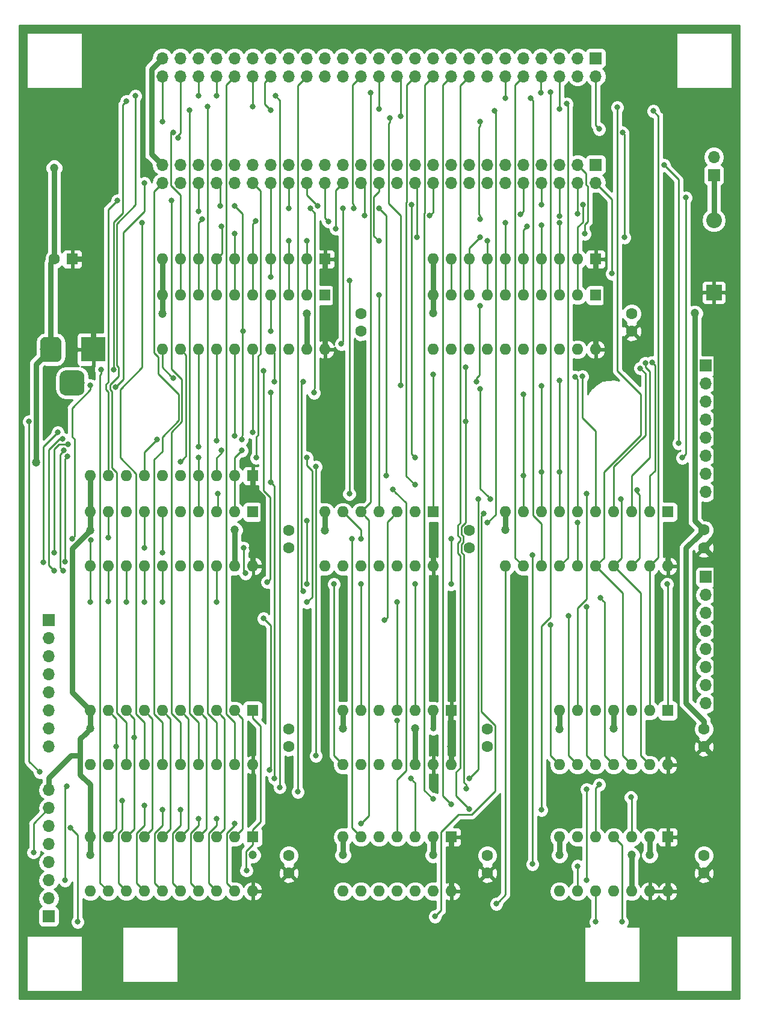
<source format=gbr>
%TF.GenerationSoftware,KiCad,Pcbnew,5.0.2-bee76a0~70~ubuntu16.04.1*%
%TF.CreationDate,2022-10-23T09:47:43+02:00*%
%TF.ProjectId,pertec,70657274-6563-42e6-9b69-6361645f7063,rev?*%
%TF.SameCoordinates,Original*%
%TF.FileFunction,Copper,L2,Bot*%
%TF.FilePolarity,Positive*%
%FSLAX46Y46*%
G04 Gerber Fmt 4.6, Leading zero omitted, Abs format (unit mm)*
G04 Created by KiCad (PCBNEW 5.0.2-bee76a0~70~ubuntu16.04.1) date sön 23 okt 2022 09:47:43*
%MOMM*%
%LPD*%
G01*
G04 APERTURE LIST*
%TA.AperFunction,ComponentPad*%
%ADD10R,1.600000X1.600000*%
%TD*%
%TA.AperFunction,ComponentPad*%
%ADD11O,1.600000X1.600000*%
%TD*%
%TA.AperFunction,ComponentPad*%
%ADD12C,1.600000*%
%TD*%
%TA.AperFunction,ComponentPad*%
%ADD13R,1.700000X1.700000*%
%TD*%
%TA.AperFunction,ComponentPad*%
%ADD14O,1.700000X1.700000*%
%TD*%
%TA.AperFunction,ComponentPad*%
%ADD15R,3.500000X3.500000*%
%TD*%
%TA.AperFunction,Conductor*%
%ADD16C,0.100000*%
%TD*%
%TA.AperFunction,ComponentPad*%
%ADD17C,3.000000*%
%TD*%
%TA.AperFunction,ComponentPad*%
%ADD18C,3.500000*%
%TD*%
%TA.AperFunction,ComponentPad*%
%ADD19R,2.200000X2.200000*%
%TD*%
%TA.AperFunction,ComponentPad*%
%ADD20O,2.200000X2.200000*%
%TD*%
%TA.AperFunction,ViaPad*%
%ADD21C,1.200000*%
%TD*%
%TA.AperFunction,ViaPad*%
%ADD22C,0.800000*%
%TD*%
%TA.AperFunction,Conductor*%
%ADD23C,0.800000*%
%TD*%
%TA.AperFunction,Conductor*%
%ADD24C,0.250000*%
%TD*%
%TA.AperFunction,Conductor*%
%ADD25C,0.254000*%
%TD*%
G04 APERTURE END LIST*
D10*
%TO.P,U9,1*%
%TO.N,VCC*%
X86360000Y-129540000D03*
D11*
%TO.P,U9,8*%
%TO.N,N/C*%
X71120000Y-137160000D03*
%TO.P,U9,2*%
%TO.N,GND*%
X83820000Y-129540000D03*
%TO.P,U9,9*%
%TO.N,N/C*%
X73660000Y-137160000D03*
%TO.P,U9,3*%
%TO.N,NIGO*%
X81280000Y-129540000D03*
%TO.P,U9,10*%
%TO.N,N/C*%
X76200000Y-137160000D03*
%TO.P,U9,4*%
%TO.N,ICER*%
X78740000Y-129540000D03*
%TO.P,U9,11*%
%TO.N,N/C*%
X78740000Y-137160000D03*
%TO.P,U9,5*%
X76200000Y-129540000D03*
%TO.P,U9,12*%
X81280000Y-137160000D03*
%TO.P,U9,6*%
%TO.N,Net-(U7-Pad9)*%
X73660000Y-129540000D03*
%TO.P,U9,13*%
%TO.N,N/C*%
X83820000Y-137160000D03*
%TO.P,U9,7*%
%TO.N,GND*%
X71120000Y-129540000D03*
%TO.P,U9,14*%
%TO.N,VCC*%
X86360000Y-137160000D03*
%TD*%
D10*
%TO.P,U6,1*%
%TO.N,Net-(U3-Pad4)*%
X68580000Y-53340000D03*
D11*
%TO.P,U6,11*%
%TO.N,E15*%
X45720000Y-60960000D03*
%TO.P,U6,2*%
%TO.N,IRNZ*%
X66040000Y-53340000D03*
%TO.P,U6,12*%
%TO.N,E14*%
X48260000Y-60960000D03*
%TO.P,U6,3*%
%TO.N,IEOT*%
X63500000Y-53340000D03*
%TO.P,U6,13*%
%TO.N,E13*%
X50800000Y-60960000D03*
%TO.P,U6,4*%
%TO.N,IONL*%
X60960000Y-53340000D03*
%TO.P,U6,14*%
%TO.N,E12*%
X53340000Y-60960000D03*
%TO.P,U6,5*%
%TO.N,IFPT*%
X58420000Y-53340000D03*
%TO.P,U6,15*%
%TO.N,E11*%
X55880000Y-60960000D03*
%TO.P,U6,6*%
%TO.N,IRWD*%
X55880000Y-53340000D03*
%TO.P,U6,16*%
%TO.N,E10*%
X58420000Y-60960000D03*
%TO.P,U6,7*%
%TO.N,ILDP*%
X53340000Y-53340000D03*
%TO.P,U6,17*%
%TO.N,E09*%
X60960000Y-60960000D03*
%TO.P,U6,8*%
%TO.N,IRDY*%
X50800000Y-53340000D03*
%TO.P,U6,18*%
%TO.N,E08*%
X63500000Y-60960000D03*
%TO.P,U6,9*%
%TO.N,IFBY*%
X48260000Y-53340000D03*
%TO.P,U6,19*%
%TO.N,GND*%
X66040000Y-60960000D03*
%TO.P,U6,10*%
X45720000Y-53340000D03*
%TO.P,U6,20*%
%TO.N,VCC*%
X68580000Y-60960000D03*
%TD*%
D12*
%TO.P,C12,2*%
%TO.N,GND*%
X63500000Y-132120000D03*
%TO.P,C12,1*%
%TO.N,VCC*%
X63500000Y-134620000D03*
%TD*%
D10*
%TO.P,C1,1*%
%TO.N,VCC*%
X33020000Y-48260000D03*
D12*
%TO.P,C1,2*%
%TO.N,GND*%
X30520000Y-48260000D03*
%TD*%
%TO.P,C2,2*%
%TO.N,GND*%
X91440000Y-132120000D03*
%TO.P,C2,1*%
%TO.N,VCC*%
X91440000Y-134620000D03*
%TD*%
%TO.P,C3,1*%
%TO.N,VCC*%
X63500000Y-88900000D03*
%TO.P,C3,2*%
%TO.N,GND*%
X63500000Y-86400000D03*
%TD*%
%TO.P,C4,1*%
%TO.N,VCC*%
X121920000Y-116840000D03*
%TO.P,C4,2*%
%TO.N,GND*%
X121920000Y-114340000D03*
%TD*%
%TO.P,C5,2*%
%TO.N,GND*%
X121920000Y-86360000D03*
%TO.P,C5,1*%
%TO.N,VCC*%
X121920000Y-88860000D03*
%TD*%
%TO.P,C6,1*%
%TO.N,VCC*%
X88900000Y-88900000D03*
%TO.P,C6,2*%
%TO.N,GND*%
X88900000Y-86400000D03*
%TD*%
%TO.P,C7,2*%
%TO.N,GND*%
X111760000Y-55920000D03*
%TO.P,C7,1*%
%TO.N,VCC*%
X111760000Y-58420000D03*
%TD*%
%TO.P,C8,1*%
%TO.N,VCC*%
X91440000Y-116840000D03*
%TO.P,C8,2*%
%TO.N,GND*%
X91440000Y-114340000D03*
%TD*%
%TO.P,C9,2*%
%TO.N,GND*%
X63500000Y-114340000D03*
%TO.P,C9,1*%
%TO.N,VCC*%
X63500000Y-116840000D03*
%TD*%
%TO.P,C10,1*%
%TO.N,VCC*%
X121920000Y-134620000D03*
%TO.P,C10,2*%
%TO.N,GND*%
X121920000Y-132120000D03*
%TD*%
%TO.P,C11,2*%
%TO.N,GND*%
X73660000Y-55920000D03*
%TO.P,C11,1*%
%TO.N,VCC*%
X73660000Y-58420000D03*
%TD*%
D13*
%TO.P,J1,1*%
%TO.N,GND*%
X106680000Y-20000000D03*
D14*
%TO.P,J1,2*%
%TO.N,IFBY*%
X106680000Y-22540000D03*
%TO.P,J1,3*%
%TO.N,GND*%
X104140000Y-20000000D03*
%TO.P,J1,4*%
%TO.N,ILWD*%
X104140000Y-22540000D03*
%TO.P,J1,5*%
%TO.N,GND*%
X101600000Y-20000000D03*
%TO.P,J1,6*%
%TO.N,IW4*%
X101600000Y-22540000D03*
%TO.P,J1,7*%
%TO.N,GND*%
X99060000Y-20000000D03*
%TO.P,J1,8*%
%TO.N,IGO*%
X99060000Y-22540000D03*
%TO.P,J1,9*%
%TO.N,GND*%
X96520000Y-20000000D03*
%TO.P,J1,10*%
%TO.N,IW0*%
X96520000Y-22540000D03*
%TO.P,J1,11*%
%TO.N,GND*%
X93980000Y-20000000D03*
%TO.P,J1,12*%
%TO.N,IW1*%
X93980000Y-22540000D03*
%TO.P,J1,13*%
%TO.N,GND*%
X91440000Y-20000000D03*
%TO.P,J1,14*%
%TO.N,N/C*%
X91440000Y-22540000D03*
%TO.P,J1,15*%
%TO.N,GND*%
X88900000Y-20000000D03*
%TO.P,J1,16*%
%TO.N,ILOL*%
X88900000Y-22540000D03*
%TO.P,J1,17*%
%TO.N,GND*%
X86360000Y-20000000D03*
%TO.P,J1,18*%
%TO.N,IREV*%
X86360000Y-22540000D03*
%TO.P,J1,19*%
%TO.N,GND*%
X83820000Y-20000000D03*
%TO.P,J1,20*%
%TO.N,IREW*%
X83820000Y-22540000D03*
%TO.P,J1,21*%
%TO.N,GND*%
X81280000Y-20000000D03*
%TO.P,J1,22*%
%TO.N,IWP*%
X81280000Y-22540000D03*
%TO.P,J1,23*%
%TO.N,GND*%
X78740000Y-20000000D03*
%TO.P,J1,24*%
%TO.N,IW7*%
X78740000Y-22540000D03*
%TO.P,J1,25*%
%TO.N,GND*%
X76200000Y-20000000D03*
%TO.P,J1,26*%
%TO.N,IW3*%
X76200000Y-22540000D03*
%TO.P,J1,27*%
%TO.N,GND*%
X73660000Y-20000000D03*
%TO.P,J1,28*%
%TO.N,IW6*%
X73660000Y-22540000D03*
%TO.P,J1,29*%
%TO.N,GND*%
X71120000Y-20000000D03*
%TO.P,J1,30*%
%TO.N,IW2*%
X71120000Y-22540000D03*
%TO.P,J1,31*%
%TO.N,GND*%
X68580000Y-20000000D03*
%TO.P,J1,32*%
%TO.N,IW5*%
X68580000Y-22540000D03*
%TO.P,J1,33*%
%TO.N,GND*%
X66040000Y-20000000D03*
%TO.P,J1,34*%
%TO.N,IWRT*%
X66040000Y-22540000D03*
%TO.P,J1,35*%
%TO.N,GND*%
X63500000Y-20000000D03*
%TO.P,J1,36*%
%TO.N,IRTH2*%
X63500000Y-22540000D03*
%TO.P,J1,37*%
%TO.N,GND*%
X60960000Y-20000000D03*
%TO.P,J1,38*%
%TO.N,IEDIT*%
X60960000Y-22540000D03*
%TO.P,J1,39*%
%TO.N,GND*%
X58420000Y-20000000D03*
%TO.P,J1,40*%
%TO.N,IERASE*%
X58420000Y-22540000D03*
%TO.P,J1,41*%
%TO.N,GND*%
X55880000Y-20000000D03*
%TO.P,J1,42*%
%TO.N,IWFM*%
X55880000Y-22540000D03*
%TO.P,J1,43*%
%TO.N,GND*%
X53340000Y-20000000D03*
%TO.P,J1,44*%
%TO.N,IRTH1*%
X53340000Y-22540000D03*
%TO.P,J1,45*%
%TO.N,GND*%
X50800000Y-20000000D03*
%TO.P,J1,46*%
%TO.N,ITAD0*%
X50800000Y-22540000D03*
%TO.P,J1,47*%
%TO.N,GND*%
X48260000Y-20000000D03*
%TO.P,J1,48*%
%TO.N,IR2*%
X48260000Y-22540000D03*
%TO.P,J1,49*%
%TO.N,GND*%
X45720000Y-20000000D03*
%TO.P,J1,50*%
%TO.N,IR3*%
X45720000Y-22540000D03*
%TD*%
%TO.P,J2,50*%
%TO.N,IHSP*%
X45720000Y-37540000D03*
%TO.P,J2,49*%
%TO.N,GND*%
X45720000Y-35000000D03*
%TO.P,J2,48*%
%TO.N,IFAD*%
X48260000Y-37540000D03*
%TO.P,J2,47*%
%TO.N,GND*%
X48260000Y-35000000D03*
%TO.P,J2,46*%
%TO.N,ITAD1*%
X50800000Y-37540000D03*
%TO.P,J2,45*%
%TO.N,GND*%
X50800000Y-35000000D03*
%TO.P,J2,44*%
%TO.N,IONL*%
X53340000Y-37540000D03*
%TO.P,J2,43*%
%TO.N,GND*%
X53340000Y-35000000D03*
%TO.P,J2,42*%
%TO.N,ICER*%
X55880000Y-37540000D03*
%TO.P,J2,41*%
%TO.N,GND*%
X55880000Y-35000000D03*
%TO.P,J2,40*%
%TO.N,ISPEED*%
X58420000Y-37540000D03*
%TO.P,J2,39*%
%TO.N,GND*%
X58420000Y-35000000D03*
%TO.P,J2,38*%
%TO.N,IDBY*%
X60960000Y-37540000D03*
%TO.P,J2,37*%
%TO.N,GND*%
X60960000Y-35000000D03*
%TO.P,J2,36*%
%TO.N,IWSTR*%
X63500000Y-37540000D03*
%TO.P,J2,35*%
%TO.N,GND*%
X63500000Y-35000000D03*
%TO.P,J2,34*%
%TO.N,IRSTR*%
X66040000Y-37540000D03*
%TO.P,J2,33*%
%TO.N,GND*%
X66040000Y-35000000D03*
%TO.P,J2,32*%
%TO.N,IFPT*%
X68580000Y-37540000D03*
%TO.P,J2,31*%
%TO.N,GND*%
X68580000Y-35000000D03*
%TO.P,J2,30*%
%TO.N,IRWD*%
X71120000Y-37540000D03*
%TO.P,J2,29*%
%TO.N,GND*%
X71120000Y-35000000D03*
%TO.P,J2,28*%
%TO.N,IRDY*%
X73660000Y-37540000D03*
%TO.P,J2,27*%
%TO.N,GND*%
X73660000Y-35000000D03*
%TO.P,J2,26*%
%TO.N,IRNZ*%
X76200000Y-37540000D03*
%TO.P,J2,25*%
%TO.N,GND*%
X76200000Y-35000000D03*
%TO.P,J2,24*%
%TO.N,IRWU*%
X78740000Y-37540000D03*
%TO.P,J2,23*%
%TO.N,GND*%
X78740000Y-35000000D03*
%TO.P,J2,22*%
%TO.N,IEOT*%
X81280000Y-37540000D03*
%TO.P,J2,21*%
%TO.N,GND*%
X81280000Y-35000000D03*
%TO.P,J2,20*%
%TO.N,IR5*%
X83820000Y-37540000D03*
%TO.P,J2,19*%
%TO.N,GND*%
X83820000Y-35000000D03*
%TO.P,J2,18*%
X86360000Y-37540000D03*
%TO.P,J2,17*%
X86360000Y-35000000D03*
%TO.P,J2,16*%
%TO.N,N/C*%
X88900000Y-37540000D03*
%TO.P,J2,15*%
%TO.N,GND*%
X88900000Y-35000000D03*
%TO.P,J2,14*%
%TO.N,IFMK*%
X91440000Y-37540000D03*
%TO.P,J2,13*%
%TO.N,GND*%
X91440000Y-35000000D03*
%TO.P,J2,12*%
%TO.N,IHER*%
X93980000Y-37540000D03*
%TO.P,J2,11*%
%TO.N,GND*%
X93980000Y-35000000D03*
%TO.P,J2,10*%
%TO.N,IR6*%
X96520000Y-37540000D03*
%TO.P,J2,9*%
%TO.N,GND*%
X96520000Y-35000000D03*
%TO.P,J2,8*%
%TO.N,IR7*%
X99060000Y-37540000D03*
%TO.P,J2,7*%
%TO.N,GND*%
X99060000Y-35000000D03*
%TO.P,J2,6*%
%TO.N,IR4*%
X101600000Y-37540000D03*
%TO.P,J2,5*%
%TO.N,GND*%
X101600000Y-35000000D03*
%TO.P,J2,4*%
%TO.N,ILDP*%
X104140000Y-37540000D03*
%TO.P,J2,3*%
%TO.N,IR1*%
X104140000Y-35000000D03*
%TO.P,J2,2*%
%TO.N,IR0*%
X106680000Y-37540000D03*
D13*
%TO.P,J2,1*%
%TO.N,IRP*%
X106680000Y-35000000D03*
%TD*%
D15*
%TO.P,J3,1*%
%TO.N,VCC*%
X36000000Y-60960000D03*
D16*
%TD*%
%TO.N,GND*%
%TO.C,J3*%
G36*
X30823513Y-59213611D02*
X30896318Y-59224411D01*
X30967714Y-59242295D01*
X31037013Y-59267090D01*
X31103548Y-59298559D01*
X31166678Y-59336398D01*
X31225795Y-59380242D01*
X31280330Y-59429670D01*
X31329758Y-59484205D01*
X31373602Y-59543322D01*
X31411441Y-59606452D01*
X31442910Y-59672987D01*
X31467705Y-59742286D01*
X31485589Y-59813682D01*
X31496389Y-59886487D01*
X31500000Y-59960000D01*
X31500000Y-61960000D01*
X31496389Y-62033513D01*
X31485589Y-62106318D01*
X31467705Y-62177714D01*
X31442910Y-62247013D01*
X31411441Y-62313548D01*
X31373602Y-62376678D01*
X31329758Y-62435795D01*
X31280330Y-62490330D01*
X31225795Y-62539758D01*
X31166678Y-62583602D01*
X31103548Y-62621441D01*
X31037013Y-62652910D01*
X30967714Y-62677705D01*
X30896318Y-62695589D01*
X30823513Y-62706389D01*
X30750000Y-62710000D01*
X29250000Y-62710000D01*
X29176487Y-62706389D01*
X29103682Y-62695589D01*
X29032286Y-62677705D01*
X28962987Y-62652910D01*
X28896452Y-62621441D01*
X28833322Y-62583602D01*
X28774205Y-62539758D01*
X28719670Y-62490330D01*
X28670242Y-62435795D01*
X28626398Y-62376678D01*
X28588559Y-62313548D01*
X28557090Y-62247013D01*
X28532295Y-62177714D01*
X28514411Y-62106318D01*
X28503611Y-62033513D01*
X28500000Y-61960000D01*
X28500000Y-59960000D01*
X28503611Y-59886487D01*
X28514411Y-59813682D01*
X28532295Y-59742286D01*
X28557090Y-59672987D01*
X28588559Y-59606452D01*
X28626398Y-59543322D01*
X28670242Y-59484205D01*
X28719670Y-59429670D01*
X28774205Y-59380242D01*
X28833322Y-59336398D01*
X28896452Y-59298559D01*
X28962987Y-59267090D01*
X29032286Y-59242295D01*
X29103682Y-59224411D01*
X29176487Y-59213611D01*
X29250000Y-59210000D01*
X30750000Y-59210000D01*
X30823513Y-59213611D01*
X30823513Y-59213611D01*
G37*
D17*
%TO.P,J3,2*%
%TO.N,GND*%
X30000000Y-60960000D03*
D16*
%TD*%
%TO.N,N/C*%
%TO.C,J3*%
G36*
X33960765Y-63914213D02*
X34045704Y-63926813D01*
X34128999Y-63947677D01*
X34209848Y-63976605D01*
X34287472Y-64013319D01*
X34361124Y-64057464D01*
X34430094Y-64108616D01*
X34493718Y-64166282D01*
X34551384Y-64229906D01*
X34602536Y-64298876D01*
X34646681Y-64372528D01*
X34683395Y-64450152D01*
X34712323Y-64531001D01*
X34733187Y-64614296D01*
X34745787Y-64699235D01*
X34750000Y-64785000D01*
X34750000Y-66535000D01*
X34745787Y-66620765D01*
X34733187Y-66705704D01*
X34712323Y-66788999D01*
X34683395Y-66869848D01*
X34646681Y-66947472D01*
X34602536Y-67021124D01*
X34551384Y-67090094D01*
X34493718Y-67153718D01*
X34430094Y-67211384D01*
X34361124Y-67262536D01*
X34287472Y-67306681D01*
X34209848Y-67343395D01*
X34128999Y-67372323D01*
X34045704Y-67393187D01*
X33960765Y-67405787D01*
X33875000Y-67410000D01*
X32125000Y-67410000D01*
X32039235Y-67405787D01*
X31954296Y-67393187D01*
X31871001Y-67372323D01*
X31790152Y-67343395D01*
X31712528Y-67306681D01*
X31638876Y-67262536D01*
X31569906Y-67211384D01*
X31506282Y-67153718D01*
X31448616Y-67090094D01*
X31397464Y-67021124D01*
X31353319Y-66947472D01*
X31316605Y-66869848D01*
X31287677Y-66788999D01*
X31266813Y-66705704D01*
X31254213Y-66620765D01*
X31250000Y-66535000D01*
X31250000Y-64785000D01*
X31254213Y-64699235D01*
X31266813Y-64614296D01*
X31287677Y-64531001D01*
X31316605Y-64450152D01*
X31353319Y-64372528D01*
X31397464Y-64298876D01*
X31448616Y-64229906D01*
X31506282Y-64166282D01*
X31569906Y-64108616D01*
X31638876Y-64057464D01*
X31712528Y-64013319D01*
X31790152Y-63976605D01*
X31871001Y-63947677D01*
X31954296Y-63926813D01*
X32039235Y-63914213D01*
X32125000Y-63910000D01*
X33875000Y-63910000D01*
X33960765Y-63914213D01*
X33960765Y-63914213D01*
G37*
D18*
%TO.P,J3,3*%
%TO.N,N/C*%
X33000000Y-65660000D03*
%TD*%
D14*
%TO.P,J4,8*%
%TO.N,E07*%
X122174000Y-81026000D03*
%TO.P,J4,7*%
%TO.N,E06*%
X122174000Y-78486000D03*
%TO.P,J4,6*%
%TO.N,E05*%
X122174000Y-75946000D03*
%TO.P,J4,5*%
%TO.N,E04*%
X122174000Y-73406000D03*
%TO.P,J4,4*%
%TO.N,E03*%
X122174000Y-70866000D03*
%TO.P,J4,3*%
%TO.N,E02*%
X122174000Y-68326000D03*
%TO.P,J4,2*%
%TO.N,E01*%
X122174000Y-65786000D03*
D13*
%TO.P,J4,1*%
%TO.N,E00*%
X122174000Y-63246000D03*
%TD*%
%TO.P,J5,1*%
%TO.N,E08*%
X122174000Y-92964000D03*
D14*
%TO.P,J5,2*%
%TO.N,E09*%
X122174000Y-95504000D03*
%TO.P,J5,3*%
%TO.N,E10*%
X122174000Y-98044000D03*
%TO.P,J5,4*%
%TO.N,E11*%
X122174000Y-100584000D03*
%TO.P,J5,5*%
%TO.N,E12*%
X122174000Y-103124000D03*
%TO.P,J5,6*%
%TO.N,E13*%
X122174000Y-105664000D03*
%TO.P,J5,7*%
%TO.N,E14*%
X122174000Y-108204000D03*
%TO.P,J5,8*%
%TO.N,E15*%
X122174000Y-110744000D03*
%TD*%
%TO.P,J6,8*%
%TO.N,C07*%
X29718000Y-116840000D03*
%TO.P,J6,7*%
%TO.N,C06*%
X29718000Y-114300000D03*
%TO.P,J6,6*%
%TO.N,C05*%
X29718000Y-111760000D03*
%TO.P,J6,5*%
%TO.N,C04*%
X29718000Y-109220000D03*
%TO.P,J6,4*%
%TO.N,C03*%
X29718000Y-106680000D03*
%TO.P,J6,3*%
%TO.N,C02*%
X29718000Y-104140000D03*
%TO.P,J6,2*%
%TO.N,C01*%
X29718000Y-101600000D03*
D13*
%TO.P,J6,1*%
%TO.N,C00*%
X29718000Y-99060000D03*
%TD*%
%TO.P,J7,1*%
%TO.N,DDIR*%
X29718000Y-140716000D03*
D14*
%TO.P,J7,2*%
%TO.N,LDBUF*%
X29718000Y-138176000D03*
%TO.P,J7,3*%
%TO.N,SSEL*%
X29718000Y-135636000D03*
%TO.P,J7,4*%
%TO.N,CMDSEL0*%
X29718000Y-133096000D03*
%TO.P,J7,5*%
%TO.N,CMDSEL1*%
X29718000Y-130556000D03*
%TO.P,J7,6*%
%TO.N,TACK*%
X29718000Y-128016000D03*
%TO.P,J7,7*%
%TO.N,CMDENA*%
X29718000Y-125476000D03*
%TO.P,J7,8*%
%TO.N,GND*%
X29718000Y-122936000D03*
%TD*%
D10*
%TO.P,RN3,1*%
%TO.N,VCC*%
X58420000Y-78740000D03*
D11*
%TO.P,RN3,2*%
%TO.N,IRP*%
X55880000Y-78740000D03*
%TO.P,RN3,3*%
%TO.N,IONL*%
X53340000Y-78740000D03*
%TO.P,RN3,4*%
%TO.N,ISPEED*%
X50800000Y-78740000D03*
%TO.P,RN3,5*%
%TO.N,IHER*%
X48260000Y-78740000D03*
%TO.P,RN3,6*%
%TO.N,IFMK*%
X45720000Y-78740000D03*
%TO.P,RN3,7*%
%TO.N,IRSTR*%
X43180000Y-78740000D03*
%TO.P,RN3,8*%
%TO.N,IWSTR*%
X40640000Y-78740000D03*
%TO.P,RN3,9*%
%TO.N,ICER*%
X38100000Y-78740000D03*
%TO.P,RN3,10*%
%TO.N,GND*%
X35560000Y-78740000D03*
%TD*%
%TO.P,RN2,10*%
%TO.N,GND*%
X45720000Y-48260000D03*
%TO.P,RN2,9*%
%TO.N,IFBY*%
X48260000Y-48260000D03*
%TO.P,RN2,8*%
%TO.N,IRDY*%
X50800000Y-48260000D03*
%TO.P,RN2,7*%
%TO.N,ILDP*%
X53340000Y-48260000D03*
%TO.P,RN2,6*%
%TO.N,IRWD*%
X55880000Y-48260000D03*
%TO.P,RN2,5*%
%TO.N,IFPT*%
X58420000Y-48260000D03*
%TO.P,RN2,4*%
%TO.N,IDBY*%
X60960000Y-48260000D03*
%TO.P,RN2,3*%
%TO.N,IEOT*%
X63500000Y-48260000D03*
%TO.P,RN2,2*%
%TO.N,IRNZ*%
X66040000Y-48260000D03*
D10*
%TO.P,RN2,1*%
%TO.N,VCC*%
X68580000Y-48260000D03*
%TD*%
%TO.P,RN1,1*%
%TO.N,VCC*%
X106680000Y-48260000D03*
D11*
%TO.P,RN1,2*%
%TO.N,IR7*%
X104140000Y-48260000D03*
%TO.P,RN1,3*%
%TO.N,IR6*%
X101600000Y-48260000D03*
%TO.P,RN1,4*%
%TO.N,IR5*%
X99060000Y-48260000D03*
%TO.P,RN1,5*%
%TO.N,IR4*%
X96520000Y-48260000D03*
%TO.P,RN1,6*%
%TO.N,IR3*%
X93980000Y-48260000D03*
%TO.P,RN1,7*%
%TO.N,IR2*%
X91440000Y-48260000D03*
%TO.P,RN1,8*%
%TO.N,IR1*%
X88900000Y-48260000D03*
%TO.P,RN1,9*%
%TO.N,IR0*%
X86360000Y-48260000D03*
%TO.P,RN1,10*%
%TO.N,GND*%
X83820000Y-48260000D03*
%TD*%
D10*
%TO.P,U1,1*%
%TO.N,DDIR*%
X106680000Y-53340000D03*
D11*
%TO.P,U1,11*%
%TO.N,IRSTR*%
X83820000Y-60960000D03*
%TO.P,U1,2*%
%TO.N,IR7*%
X104140000Y-53340000D03*
%TO.P,U1,12*%
%TO.N,E07*%
X86360000Y-60960000D03*
%TO.P,U1,3*%
%TO.N,IR6*%
X101600000Y-53340000D03*
%TO.P,U1,13*%
%TO.N,E06*%
X88900000Y-60960000D03*
%TO.P,U1,4*%
%TO.N,IR5*%
X99060000Y-53340000D03*
%TO.P,U1,14*%
%TO.N,E05*%
X91440000Y-60960000D03*
%TO.P,U1,5*%
%TO.N,IR4*%
X96520000Y-53340000D03*
%TO.P,U1,15*%
%TO.N,E04*%
X93980000Y-60960000D03*
%TO.P,U1,6*%
%TO.N,IR3*%
X93980000Y-53340000D03*
%TO.P,U1,16*%
%TO.N,E03*%
X96520000Y-60960000D03*
%TO.P,U1,7*%
%TO.N,IR2*%
X91440000Y-53340000D03*
%TO.P,U1,17*%
%TO.N,E02*%
X99060000Y-60960000D03*
%TO.P,U1,8*%
%TO.N,IR1*%
X88900000Y-53340000D03*
%TO.P,U1,18*%
%TO.N,E01*%
X101600000Y-60960000D03*
%TO.P,U1,9*%
%TO.N,IR0*%
X86360000Y-53340000D03*
%TO.P,U1,19*%
%TO.N,E00*%
X104140000Y-60960000D03*
%TO.P,U1,10*%
%TO.N,GND*%
X83820000Y-53340000D03*
%TO.P,U1,20*%
%TO.N,VCC*%
X106680000Y-60960000D03*
%TD*%
%TO.P,U2,20*%
%TO.N,VCC*%
X116840000Y-91440000D03*
%TO.P,U2,10*%
%TO.N,GND*%
X93980000Y-83820000D03*
%TO.P,U2,19*%
%TO.N,IW7*%
X114300000Y-91440000D03*
%TO.P,U2,9*%
%TO.N,E07*%
X96520000Y-83820000D03*
%TO.P,U2,18*%
%TO.N,IW6*%
X111760000Y-91440000D03*
%TO.P,U2,8*%
%TO.N,E06*%
X99060000Y-83820000D03*
%TO.P,U2,17*%
%TO.N,IW5*%
X109220000Y-91440000D03*
%TO.P,U2,7*%
%TO.N,E05*%
X101600000Y-83820000D03*
%TO.P,U2,16*%
%TO.N,IW4*%
X106680000Y-91440000D03*
%TO.P,U2,6*%
%TO.N,E04*%
X104140000Y-83820000D03*
%TO.P,U2,15*%
%TO.N,IW3*%
X104140000Y-91440000D03*
%TO.P,U2,5*%
%TO.N,E03*%
X106680000Y-83820000D03*
%TO.P,U2,14*%
%TO.N,IW2*%
X101600000Y-91440000D03*
%TO.P,U2,4*%
%TO.N,E02*%
X109220000Y-83820000D03*
%TO.P,U2,13*%
%TO.N,IW1*%
X99060000Y-91440000D03*
%TO.P,U2,3*%
%TO.N,E01*%
X111760000Y-83820000D03*
%TO.P,U2,12*%
%TO.N,IW0*%
X96520000Y-91440000D03*
%TO.P,U2,2*%
%TO.N,E00*%
X114300000Y-83820000D03*
%TO.P,U2,11*%
%TO.N,LDBUF*%
X93980000Y-91440000D03*
D10*
%TO.P,U2,1*%
%TO.N,Net-(U2-Pad1)*%
X116840000Y-83820000D03*
%TD*%
%TO.P,U3,1*%
%TO.N,DDIR*%
X83820000Y-83820000D03*
D11*
%TO.P,U3,8*%
%TO.N,N/C*%
X68580000Y-91440000D03*
%TO.P,U3,2*%
%TO.N,Net-(U2-Pad1)*%
X81280000Y-83820000D03*
%TO.P,U3,9*%
%TO.N,N/C*%
X71120000Y-91440000D03*
%TO.P,U3,3*%
%TO.N,SSEL*%
X78740000Y-83820000D03*
%TO.P,U3,10*%
%TO.N,N/C*%
X73660000Y-91440000D03*
%TO.P,U3,4*%
%TO.N,Net-(U3-Pad4)*%
X76200000Y-83820000D03*
%TO.P,U3,11*%
%TO.N,N/C*%
X76200000Y-91440000D03*
%TO.P,U3,5*%
%TO.N,IGO*%
X73660000Y-83820000D03*
%TO.P,U3,12*%
%TO.N,N/C*%
X78740000Y-91440000D03*
%TO.P,U3,6*%
%TO.N,NIGO*%
X71120000Y-83820000D03*
%TO.P,U3,13*%
%TO.N,N/C*%
X81280000Y-91440000D03*
%TO.P,U3,7*%
%TO.N,GND*%
X68580000Y-83820000D03*
%TO.P,U3,14*%
%TO.N,VCC*%
X83820000Y-91440000D03*
%TD*%
D10*
%TO.P,U4,1*%
%TO.N,VCC*%
X116840000Y-129540000D03*
D11*
%TO.P,U4,8*%
%TO.N,N/C*%
X101600000Y-137160000D03*
%TO.P,U4,2*%
%TO.N,GND*%
X114300000Y-129540000D03*
%TO.P,U4,9*%
%TO.N,WDEMPTY*%
X104140000Y-137160000D03*
%TO.P,U4,3*%
%TO.N,IRSTR*%
X111760000Y-129540000D03*
%TO.P,U4,10*%
%TO.N,TACK*%
X106680000Y-137160000D03*
%TO.P,U4,4*%
X109220000Y-129540000D03*
%TO.P,U4,11*%
%TO.N,IWSTR*%
X109220000Y-137160000D03*
%TO.P,U4,5*%
%TO.N,RDAVAIL*%
X106680000Y-129540000D03*
%TO.P,U4,12*%
%TO.N,GND*%
X111760000Y-137160000D03*
%TO.P,U4,6*%
%TO.N,N/C*%
X104140000Y-129540000D03*
%TO.P,U4,13*%
%TO.N,VCC*%
X114300000Y-137160000D03*
%TO.P,U4,7*%
%TO.N,GND*%
X101600000Y-129540000D03*
%TO.P,U4,14*%
%TO.N,VCC*%
X116840000Y-137160000D03*
%TD*%
%TO.P,U5,14*%
%TO.N,VCC*%
X116840000Y-119380000D03*
%TO.P,U5,7*%
%TO.N,GND*%
X101600000Y-111760000D03*
%TO.P,U5,13*%
%TO.N,IW5*%
X114300000Y-119380000D03*
%TO.P,U5,6*%
%TO.N,IWP*%
X104140000Y-111760000D03*
%TO.P,U5,12*%
%TO.N,IW4*%
X111760000Y-119380000D03*
%TO.P,U5,5*%
%TO.N,N/C*%
X106680000Y-111760000D03*
%TO.P,U5,11*%
%TO.N,IW3*%
X109220000Y-119380000D03*
%TO.P,U5,4*%
%TO.N,GND*%
X109220000Y-111760000D03*
%TO.P,U5,10*%
%TO.N,IW2*%
X106680000Y-119380000D03*
%TO.P,U5,3*%
%TO.N,N/C*%
X111760000Y-111760000D03*
%TO.P,U5,9*%
%TO.N,IW1*%
X104140000Y-119380000D03*
%TO.P,U5,2*%
%TO.N,IW7*%
X114300000Y-111760000D03*
%TO.P,U5,8*%
%TO.N,IW0*%
X101600000Y-119380000D03*
D10*
%TO.P,U5,1*%
%TO.N,IW6*%
X116840000Y-111760000D03*
%TD*%
D11*
%TO.P,U7,20*%
%TO.N,VCC*%
X58420000Y-91440000D03*
%TO.P,U7,10*%
%TO.N,GND*%
X35560000Y-83820000D03*
%TO.P,U7,19*%
X55880000Y-91440000D03*
%TO.P,U7,9*%
%TO.N,Net-(U7-Pad9)*%
X38100000Y-83820000D03*
%TO.P,U7,18*%
%TO.N,E08*%
X53340000Y-91440000D03*
%TO.P,U7,8*%
%TO.N,Net-(U7-Pad8)*%
X40640000Y-83820000D03*
%TO.P,U7,17*%
%TO.N,E09*%
X50800000Y-91440000D03*
%TO.P,U7,7*%
%TO.N,Net-(U7-Pad7)*%
X43180000Y-83820000D03*
%TO.P,U7,16*%
%TO.N,E10*%
X48260000Y-91440000D03*
%TO.P,U7,6*%
%TO.N,WDEMPTY*%
X45720000Y-83820000D03*
%TO.P,U7,15*%
%TO.N,E11*%
X45720000Y-91440000D03*
%TO.P,U7,5*%
%TO.N,RDAVAIL*%
X48260000Y-83820000D03*
%TO.P,U7,14*%
%TO.N,E12*%
X43180000Y-91440000D03*
%TO.P,U7,4*%
%TO.N,ISPEED*%
X50800000Y-83820000D03*
%TO.P,U7,13*%
%TO.N,E13*%
X40640000Y-91440000D03*
%TO.P,U7,3*%
%TO.N,IDBY*%
X53340000Y-83820000D03*
%TO.P,U7,12*%
%TO.N,E14*%
X38100000Y-91440000D03*
%TO.P,U7,2*%
%TO.N,IRP*%
X55880000Y-83820000D03*
%TO.P,U7,11*%
%TO.N,E15*%
X35560000Y-91440000D03*
D10*
%TO.P,U7,1*%
%TO.N,SSEL*%
X58420000Y-83820000D03*
%TD*%
D11*
%TO.P,U8,14*%
%TO.N,VCC*%
X86360000Y-119380000D03*
%TO.P,U8,7*%
%TO.N,GND*%
X71120000Y-111760000D03*
%TO.P,U8,13*%
%TO.N,VCC*%
X83820000Y-119380000D03*
%TO.P,U8,6*%
%TO.N,Net-(U7-Pad7)*%
X73660000Y-111760000D03*
%TO.P,U8,12*%
%TO.N,GND*%
X81280000Y-119380000D03*
%TO.P,U8,5*%
%TO.N,N/C*%
X76200000Y-111760000D03*
%TO.P,U8,11*%
%TO.N,NIGO*%
X78740000Y-119380000D03*
%TO.P,U8,4*%
%TO.N,IFMK*%
X78740000Y-111760000D03*
%TO.P,U8,10*%
%TO.N,IHER*%
X76200000Y-119380000D03*
%TO.P,U8,3*%
%TO.N,NIGO*%
X81280000Y-111760000D03*
%TO.P,U8,9*%
%TO.N,N/C*%
X73660000Y-119380000D03*
%TO.P,U8,2*%
%TO.N,GND*%
X83820000Y-111760000D03*
%TO.P,U8,8*%
%TO.N,Net-(U7-Pad8)*%
X71120000Y-119380000D03*
D10*
%TO.P,U8,1*%
%TO.N,VCC*%
X86360000Y-111760000D03*
%TD*%
%TO.P,U10,1*%
%TO.N,CMDENA*%
X58420000Y-129540000D03*
D11*
%TO.P,U10,11*%
%TO.N,CMDSEL0*%
X35560000Y-137160000D03*
%TO.P,U10,2*%
%TO.N,C00*%
X55880000Y-129540000D03*
%TO.P,U10,12*%
%TO.N,IRTH2*%
X38100000Y-137160000D03*
%TO.P,U10,3*%
%TO.N,C01*%
X53340000Y-129540000D03*
%TO.P,U10,13*%
%TO.N,IRTH1*%
X40640000Y-137160000D03*
%TO.P,U10,4*%
%TO.N,C02*%
X50800000Y-129540000D03*
%TO.P,U10,14*%
%TO.N,IWRT*%
X43180000Y-137160000D03*
%TO.P,U10,5*%
%TO.N,C03*%
X48260000Y-129540000D03*
%TO.P,U10,15*%
%TO.N,IREW*%
X45720000Y-137160000D03*
%TO.P,U10,6*%
%TO.N,C04*%
X45720000Y-129540000D03*
%TO.P,U10,16*%
%TO.N,IREV*%
X48260000Y-137160000D03*
%TO.P,U10,7*%
%TO.N,C05*%
X43180000Y-129540000D03*
%TO.P,U10,17*%
%TO.N,ILOL*%
X50800000Y-137160000D03*
%TO.P,U10,8*%
%TO.N,C06*%
X40640000Y-129540000D03*
%TO.P,U10,18*%
%TO.N,ILWD*%
X53340000Y-137160000D03*
%TO.P,U10,9*%
%TO.N,C07*%
X38100000Y-129540000D03*
%TO.P,U10,19*%
%TO.N,IGO*%
X55880000Y-137160000D03*
%TO.P,U10,10*%
%TO.N,GND*%
X35560000Y-129540000D03*
%TO.P,U10,20*%
%TO.N,VCC*%
X58420000Y-137160000D03*
%TD*%
%TO.P,U11,20*%
%TO.N,VCC*%
X58420000Y-119380000D03*
%TO.P,U11,10*%
%TO.N,GND*%
X35560000Y-111760000D03*
%TO.P,U11,19*%
%TO.N,IWFM*%
X55880000Y-119380000D03*
%TO.P,U11,9*%
%TO.N,C07*%
X38100000Y-111760000D03*
%TO.P,U11,18*%
%TO.N,IERASE*%
X53340000Y-119380000D03*
%TO.P,U11,8*%
%TO.N,C06*%
X40640000Y-111760000D03*
%TO.P,U11,17*%
%TO.N,IEDIT*%
X50800000Y-119380000D03*
%TO.P,U11,7*%
%TO.N,C05*%
X43180000Y-111760000D03*
%TO.P,U11,16*%
%TO.N,IRWU*%
X48260000Y-119380000D03*
%TO.P,U11,6*%
%TO.N,C04*%
X45720000Y-111760000D03*
%TO.P,U11,15*%
%TO.N,IHSP*%
X45720000Y-119380000D03*
%TO.P,U11,5*%
%TO.N,C03*%
X48260000Y-111760000D03*
%TO.P,U11,14*%
%TO.N,ITAD1*%
X43180000Y-119380000D03*
%TO.P,U11,4*%
%TO.N,C02*%
X50800000Y-111760000D03*
%TO.P,U11,13*%
%TO.N,ITAD0*%
X40640000Y-119380000D03*
%TO.P,U11,3*%
%TO.N,C01*%
X53340000Y-111760000D03*
%TO.P,U11,12*%
%TO.N,IFAD*%
X38100000Y-119380000D03*
%TO.P,U11,2*%
%TO.N,C00*%
X55880000Y-111760000D03*
%TO.P,U11,11*%
%TO.N,CMDSEL1*%
X35560000Y-119380000D03*
D10*
%TO.P,U11,1*%
%TO.N,CMDENA*%
X58420000Y-111760000D03*
%TD*%
D19*
%TO.P,D1,1*%
%TO.N,VCC*%
X123317000Y-52959000D03*
D20*
%TO.P,D1,2*%
%TO.N,Net-(D1-Pad2)*%
X123317000Y-42799000D03*
%TD*%
D13*
%TO.P,J8,1*%
%TO.N,Net-(D1-Pad2)*%
X123317000Y-36449000D03*
D14*
%TO.P,J8,2*%
%TO.N,GND*%
X123317000Y-33909000D03*
%TD*%
D21*
%TO.N,VCC*%
X68580000Y-58420000D03*
X58420000Y-88900000D03*
X106680000Y-58420000D03*
X86360000Y-116840000D03*
X116840000Y-116840000D03*
X116840000Y-134620000D03*
X86360000Y-134620000D03*
X116840000Y-88900000D03*
X83820000Y-88900000D03*
X123320001Y-58420000D03*
%TO.N,GND*%
X45760000Y-55920000D03*
X83820000Y-55880000D03*
X35600000Y-86400000D03*
X35560000Y-114300000D03*
X71120000Y-114300000D03*
X101600000Y-114340000D03*
X35560000Y-132080000D03*
X71120000Y-132080000D03*
X101600000Y-132080000D03*
X55880000Y-86360000D03*
X109220000Y-114300000D03*
X58420000Y-132080000D03*
X111760000Y-132080000D03*
X114300000Y-132080000D03*
X83820000Y-132080000D03*
X81280000Y-114300000D03*
D22*
X83820000Y-114300000D03*
D21*
X68580000Y-86400000D03*
X93980000Y-86360000D03*
X27940016Y-76835000D03*
X66040000Y-55920000D03*
X30480000Y-35439999D03*
X120650000Y-55880000D03*
D22*
%TO.N,IFBY*%
X47244000Y-30480000D03*
X107188000Y-29972000D03*
%TO.N,ILWD*%
X53340000Y-127000000D03*
X100330000Y-24765000D03*
X99060000Y-125730000D03*
X104140000Y-22540006D03*
%TO.N,IW4*%
X109728000Y-26924000D03*
X101600000Y-27141000D03*
%TO.N,IGO*%
X55880000Y-127635000D03*
X73660000Y-127635000D03*
X75024999Y-24859999D03*
X98965001Y-24859999D03*
%TO.N,IW0*%
X100330000Y-99695000D03*
%TO.N,IW1*%
X97536000Y-25584999D03*
X93980000Y-25584999D03*
X102870000Y-98425000D03*
%TO.N,ILOL*%
X50800000Y-127000000D03*
X88900000Y-125640000D03*
%TO.N,IREV*%
X48260000Y-125730000D03*
X86360000Y-124915000D03*
%TO.N,IREW*%
X45720000Y-125730000D03*
X83820000Y-124190000D03*
%TO.N,IWP*%
X105410000Y-81280000D03*
X81280000Y-80010000D03*
%TO.N,IW7*%
X114808000Y-27432000D03*
X79248000Y-28157000D03*
%TO.N,IW3*%
X104140000Y-85344000D03*
X91440000Y-85344000D03*
X92456000Y-27432000D03*
X76200000Y-27141000D03*
X107314998Y-95885000D03*
%TO.N,IW6*%
X112485000Y-80772000D03*
X77216000Y-78740000D03*
X72644000Y-41148000D03*
X76200001Y-41148001D03*
X116728990Y-93980000D03*
%TO.N,IW2*%
X102616000Y-26416000D03*
X105410000Y-97155000D03*
X101600000Y-91439978D03*
%TO.N,IW5*%
X110236000Y-81969999D03*
X90424000Y-66548000D03*
X79248000Y-66040000D03*
X77724000Y-28448000D03*
X91890001Y-82005010D03*
%TO.N,IWRT*%
X43180000Y-125095006D03*
X64770000Y-123190000D03*
%TO.N,IRTH2*%
X40640000Y-26035000D03*
X38825000Y-63790990D03*
X37086815Y-63790990D03*
%TO.N,IEDIT*%
X49530000Y-27305000D03*
X60960000Y-27305000D03*
%TO.N,IERASE*%
X52070000Y-26760000D03*
X58420000Y-26760000D03*
%TO.N,IRTH1*%
X61595000Y-25310000D03*
X53340000Y-25310000D03*
X40005000Y-124460010D03*
X62230000Y-122555000D03*
%TO.N,ITAD0*%
X41910000Y-25310000D03*
X50800000Y-25310000D03*
%TO.N,IR2*%
X110744000Y-45212000D03*
X110453000Y-30480000D03*
X47951108Y-31205000D03*
X91440000Y-45720016D03*
%TO.N,IR3*%
X90424000Y-28956000D03*
X45720000Y-28956000D03*
X90424000Y-42672000D03*
X93980000Y-43180000D03*
%TO.N,IFAD*%
X28448000Y-120396000D03*
X26940016Y-71120000D03*
X43180000Y-37592000D03*
X39097461Y-66235521D03*
%TO.N,ITAD1*%
X42850000Y-43130000D03*
X50810000Y-41560000D03*
%TO.N,IONL*%
X53979999Y-75184000D03*
X55880000Y-40730000D03*
X53848000Y-40730000D03*
X56896000Y-73660000D03*
X60960000Y-58420000D03*
X57023000Y-58420000D03*
%TO.N,ICER*%
X39370000Y-40005000D03*
X78105000Y-80645000D03*
%TO.N,IDBY*%
X60960000Y-50800000D03*
X72009000Y-51308000D03*
X72009000Y-81280010D03*
X53467000Y-81280000D03*
%TO.N,IWSTR*%
X61505000Y-121285000D03*
X60960000Y-67056000D03*
X67056000Y-67056000D03*
X66548000Y-41148000D03*
X63500000Y-41148000D03*
X105410000Y-135636000D03*
X105410000Y-122809000D03*
X60960000Y-79665990D03*
%TO.N,IRSTR*%
X88449999Y-122735007D03*
X88355010Y-63500000D03*
X88392000Y-71120000D03*
X71120000Y-41148000D03*
X67564000Y-40730000D03*
X44958000Y-73659988D03*
X111633000Y-123952000D03*
X70866000Y-60198000D03*
%TO.N,IFPT*%
X58820001Y-42889000D03*
X69054838Y-42929828D03*
%TO.N,IRWD*%
X55880000Y-44704000D03*
X70104000Y-43978990D03*
%TO.N,IRDY*%
X51308000Y-42672000D03*
X74168000Y-42164000D03*
%TO.N,IRWU*%
X46990000Y-40005000D03*
%TO.N,IEOT*%
X63500000Y-45720000D03*
X81497000Y-45212000D03*
%TO.N,IR5*%
X83312000Y-42164000D03*
X99060000Y-43470990D03*
%TO.N,IFMK*%
X78740000Y-96520000D03*
X66040000Y-96520000D03*
X66040000Y-76200000D03*
X81280000Y-76200000D03*
X80772000Y-40639998D03*
%TO.N,IHER*%
X67310000Y-118110000D03*
X67310000Y-77470000D03*
X118872000Y-76200000D03*
X119380000Y-39624000D03*
%TO.N,IR6*%
X96091986Y-41946990D03*
X101600000Y-43180000D03*
%TO.N,IR7*%
X104865000Y-40640000D03*
X99060000Y-40640000D03*
%TO.N,IR4*%
X101609089Y-42180030D03*
X97028000Y-43688000D03*
%TO.N,ILDP*%
X53979999Y-43688000D03*
X104140000Y-41910000D03*
%TO.N,IR1*%
X90424000Y-45212000D03*
X105156000Y-44704000D03*
%TO.N,IR0*%
X108966000Y-50292000D03*
%TO.N,IRP*%
X56896000Y-75184000D03*
X118364000Y-74168000D03*
X116332000Y-35052000D03*
%TO.N,E07*%
X96520000Y-67310000D03*
X96520000Y-78740000D03*
%TO.N,E06*%
X99060000Y-66081070D03*
X99060000Y-78232000D03*
%TO.N,E05*%
X101600000Y-65356070D03*
X101600000Y-78195000D03*
%TO.N,E04*%
X103819801Y-64813750D03*
%TO.N,E03*%
X104818766Y-64767996D03*
%TO.N,E02*%
X112957130Y-63590000D03*
%TO.N,E01*%
X113665000Y-62865000D03*
%TO.N,E00*%
X114659852Y-62763541D03*
%TO.N,E08*%
X60452000Y-93689000D03*
X59944000Y-64008000D03*
X53340000Y-96520000D03*
%TO.N,E09*%
X65532000Y-94996000D03*
X65532000Y-65532000D03*
X61468000Y-65532000D03*
X50800000Y-91439968D03*
%TO.N,E10*%
X28956000Y-90932000D03*
X30988000Y-72644000D03*
X58420000Y-72644000D03*
X48260000Y-91440024D03*
%TO.N,E11*%
X30480000Y-92075000D03*
X31677129Y-73569997D03*
X55880000Y-73152000D03*
X45720000Y-96520000D03*
%TO.N,E12*%
X30480000Y-89535000D03*
X32385003Y-74294997D03*
X53340000Y-73819042D03*
X43180000Y-96520000D03*
%TO.N,E13*%
X31750000Y-92075000D03*
X31860188Y-75146233D03*
X50800000Y-74676000D03*
X40640000Y-96520000D03*
%TO.N,E14*%
X32020000Y-90805000D03*
X48260000Y-76740021D03*
X32379707Y-76000706D03*
X38100000Y-96393000D03*
%TO.N,E15*%
X35665584Y-87748630D03*
X32987893Y-87597893D03*
X35560000Y-66040000D03*
X47244000Y-65024000D03*
X35560000Y-96520000D03*
%TO.N,C07*%
X39225001Y-116840000D03*
%TO.N,C06*%
X41765001Y-115570000D03*
%TO.N,DDIR*%
X83820000Y-64516000D03*
X89916000Y-65532000D03*
X90424000Y-54864000D03*
X84074000Y-140716000D03*
X90932000Y-84074000D03*
%TO.N,LDBUF*%
X92710000Y-138938000D03*
%TO.N,SSEL*%
X32004000Y-135636000D03*
X32258000Y-122428000D03*
X60780000Y-120142000D03*
X59944000Y-98806000D03*
X76962000Y-99060000D03*
%TO.N,TACK*%
X32766000Y-128270000D03*
X33782000Y-141478000D03*
X110363000Y-141478000D03*
X106680000Y-141478000D03*
%TO.N,Net-(U3-Pad4)*%
X76200000Y-53340000D03*
%TO.N,NIGO*%
X80645000Y-121285006D03*
X78740000Y-113160003D03*
X81280000Y-93980000D03*
X86360000Y-93980000D03*
X86360000Y-87630000D03*
X73660000Y-87630000D03*
%TO.N,WDEMPTY*%
X97790000Y-89860000D03*
X45720000Y-89535000D03*
X104140000Y-133620000D03*
X97790000Y-133350000D03*
%TO.N,RDAVAIL*%
X88900000Y-121285000D03*
X90170000Y-82005010D03*
X107188000Y-122174000D03*
%TO.N,ISPEED*%
X50800000Y-76200000D03*
X58928000Y-76200000D03*
%TO.N,IRNZ*%
X66040000Y-45720000D03*
X76200000Y-45720000D03*
%TO.N,Net-(U7-Pad9)*%
X72390000Y-87630000D03*
X38100000Y-87400000D03*
%TO.N,Net-(U7-Pad8)*%
X69850000Y-93980000D03*
X66040000Y-93980000D03*
X66040000Y-85090000D03*
%TO.N,Net-(U7-Pad7)*%
X73660000Y-93980000D03*
X57150000Y-88900000D03*
X43180000Y-88900000D03*
X57404000Y-92456000D03*
%TO.N,CMDENA*%
X57531000Y-134239000D03*
X27559000Y-131699000D03*
%TD*%
D23*
%TO.N,VCC*%
X68580000Y-60960000D02*
X68580000Y-58420000D01*
X58420000Y-91440000D02*
X58420000Y-88900000D01*
X59820001Y-81740001D02*
X58420000Y-80340000D01*
X59820001Y-87499999D02*
X59820001Y-81740001D01*
X58420000Y-80340000D02*
X58420000Y-78740000D01*
X58420000Y-88900000D02*
X59820001Y-87499999D01*
X69980001Y-51260001D02*
X68580000Y-49860000D01*
X68580000Y-49860000D02*
X68580000Y-48260000D01*
X69980001Y-57019999D02*
X69980001Y-51260001D01*
X68580000Y-58420000D02*
X69980001Y-57019999D01*
X106680000Y-60960000D02*
X106680000Y-58420000D01*
X108080001Y-51260001D02*
X106680000Y-49860000D01*
X108080001Y-57019999D02*
X108080001Y-51260001D01*
X106680000Y-49860000D02*
X106680000Y-48260000D01*
X106680000Y-58420000D02*
X108080001Y-57019999D01*
X86360000Y-119380000D02*
X86360000Y-116840000D01*
X116840000Y-119380000D02*
X116840000Y-116840000D01*
X116840000Y-137160000D02*
X116840000Y-134620000D01*
X86360000Y-137160000D02*
X86360000Y-134620000D01*
X116840000Y-91440000D02*
X116840000Y-88900000D01*
X83820000Y-91440000D02*
X83820000Y-88900000D01*
X122719999Y-117639999D02*
X121920000Y-116840000D01*
X124460000Y-119380000D02*
X122719999Y-117639999D01*
X124460000Y-132080000D02*
X124460000Y-119380000D01*
X121920000Y-134620000D02*
X124460000Y-132080000D01*
X116840000Y-129540000D02*
X116840000Y-134620000D01*
X34620000Y-48260000D02*
X33020000Y-48260000D01*
X36000000Y-49640000D02*
X34620000Y-48260000D01*
X36000000Y-60960000D02*
X36000000Y-49640000D01*
X86360000Y-129540000D02*
X86360000Y-134620000D01*
X86269990Y-116749990D02*
X86360000Y-116840000D01*
X86360000Y-112395000D02*
X86269990Y-112485010D01*
X86269990Y-112485010D02*
X86269990Y-116749990D01*
X86360000Y-111760000D02*
X86360000Y-112395000D01*
X123624001Y-59572528D02*
X123320001Y-59268528D01*
X123320001Y-59268528D02*
X123320001Y-58420000D01*
X123624001Y-87155999D02*
X123624001Y-59572528D01*
X121920000Y-88860000D02*
X123624001Y-87155999D01*
X123320001Y-90260001D02*
X122719999Y-89659999D01*
X121920000Y-116840000D02*
X123320001Y-115439999D01*
X123624001Y-90564001D02*
X122719999Y-89659999D01*
X123624001Y-115135999D02*
X123624001Y-90564001D01*
X122719999Y-89659999D02*
X121920000Y-88860000D01*
X121920000Y-116840000D02*
X123624001Y-115135999D01*
%TO.N,GND*%
X45760000Y-53380000D02*
X45720000Y-53340000D01*
X45760000Y-55920000D02*
X45760000Y-53380000D01*
X83820000Y-55880000D02*
X83820000Y-53340000D01*
X35600000Y-78780000D02*
X35560000Y-78740000D01*
X35600000Y-86400000D02*
X35600000Y-78780000D01*
X45720000Y-53340000D02*
X45720000Y-48260000D01*
X83820000Y-53340000D02*
X83820000Y-48260000D01*
X35560000Y-114300000D02*
X35560000Y-111760000D01*
X71120000Y-114300000D02*
X71120000Y-111760000D01*
X101600000Y-114340000D02*
X101600000Y-111760000D01*
X35560000Y-132080000D02*
X35560000Y-129540000D01*
X71120000Y-129540000D02*
X71120000Y-132080000D01*
X101600000Y-129540000D02*
X101600000Y-132080000D01*
X35000001Y-86999999D02*
X35600000Y-86400000D01*
X33020000Y-88980000D02*
X35000001Y-86999999D01*
X33020000Y-109220000D02*
X33020000Y-88980000D01*
X35560000Y-111760000D02*
X33020000Y-109220000D01*
X55880000Y-91440000D02*
X55880000Y-86360000D01*
X109220000Y-111760000D02*
X109220000Y-112891370D01*
X109220000Y-112891370D02*
X109220000Y-114300000D01*
X34159999Y-115700001D02*
X34960001Y-114899999D01*
X35560000Y-122164680D02*
X34159999Y-120764679D01*
X35560000Y-129540000D02*
X35560000Y-122164680D01*
X34960001Y-114899999D02*
X35560000Y-114300000D01*
X111760000Y-137160000D02*
X111760000Y-132080000D01*
X114300000Y-129540000D02*
X114300000Y-132080000D01*
X83820000Y-129540000D02*
X83820000Y-132080000D01*
X30000000Y-48780000D02*
X30520000Y-48260000D01*
X30000000Y-60960000D02*
X30000000Y-48780000D01*
X81280000Y-119380000D02*
X81280000Y-114300000D01*
X83820000Y-111760000D02*
X83820000Y-114300000D01*
X68580000Y-83820000D02*
X68580000Y-86400000D01*
X93980000Y-83820000D02*
X93980000Y-86360000D01*
X27940016Y-75986472D02*
X27940016Y-76835000D01*
X27940016Y-63019984D02*
X27940016Y-75986472D01*
X30000000Y-60960000D02*
X27940016Y-63019984D01*
X66040000Y-60960000D02*
X66040000Y-55920000D01*
X44870001Y-20849999D02*
X45720000Y-20000000D01*
X44196000Y-33476000D02*
X44196000Y-21524000D01*
X44196000Y-21524000D02*
X44870001Y-20849999D01*
X45720000Y-35000000D02*
X44196000Y-33476000D01*
X30480000Y-48220000D02*
X30520000Y-48260000D01*
X30480000Y-35439999D02*
X30480000Y-48220000D01*
X120650000Y-81648002D02*
X120650000Y-55880000D01*
X120650000Y-85090000D02*
X120650000Y-81648002D01*
X121920000Y-86360000D02*
X120650000Y-85090000D01*
X32809998Y-118110000D02*
X34159999Y-118110000D01*
X29718000Y-121201998D02*
X32809998Y-118110000D01*
X29718000Y-122936000D02*
X29718000Y-121201998D01*
X34159999Y-120764679D02*
X34159999Y-118110000D01*
X34159999Y-118110000D02*
X34159999Y-115700001D01*
X121920000Y-114340000D02*
X121920000Y-113208630D01*
X121920000Y-113208630D02*
X119380000Y-110668630D01*
X121120001Y-87159999D02*
X121920000Y-86360000D01*
X119380000Y-110668630D02*
X119380000Y-88900000D01*
X119380000Y-88900000D02*
X121120001Y-87159999D01*
D24*
%TO.N,IFBY*%
X48260000Y-53340000D02*
X48260000Y-48260000D01*
X46895001Y-37914003D02*
X46895001Y-30320999D01*
X48260000Y-39279002D02*
X46895001Y-37914003D01*
X48260000Y-48260000D02*
X48260000Y-39279002D01*
X47054002Y-30480000D02*
X47244000Y-30480000D01*
X46895001Y-30320999D02*
X47054002Y-30480000D01*
X106680000Y-29464000D02*
X106680000Y-22540000D01*
X107188000Y-29972000D02*
X106680000Y-29464000D01*
%TO.N,ILWD*%
X53340000Y-137160000D02*
X52214999Y-136034999D01*
X52214999Y-136034999D02*
X52214999Y-128999999D01*
X52214999Y-128999999D02*
X53340000Y-127874998D01*
X53340000Y-127874998D02*
X53340000Y-127000000D01*
X99060000Y-99891996D02*
X99060000Y-125164315D01*
X99060000Y-125164315D02*
X99060000Y-125730000D01*
X100330000Y-24765000D02*
X100330000Y-98621996D01*
X100330000Y-98621996D02*
X99060000Y-99891996D01*
X104140000Y-22540000D02*
X104140000Y-22540006D01*
%TO.N,IW4*%
X109728000Y-63992864D02*
X109728000Y-26924000D01*
X106680000Y-91440000D02*
X107855001Y-90264999D01*
X113037510Y-67302374D02*
X109728000Y-63992864D01*
X107855001Y-90264999D02*
X107855001Y-78175999D01*
X107855001Y-78175999D02*
X113037510Y-72993490D01*
X113037510Y-72993490D02*
X113037510Y-67302374D01*
X101600000Y-27141000D02*
X101600000Y-22540000D01*
X110490000Y-95250000D02*
X106680000Y-91440000D01*
X110490000Y-118110000D02*
X110490000Y-95250000D01*
X111760000Y-119380000D02*
X110490000Y-118110000D01*
%TO.N,IGO*%
X55880000Y-137160000D02*
X54754999Y-136034999D01*
X54754999Y-136034999D02*
X54754999Y-128999999D01*
X54754999Y-128999999D02*
X55880000Y-127874998D01*
X55880000Y-127874998D02*
X55880000Y-127635000D01*
X74785001Y-84945001D02*
X74459999Y-84619999D01*
X74459999Y-84619999D02*
X73660000Y-83820000D01*
X74785001Y-126509999D02*
X74785001Y-84945001D01*
X73660000Y-127635000D02*
X74785001Y-126509999D01*
X75024999Y-82455001D02*
X75024999Y-24859999D01*
X73660000Y-83820000D02*
X75024999Y-82455001D01*
X98965001Y-22634999D02*
X99060000Y-22540000D01*
X98965001Y-24859999D02*
X98965001Y-22634999D01*
%TO.N,IW0*%
X95670001Y-23389999D02*
X96520000Y-22540000D01*
X95344999Y-23715001D02*
X95670001Y-23389999D01*
X95344999Y-90264999D02*
X95344999Y-23715001D01*
X96520000Y-91440000D02*
X95344999Y-90264999D01*
X100330000Y-100260685D02*
X100330000Y-99695000D01*
X101600000Y-119380000D02*
X100330000Y-118110000D01*
X100330000Y-118110000D02*
X100330000Y-100260685D01*
X96520000Y-91440000D02*
X96520000Y-91440008D01*
%TO.N,IW1*%
X99060000Y-85485002D02*
X97884999Y-84310001D01*
X97884999Y-25933998D02*
X97536000Y-25584999D01*
X99060000Y-91440000D02*
X99060000Y-85485002D01*
X97884999Y-84310001D02*
X97884999Y-25933998D01*
X93980000Y-25584999D02*
X93980000Y-22540000D01*
X102870000Y-118110000D02*
X102870000Y-98990685D01*
X104140000Y-119380000D02*
X102870000Y-118110000D01*
X102870000Y-98990685D02*
X102870000Y-98425000D01*
X99060000Y-91440000D02*
X99060000Y-91439992D01*
%TO.N,ILOL*%
X50800000Y-137160000D02*
X49674999Y-136034999D01*
X49674999Y-128999999D02*
X50800000Y-127874998D01*
X49674999Y-136034999D02*
X49674999Y-128999999D01*
X50800000Y-127874998D02*
X50800000Y-127000000D01*
X88050001Y-23389999D02*
X88900000Y-22540000D01*
X87630000Y-23810000D02*
X88050001Y-23389999D01*
X87324988Y-85673599D02*
X87630000Y-85368588D01*
X86995000Y-120410002D02*
X87630000Y-119775002D01*
X86995000Y-123735000D02*
X86995000Y-120410002D01*
X87630000Y-119775002D02*
X87630000Y-89931412D01*
X87630000Y-89931412D02*
X87324988Y-89626401D01*
X87324988Y-87126401D02*
X87324988Y-85673599D01*
X88900000Y-125640000D02*
X86995000Y-123735000D01*
X87630000Y-85368588D02*
X87630000Y-23810000D01*
X87324988Y-89626401D02*
X87324988Y-88173599D01*
X87324988Y-88173599D02*
X87630000Y-87868588D01*
X87630000Y-87868588D02*
X87630000Y-87431412D01*
X87630000Y-87431412D02*
X87324988Y-87126401D01*
%TO.N,IREV*%
X48260000Y-137160000D02*
X47134999Y-136034999D01*
X47134999Y-136034999D02*
X47134999Y-128999999D01*
X47134999Y-128999999D02*
X48260000Y-127874998D01*
X48260000Y-127874998D02*
X48260000Y-125730000D01*
X85510001Y-23389999D02*
X86360000Y-22540000D01*
X85184999Y-23715001D02*
X85510001Y-23389999D01*
X85184999Y-123739999D02*
X85184999Y-23715001D01*
X86360000Y-124915000D02*
X85184999Y-123739999D01*
%TO.N,IREW*%
X45720000Y-137160000D02*
X44594999Y-136034999D01*
X44594999Y-128999999D02*
X45720000Y-127874998D01*
X44594999Y-136034999D02*
X44594999Y-128999999D01*
X45720000Y-127874998D02*
X45720000Y-125730000D01*
X82586999Y-122956999D02*
X82586999Y-41815999D01*
X82586999Y-41815999D02*
X82644999Y-41757999D01*
X82644999Y-41757999D02*
X82644999Y-23715001D01*
X82644999Y-23715001D02*
X82970001Y-23389999D01*
X82970001Y-23389999D02*
X83820000Y-22540000D01*
X83820000Y-124190000D02*
X82586999Y-122956999D01*
%TO.N,IWP*%
X80430001Y-23389999D02*
X81280000Y-22540000D01*
X81280000Y-80010000D02*
X80046999Y-78776999D01*
X80046999Y-78776999D02*
X80046999Y-40291999D01*
X80104999Y-23715001D02*
X80430001Y-23389999D01*
X80104999Y-40233999D02*
X80104999Y-23715001D01*
X80046999Y-40291999D02*
X80104999Y-40233999D01*
X104140000Y-111760000D02*
X104140000Y-97351996D01*
X105410000Y-96081996D02*
X105410000Y-81845685D01*
X104140000Y-97351996D02*
X105410000Y-96081996D01*
X105410000Y-81845685D02*
X105410000Y-81280000D01*
%TO.N,IW7*%
X114300000Y-111760000D02*
X114300000Y-91440000D01*
X115509860Y-28133860D02*
X114808000Y-27432000D01*
X115509860Y-90230140D02*
X115509860Y-28133860D01*
X114300000Y-91440000D02*
X115509860Y-90230140D01*
X79248000Y-23048000D02*
X78740000Y-22540000D01*
X79248000Y-28157000D02*
X79248000Y-23048000D01*
%TO.N,IW3*%
X104140000Y-91440000D02*
X104140000Y-85344000D01*
X92615001Y-27591001D02*
X92456000Y-27432000D01*
X92615001Y-84168999D02*
X92615001Y-27591001D01*
X91440000Y-85344000D02*
X92615001Y-84168999D01*
X76200000Y-27141000D02*
X76200000Y-22540000D01*
X107950000Y-96520002D02*
X107714997Y-96284999D01*
X109220000Y-119380000D02*
X107950000Y-118110000D01*
X107950000Y-118110000D02*
X107950000Y-96520002D01*
X107714997Y-96284999D02*
X107314998Y-95885000D01*
X104140000Y-91440000D02*
X104140000Y-91440010D01*
%TO.N,IW6*%
X112885001Y-81446991D02*
X112210010Y-80772000D01*
X112885001Y-90314999D02*
X112885001Y-81446991D01*
X111760000Y-91440000D02*
X112885001Y-90314999D01*
X112210010Y-80772000D02*
X112485000Y-80772000D01*
X72810001Y-23389999D02*
X73660000Y-22540000D01*
X72484999Y-23715001D02*
X72810001Y-23389999D01*
X72484999Y-40423314D02*
X72484999Y-23715001D01*
X72644000Y-40582315D02*
X72484999Y-40423314D01*
X72644000Y-41148000D02*
X72644000Y-40582315D01*
X77216000Y-42164000D02*
X76600000Y-41548000D01*
X76600000Y-41548000D02*
X76200001Y-41148001D01*
X77216000Y-78740000D02*
X77216000Y-42164000D01*
X116840000Y-94091010D02*
X116728990Y-93980000D01*
X116840000Y-111760000D02*
X116840000Y-94091010D01*
X111760000Y-91440000D02*
X111760000Y-91440012D01*
%TO.N,IW2*%
X102775001Y-26575001D02*
X102616000Y-26416000D01*
X102775001Y-90264999D02*
X102775001Y-26575001D01*
X101600000Y-91440000D02*
X102775001Y-90264999D01*
X106680000Y-119380000D02*
X105410000Y-118110000D01*
X105410000Y-97720685D02*
X105410000Y-97155000D01*
X105410000Y-118110000D02*
X105410000Y-97720685D01*
X101600000Y-91440000D02*
X101600000Y-91439978D01*
%TO.N,IW5*%
X110345001Y-82079000D02*
X110236000Y-81969999D01*
X110345001Y-90314999D02*
X110345001Y-82079000D01*
X109220000Y-91440000D02*
X110345001Y-90314999D01*
X91490002Y-81605011D02*
X91890001Y-82005010D01*
X90424000Y-80539009D02*
X91490002Y-81605011D01*
X90424000Y-66548000D02*
X90424000Y-80539009D01*
X77564999Y-29172686D02*
X77724000Y-29013685D01*
X77564999Y-40423997D02*
X77564999Y-29172686D01*
X79248000Y-66040000D02*
X79248000Y-42106998D01*
X77724000Y-29013685D02*
X77724000Y-28448000D01*
X79248000Y-42106998D02*
X77564999Y-40423997D01*
X113030000Y-95250000D02*
X109220000Y-91440000D01*
X113030000Y-118110000D02*
X113030000Y-95250000D01*
X114300000Y-119380000D02*
X113030000Y-118110000D01*
X68580000Y-22540000D02*
X68579992Y-22540008D01*
%TO.N,IWRT*%
X43180000Y-137160000D02*
X42054999Y-136034999D01*
X43180000Y-125660691D02*
X43180000Y-125095006D01*
X42054999Y-136034999D02*
X42054999Y-128999999D01*
X43180000Y-127874998D02*
X43180000Y-125660691D01*
X42054999Y-128999999D02*
X43180000Y-127874998D01*
X64770000Y-122624315D02*
X64770000Y-123190000D01*
X66040000Y-22540000D02*
X64770000Y-23810000D01*
X64770000Y-23810000D02*
X64770000Y-122624315D01*
%TO.N,IRTH2*%
X36924999Y-135984999D02*
X36924999Y-64518491D01*
X36924999Y-64518491D02*
X37086815Y-64356675D01*
X38825000Y-63225305D02*
X38825000Y-63790990D01*
X40095001Y-41817178D02*
X38825000Y-43087179D01*
X38100000Y-137160000D02*
X36924999Y-135984999D01*
X37086815Y-64356675D02*
X37086815Y-63790990D01*
X40640000Y-26035000D02*
X40095001Y-26579999D01*
X40095001Y-26579999D02*
X40095001Y-41817178D01*
X38825000Y-43087179D02*
X38825000Y-63225305D01*
X63500000Y-22540000D02*
X63500000Y-22539988D01*
%TO.N,IEDIT*%
X49530000Y-112155002D02*
X49530000Y-27305000D01*
X50800000Y-113425002D02*
X49530000Y-112155002D01*
X50800000Y-119380000D02*
X50800000Y-113425002D01*
X60110001Y-23389999D02*
X60960000Y-22540000D01*
X60110001Y-26455001D02*
X60110001Y-23389999D01*
X60960000Y-27305000D02*
X60110001Y-26455001D01*
%TO.N,IERASE*%
X52070000Y-112155002D02*
X52070000Y-26760000D01*
X53340000Y-113425002D02*
X52070000Y-112155002D01*
X53340000Y-119380000D02*
X53340000Y-113425002D01*
X58420000Y-26760000D02*
X58420000Y-22540000D01*
%TO.N,IWFM*%
X55030001Y-23389999D02*
X55880000Y-22540000D01*
X54704999Y-112250001D02*
X54704999Y-23715001D01*
X55880000Y-113425002D02*
X54704999Y-112250001D01*
X54704999Y-23715001D02*
X55030001Y-23389999D01*
X55880000Y-119380000D02*
X55880000Y-113425002D01*
%TO.N,IRTH1*%
X53340000Y-25310000D02*
X53340000Y-22540000D01*
X39514999Y-128999999D02*
X40005000Y-128509998D01*
X40640000Y-137160000D02*
X39514999Y-136034999D01*
X40005000Y-128509998D02*
X40005000Y-125025695D01*
X40005000Y-125025695D02*
X40005000Y-124460010D01*
X39514999Y-136034999D02*
X39514999Y-128999999D01*
X62230000Y-25945000D02*
X62230000Y-121989315D01*
X62230000Y-121989315D02*
X62230000Y-122555000D01*
X61595000Y-25310000D02*
X62230000Y-25945000D01*
%TO.N,ITAD0*%
X50800000Y-25310000D02*
X50800000Y-22540000D01*
X41910000Y-40638590D02*
X41910000Y-25875685D01*
X39275010Y-43273579D02*
X41910000Y-40638590D01*
X39275010Y-63167998D02*
X39275010Y-43273579D01*
X39275001Y-78249999D02*
X38608000Y-77582998D01*
X41910000Y-25875685D02*
X41910000Y-25310000D01*
X40640000Y-119380000D02*
X40640000Y-113425002D01*
X40640000Y-113425002D02*
X39275001Y-112060003D01*
X38608000Y-77582998D02*
X38608000Y-66819064D01*
X38372459Y-66583523D02*
X38372459Y-65887519D01*
X38372459Y-65887519D02*
X39550001Y-64709977D01*
X39275001Y-112060003D02*
X39275001Y-78249999D01*
X38608000Y-66819064D02*
X38372459Y-66583523D01*
X39550001Y-64709977D02*
X39550001Y-63442989D01*
X39550001Y-63442989D02*
X39275010Y-63167998D01*
%TO.N,IR2*%
X91440000Y-53340000D02*
X91440000Y-48260000D01*
X110744000Y-30771000D02*
X110453000Y-30480000D01*
X110744000Y-45212000D02*
X110744000Y-30771000D01*
X48260000Y-23742081D02*
X48260000Y-22540000D01*
X47951108Y-30845894D02*
X48260000Y-30537002D01*
X48260000Y-30537002D02*
X48260000Y-23742081D01*
X47951108Y-31205000D02*
X47951108Y-30845894D01*
X91440000Y-48260000D02*
X91440000Y-45720016D01*
%TO.N,IR3*%
X93980000Y-53340000D02*
X93980000Y-48260000D01*
X45720000Y-28956000D02*
X45720000Y-22540000D01*
X90424000Y-42106315D02*
X90424000Y-42672000D01*
X90424000Y-29521685D02*
X90264999Y-29680686D01*
X90424000Y-28956000D02*
X90424000Y-29521685D01*
X90264999Y-41947314D02*
X90424000Y-42106315D01*
X90264999Y-29680686D02*
X90264999Y-41947314D01*
X93980000Y-48260000D02*
X93980000Y-43180000D01*
%TO.N,IFAD*%
X26940016Y-118888016D02*
X26940016Y-71120000D01*
X28448000Y-120396000D02*
X26940016Y-118888016D01*
X39497460Y-65835522D02*
X39097461Y-66235521D01*
X40189989Y-65142993D02*
X39497460Y-65835522D01*
X40189989Y-44517600D02*
X40189989Y-65142993D01*
X43180000Y-41527589D02*
X40189989Y-44517600D01*
X43180000Y-37592000D02*
X43180000Y-41527589D01*
%TO.N,ITAD1*%
X50810000Y-37550000D02*
X50800000Y-37540000D01*
X50810000Y-41560000D02*
X50810000Y-37550000D01*
X39751000Y-66549410D02*
X42850000Y-63450410D01*
X39751000Y-76185998D02*
X39751000Y-66549410D01*
X43180000Y-119380000D02*
X43180000Y-113425002D01*
X42850000Y-63450410D02*
X42850000Y-43130000D01*
X43180000Y-113425002D02*
X42004999Y-112250001D01*
X42004999Y-112250001D02*
X42004999Y-78439997D01*
X42004999Y-78439997D02*
X39751000Y-76185998D01*
%TO.N,IONL*%
X53340000Y-78740000D02*
X53340000Y-76200000D01*
X53979999Y-75560001D02*
X53979999Y-75184000D01*
X53340000Y-76200000D02*
X53979999Y-75560001D01*
X53848000Y-38048000D02*
X53340000Y-37540000D01*
X53848000Y-40730000D02*
X53848000Y-38048000D01*
X57005001Y-41855001D02*
X57005001Y-72985314D01*
X55880000Y-40730000D02*
X57005001Y-41855001D01*
X57005001Y-72985314D02*
X56896000Y-73094315D01*
X56896000Y-73094315D02*
X56896000Y-73660000D01*
X60960000Y-53340000D02*
X60960000Y-58420000D01*
%TO.N,ICER*%
X38970001Y-40404999D02*
X39370000Y-40005000D01*
X38100000Y-41275000D02*
X38970001Y-40404999D01*
X38100000Y-65523567D02*
X38100000Y-41275000D01*
X38100000Y-78740000D02*
X38100000Y-66947475D01*
X38100000Y-66947475D02*
X37719000Y-66566475D01*
X37719000Y-66566475D02*
X37719000Y-65904567D01*
X37719000Y-65904567D02*
X38100000Y-65523567D01*
X80010000Y-120211996D02*
X80010000Y-82550000D01*
X78504999Y-81044999D02*
X78105000Y-80645000D01*
X78740000Y-121481996D02*
X80010000Y-120211996D01*
X78740000Y-129540000D02*
X78740000Y-121481996D01*
X80010000Y-82550000D02*
X78504999Y-81044999D01*
%TO.N,IDBY*%
X60960000Y-48260000D02*
X60960000Y-37540000D01*
X60960000Y-48260000D02*
X60960000Y-50800000D01*
X72009000Y-51308000D02*
X72009000Y-81280010D01*
X53467000Y-83693000D02*
X53340000Y-83820000D01*
X53467000Y-81280000D02*
X53467000Y-83693000D01*
%TO.N,IWSTR*%
X67056000Y-67056000D02*
X67056000Y-66490315D01*
X67165001Y-66381314D02*
X67165001Y-41765001D01*
X67056000Y-66490315D02*
X67165001Y-66381314D01*
X67165001Y-41765001D02*
X66548000Y-41148000D01*
X63500000Y-41148000D02*
X63500000Y-37540000D01*
X105410000Y-135636000D02*
X105410000Y-122809000D01*
X61359999Y-80065989D02*
X60960000Y-79665990D01*
X61505000Y-121285000D02*
X61505000Y-80210990D01*
X60960000Y-67056000D02*
X60960000Y-79665990D01*
X61505000Y-80210990D02*
X61359999Y-80065989D01*
%TO.N,IRSTR*%
X88355010Y-85279988D02*
X88355010Y-64065685D01*
X87774999Y-88359999D02*
X88080011Y-88054987D01*
X88080011Y-88054987D02*
X88080011Y-87245013D01*
X88174999Y-89840001D02*
X87774999Y-89440001D01*
X87774999Y-86940001D02*
X87774999Y-85859999D01*
X88449999Y-122735007D02*
X88449999Y-122169322D01*
X88449999Y-122169322D02*
X88174999Y-121894322D01*
X88174999Y-121894322D02*
X88174999Y-89840001D01*
X87774999Y-85859999D02*
X88355010Y-85279988D01*
X87774999Y-89440001D02*
X87774999Y-88359999D01*
X88080011Y-87245013D02*
X87774999Y-86940001D01*
X88355010Y-64065685D02*
X88355010Y-63500000D01*
X67564000Y-40730000D02*
X66040000Y-39206000D01*
X66040000Y-39206000D02*
X66040000Y-37540000D01*
X44558001Y-74059987D02*
X44958000Y-73659988D01*
X43180000Y-78740000D02*
X43180000Y-75437988D01*
X43180000Y-75437988D02*
X44558001Y-74059987D01*
X111760000Y-124079000D02*
X111633000Y-123952000D01*
X111760000Y-129540000D02*
X111760000Y-124079000D01*
X71120000Y-59944000D02*
X70866000Y-60198000D01*
X71120000Y-41148000D02*
X71120000Y-59944000D01*
%TO.N,IFPT*%
X58420000Y-53340000D02*
X58420000Y-48260000D01*
X58420000Y-43289001D02*
X58820001Y-42889000D01*
X58420000Y-48260000D02*
X58420000Y-43289001D01*
X68580000Y-42454990D02*
X68654839Y-42529829D01*
X68580000Y-37540000D02*
X68580000Y-42454990D01*
X68654839Y-42529829D02*
X69054838Y-42929828D01*
%TO.N,IRWD*%
X55880000Y-53340000D02*
X55880000Y-48260000D01*
X55880000Y-48260000D02*
X55880000Y-44704000D01*
X70104000Y-43413305D02*
X70104000Y-43978990D01*
X70104000Y-38556000D02*
X70104000Y-43413305D01*
X71120000Y-37540000D02*
X70104000Y-38556000D01*
%TO.N,IRDY*%
X50800000Y-53340000D02*
X50800000Y-48260000D01*
X50800000Y-43180000D02*
X51308000Y-42672000D01*
X50800000Y-48260000D02*
X50800000Y-43180000D01*
X74168000Y-38048000D02*
X73660000Y-37540000D01*
X74168000Y-42164000D02*
X74168000Y-38048000D01*
%TO.N,IRWU*%
X46990000Y-72575415D02*
X48456011Y-71109404D01*
X46990000Y-63696996D02*
X46990000Y-40570685D01*
X46990000Y-40570685D02*
X46990000Y-40005000D01*
X46990000Y-112155002D02*
X46990000Y-72575415D01*
X48456011Y-65163007D02*
X46990000Y-63696996D01*
X48260000Y-113425002D02*
X46990000Y-112155002D01*
X48260000Y-119380000D02*
X48260000Y-113425002D01*
X48456011Y-71109404D02*
X48456011Y-65163007D01*
X78740000Y-37540000D02*
X78740000Y-37540012D01*
%TO.N,IEOT*%
X63500000Y-53340000D02*
X63500000Y-48260000D01*
X63500000Y-48260000D02*
X63500000Y-45720000D01*
X81497000Y-37757000D02*
X81280000Y-37540000D01*
X81497000Y-45212000D02*
X81497000Y-37757000D01*
%TO.N,IR5*%
X99060000Y-53340000D02*
X99060000Y-48260000D01*
X83820000Y-41656000D02*
X83711999Y-41764001D01*
X83820000Y-37540000D02*
X83820000Y-41656000D01*
X83711999Y-41764001D02*
X83312000Y-42164000D01*
X99060000Y-48260000D02*
X99060000Y-43470990D01*
%TO.N,IFMK*%
X78740000Y-111760000D02*
X78740000Y-96520000D01*
X66040000Y-96520000D02*
X66765001Y-95794999D01*
X66765001Y-95794999D02*
X66765001Y-77998003D01*
X66765001Y-77998003D02*
X66040000Y-77273002D01*
X66040000Y-77273002D02*
X66040000Y-76200000D01*
X80772000Y-75692000D02*
X80772000Y-41205683D01*
X80772000Y-41205683D02*
X80772000Y-40639998D01*
X81280000Y-76200000D02*
X80772000Y-75692000D01*
%TO.N,IHER*%
X67310000Y-118110000D02*
X67310000Y-77470000D01*
X119380000Y-75692000D02*
X119380000Y-39624000D01*
X118872000Y-76200000D02*
X119380000Y-75692000D01*
%TO.N,IR6*%
X101600000Y-53340000D02*
X101600000Y-48260000D01*
X96491985Y-41546991D02*
X96091986Y-41946990D01*
X96520000Y-37540000D02*
X96520000Y-41518976D01*
X96520000Y-41518976D02*
X96491985Y-41546991D01*
X101600000Y-48260000D02*
X101600000Y-43180000D01*
%TO.N,IR7*%
X104140000Y-53340000D02*
X104140000Y-48260000D01*
X104865000Y-43020002D02*
X104865000Y-40640000D01*
X104140000Y-43745002D02*
X104865000Y-43020002D01*
X104140000Y-48260000D02*
X104140000Y-43745002D01*
X99060000Y-40640000D02*
X99060000Y-37540000D01*
%TO.N,IR4*%
X96520000Y-52208630D02*
X96520000Y-48260000D01*
X96520000Y-53340000D02*
X96520000Y-52208630D01*
X101600000Y-37540000D02*
X101600000Y-42170941D01*
X101600000Y-42170941D02*
X101609089Y-42180030D01*
X96628001Y-44087999D02*
X97028000Y-43688000D01*
X96520000Y-48260000D02*
X96520000Y-44196000D01*
X96520000Y-44196000D02*
X96628001Y-44087999D01*
%TO.N,ILDP*%
X53340000Y-53340000D02*
X53340000Y-48260000D01*
X54139999Y-47460001D02*
X54139999Y-43904001D01*
X53340000Y-48260000D02*
X54139999Y-47460001D01*
X53979999Y-43744001D02*
X53979999Y-43688000D01*
X54139999Y-43904001D02*
X53979999Y-43744001D01*
X104140000Y-37540000D02*
X104140000Y-41910000D01*
%TO.N,IR1*%
X88900000Y-52208630D02*
X88900000Y-48260000D01*
X88900000Y-53340000D02*
X88900000Y-52208630D01*
X88900000Y-46736000D02*
X90424000Y-45212000D01*
X88900000Y-48260000D02*
X88900000Y-46736000D01*
X105315001Y-37751001D02*
X105315001Y-36175001D01*
X104989999Y-35849999D02*
X104140000Y-35000000D01*
X105590001Y-38026001D02*
X105315001Y-37751001D01*
X105315001Y-36175001D02*
X104989999Y-35849999D01*
X105590001Y-42931411D02*
X105590001Y-38026001D01*
X105156000Y-43365412D02*
X105590001Y-42931411D01*
X105156000Y-44704000D02*
X105156000Y-43365412D01*
%TO.N,IR0*%
X86360000Y-53340000D02*
X86360000Y-48260000D01*
X108966000Y-39826000D02*
X106680000Y-37540000D01*
X108966000Y-50292000D02*
X108966000Y-39826000D01*
%TO.N,IRP*%
X55880000Y-83820000D02*
X55880000Y-78740000D01*
X55880000Y-76200000D02*
X56896000Y-75184000D01*
X55880000Y-78740000D02*
X55880000Y-76200000D01*
X118364000Y-37084000D02*
X116332000Y-35052000D01*
X118364000Y-74168000D02*
X118364000Y-37084000D01*
%TO.N,E07*%
X96520000Y-78740000D02*
X96520000Y-83820000D01*
X96520000Y-78740000D02*
X96520000Y-67310000D01*
%TO.N,E06*%
X99060000Y-66040000D02*
X99060000Y-66081070D01*
X99060000Y-83820000D02*
X99060000Y-78740000D01*
X99060000Y-78740000D02*
X99060000Y-78232000D01*
X99060000Y-78232000D02*
X99060000Y-66081070D01*
%TO.N,E05*%
X101600000Y-83820000D02*
X101600000Y-78740000D01*
X101600000Y-78740000D02*
X101600000Y-78195000D01*
X101600000Y-78195000D02*
X101600000Y-65356070D01*
%TO.N,E04*%
X104049999Y-65043948D02*
X103819801Y-64813750D01*
X104140000Y-65133949D02*
X104049999Y-65043948D01*
X104140000Y-83820000D02*
X104140000Y-65133949D01*
%TO.N,E03*%
X104818766Y-65333681D02*
X104818766Y-64767996D01*
X106680000Y-72468636D02*
X104818766Y-70607402D01*
X104818766Y-70607402D02*
X104818766Y-65333681D01*
X106680000Y-83820000D02*
X106680000Y-72468636D01*
%TO.N,E02*%
X109220000Y-78740000D02*
X109220000Y-83820000D01*
X113665000Y-64297870D02*
X112957130Y-63590000D01*
X109220000Y-77447410D02*
X109220000Y-78740000D01*
X113665000Y-73002410D02*
X109220000Y-77447410D01*
X113665000Y-64297870D02*
X113665000Y-73002410D01*
%TO.N,E01*%
X111760000Y-78740000D02*
X111760000Y-83820000D01*
X113665000Y-63430685D02*
X113665000Y-62865000D01*
X114300000Y-64065685D02*
X113665000Y-63430685D01*
X114300000Y-76200000D02*
X111760000Y-78740000D01*
X114300000Y-64065685D02*
X114300000Y-76200000D01*
%TO.N,E00*%
X115059851Y-77980149D02*
X115059851Y-63163540D01*
X114300000Y-78740000D02*
X115059851Y-77980149D01*
X115059851Y-63163540D02*
X114659852Y-62763541D01*
X114300000Y-83820000D02*
X114300000Y-78740000D01*
%TO.N,E08*%
X53340000Y-96520000D02*
X53340000Y-91440000D01*
X60452000Y-93689000D02*
X60851999Y-93289001D01*
X60851999Y-81746681D02*
X59944000Y-80838682D01*
X60851999Y-93289001D02*
X60851999Y-81746681D01*
X59944000Y-80838682D02*
X59944000Y-64008000D01*
X63500000Y-60960000D02*
X63500000Y-60959960D01*
%TO.N,E09*%
X65314999Y-65749001D02*
X65532000Y-65532000D01*
X65314999Y-94778999D02*
X65314999Y-65749001D01*
X65532000Y-94996000D02*
X65314999Y-94778999D01*
X61468000Y-61468000D02*
X60960000Y-60960000D01*
X61468000Y-65532000D02*
X61468000Y-61468000D01*
X50800000Y-91440000D02*
X50800000Y-91439968D01*
%TO.N,E10*%
X28956000Y-74676000D02*
X30988000Y-72644000D01*
X28956000Y-90932000D02*
X28956000Y-74676000D01*
X58420000Y-72644000D02*
X58420000Y-60960000D01*
X48260000Y-91440000D02*
X48260000Y-91440024D01*
%TO.N,E11*%
X45720000Y-96520000D02*
X45720000Y-91440000D01*
X30480000Y-92075000D02*
X29754999Y-91349999D01*
X29754999Y-91349999D02*
X29754999Y-75087892D01*
X29754999Y-75087892D02*
X31272894Y-73569997D01*
X31272894Y-73569997D02*
X31677129Y-73569997D01*
X55880000Y-60960000D02*
X55880000Y-73152000D01*
%TO.N,E12*%
X43180000Y-96520000D02*
X43180000Y-91440000D01*
X31819318Y-74294997D02*
X32385003Y-74294997D01*
X31184304Y-74294997D02*
X31819318Y-74294997D01*
X30480000Y-74999301D02*
X31184304Y-74294997D01*
X30480000Y-89535000D02*
X30480000Y-74999301D01*
X53340000Y-60960000D02*
X53340000Y-73819042D01*
%TO.N,E13*%
X40640000Y-96520000D02*
X40640000Y-91440000D01*
X31294999Y-91619999D02*
X31294999Y-75711422D01*
X31294999Y-75711422D02*
X31460189Y-75546232D01*
X31460189Y-75546232D02*
X31860188Y-75146233D01*
X31750000Y-92075000D02*
X31294999Y-91619999D01*
X50800000Y-62091370D02*
X50800000Y-74676000D01*
X50800000Y-60960000D02*
X50800000Y-62091370D01*
%TO.N,E14*%
X32020000Y-76360413D02*
X32379707Y-76000706D01*
X32020000Y-90805000D02*
X32020000Y-76360413D01*
X49059999Y-61759999D02*
X49059999Y-75940022D01*
X48659999Y-76340022D02*
X48260000Y-76740021D01*
X48260000Y-60960000D02*
X49059999Y-61759999D01*
X49059999Y-75940022D02*
X48659999Y-76340022D01*
X38100000Y-96520000D02*
X38100000Y-96393000D01*
X38100000Y-96393000D02*
X38100000Y-91440000D01*
%TO.N,E15*%
X35560000Y-96520000D02*
X35560000Y-91440000D01*
X35560000Y-87854214D02*
X35665584Y-87748630D01*
X35560000Y-91440000D02*
X35560000Y-87854214D01*
X32987893Y-69177792D02*
X35560000Y-66605685D01*
X32987893Y-87597893D02*
X33387892Y-87197894D01*
X35560000Y-66605685D02*
X35560000Y-66040000D01*
X33387892Y-73585853D02*
X32987893Y-73185854D01*
X32987893Y-73185854D02*
X32987893Y-69177792D01*
X33387892Y-87197894D02*
X33387892Y-73585853D01*
X45720000Y-60960000D02*
X45720000Y-63500000D01*
X45720000Y-63500000D02*
X46844001Y-64624001D01*
X46844001Y-64624001D02*
X47244000Y-65024000D01*
%TO.N,C07*%
X38899999Y-112559999D02*
X38100000Y-111760000D01*
X39225001Y-112885001D02*
X38899999Y-112559999D01*
X38100000Y-129540000D02*
X39225001Y-128414999D01*
X39225001Y-116840000D02*
X39225001Y-112885001D01*
X39225001Y-128414999D02*
X39225001Y-116840000D01*
%TO.N,C06*%
X41439999Y-112559999D02*
X40640000Y-111760000D01*
X41765001Y-112885001D02*
X41439999Y-112559999D01*
X40640000Y-129540000D02*
X41765001Y-128414999D01*
X41765001Y-128414999D02*
X41765001Y-115570000D01*
X41765001Y-115570000D02*
X41765001Y-112885001D01*
%TO.N,C05*%
X44305001Y-112885001D02*
X43979999Y-112559999D01*
X44305001Y-128414999D02*
X44305001Y-112885001D01*
X43979999Y-112559999D02*
X43180000Y-111760000D01*
X43180000Y-129540000D02*
X44305001Y-128414999D01*
%TO.N,C04*%
X46845001Y-112885001D02*
X46519999Y-112559999D01*
X46845001Y-128414999D02*
X46845001Y-112885001D01*
X46519999Y-112559999D02*
X45720000Y-111760000D01*
X45720000Y-129540000D02*
X46845001Y-128414999D01*
%TO.N,C03*%
X49059999Y-112559999D02*
X48260000Y-111760000D01*
X49385001Y-112885001D02*
X49059999Y-112559999D01*
X49385001Y-128414999D02*
X49385001Y-112885001D01*
X48260000Y-129540000D02*
X49385001Y-128414999D01*
%TO.N,C02*%
X51599999Y-112559999D02*
X50800000Y-111760000D01*
X51925001Y-112885001D02*
X51599999Y-112559999D01*
X51925001Y-128414999D02*
X51925001Y-112885001D01*
X50800000Y-129540000D02*
X51925001Y-128414999D01*
%TO.N,C01*%
X54139999Y-112559999D02*
X53340000Y-111760000D01*
X54465001Y-112885001D02*
X54139999Y-112559999D01*
X54465001Y-128414999D02*
X54465001Y-112885001D01*
X53340000Y-129540000D02*
X54465001Y-128414999D01*
%TO.N,C00*%
X56679999Y-112559999D02*
X55880000Y-111760000D01*
X57005001Y-112885001D02*
X56679999Y-112559999D01*
X57005001Y-128414999D02*
X57005001Y-112885001D01*
X55880000Y-129540000D02*
X57005001Y-128414999D01*
%TO.N,DDIR*%
X83820000Y-83820000D02*
X83820000Y-64516000D01*
X89916000Y-65532000D02*
X89916000Y-64966315D01*
X90314999Y-64567316D02*
X90314999Y-54973001D01*
X89916000Y-64966315D02*
X90314999Y-64567316D01*
X90314999Y-54973001D02*
X90424000Y-54864000D01*
X90620010Y-111855008D02*
X90620010Y-84385990D01*
X92565001Y-113799999D02*
X90620010Y-111855008D01*
X92565001Y-123048001D02*
X92565001Y-113799999D01*
X90620010Y-84385990D02*
X90932000Y-84074000D01*
X84074000Y-140716000D02*
X84945001Y-139844999D01*
X89248001Y-126365001D02*
X92565001Y-123048001D01*
X84945001Y-139844999D02*
X84945001Y-128781407D01*
X84945001Y-128781407D02*
X87361407Y-126365001D01*
X87361407Y-126365001D02*
X89248001Y-126365001D01*
%TO.N,LDBUF*%
X93980000Y-137668000D02*
X93109999Y-138538001D01*
X93980000Y-91440000D02*
X93980000Y-137668000D01*
X93109999Y-138538001D02*
X92710000Y-138938000D01*
%TO.N,SSEL*%
X32004000Y-122682000D02*
X32258000Y-122428000D01*
X32004000Y-135636000D02*
X32004000Y-122682000D01*
X77940001Y-84619999D02*
X78740000Y-83820000D01*
X77361999Y-85198001D02*
X77940001Y-84619999D01*
X77361999Y-98660001D02*
X77361999Y-85198001D01*
X76962000Y-99060000D02*
X77361999Y-98660001D01*
X60960000Y-119962000D02*
X60960000Y-99822000D01*
X60960000Y-99822000D02*
X59944000Y-98806000D01*
X60780000Y-120142000D02*
X60960000Y-119962000D01*
%TO.N,TACK*%
X33782000Y-129286000D02*
X33782000Y-141478000D01*
X32766000Y-128270000D02*
X33782000Y-129286000D01*
X110363000Y-130683000D02*
X109220000Y-129540000D01*
X110363000Y-141478000D02*
X110363000Y-130683000D01*
X106680000Y-137160000D02*
X106680000Y-138291370D01*
X106680000Y-138291370D02*
X106680000Y-141478000D01*
%TO.N,Net-(U3-Pad4)*%
X76200000Y-83820000D02*
X76200000Y-53340000D01*
%TO.N,NIGO*%
X81044999Y-121685005D02*
X80645000Y-121285006D01*
X81280000Y-121920006D02*
X81044999Y-121685005D01*
X81280000Y-129540000D02*
X81280000Y-121920006D01*
X78740000Y-119380000D02*
X78740000Y-113160003D01*
X81280000Y-111760000D02*
X81280000Y-93980000D01*
X86360000Y-93980000D02*
X86360000Y-87630000D01*
X73660000Y-86360000D02*
X71120000Y-83820000D01*
X73660000Y-87630000D02*
X73660000Y-86360000D01*
%TO.N,WDEMPTY*%
X45720000Y-89535000D02*
X45720000Y-83820000D01*
X97790000Y-90425685D02*
X97790000Y-89860000D01*
X97790000Y-133350000D02*
X97790000Y-90425685D01*
X104140000Y-137160000D02*
X104140000Y-133620000D01*
%TO.N,RDAVAIL*%
X88900000Y-121285000D02*
X90170000Y-120015000D01*
X90170000Y-120015000D02*
X90170000Y-82570695D01*
X90170000Y-82570695D02*
X90170000Y-82005010D01*
X106680000Y-122682000D02*
X107188000Y-122174000D01*
X106680000Y-129540000D02*
X106680000Y-122682000D01*
%TO.N,ISPEED*%
X50800000Y-83820000D02*
X50800000Y-78740000D01*
X50800000Y-78740000D02*
X50800000Y-76200000D01*
X59545001Y-38665001D02*
X59269999Y-38389999D01*
X59269999Y-38389999D02*
X58420000Y-37540000D01*
X59145001Y-61900001D02*
X59545001Y-61500001D01*
X59545001Y-61500001D02*
X59545001Y-38665001D01*
X59145001Y-72992001D02*
X59145001Y-61900001D01*
X58928000Y-73209002D02*
X59145001Y-72992001D01*
X58928000Y-76200000D02*
X58928000Y-73209002D01*
%TO.N,IRNZ*%
X66040000Y-53340000D02*
X66040000Y-48260000D01*
X66040000Y-48260000D02*
X66040000Y-45720000D01*
X76200000Y-38742081D02*
X76200000Y-37540000D01*
X75475000Y-39467081D02*
X76200000Y-38742081D01*
X75475000Y-44995000D02*
X75475000Y-39467081D01*
X76200000Y-45720000D02*
X75475000Y-44995000D01*
%TO.N,Net-(U7-Pad9)*%
X72390000Y-127438002D02*
X72390000Y-87630000D01*
X72390000Y-128270000D02*
X72390000Y-127438002D01*
X73660000Y-129540000D02*
X72390000Y-128270000D01*
X38100000Y-87400000D02*
X38100000Y-83820000D01*
%TO.N,Net-(U7-Pad8)*%
X69850000Y-114399002D02*
X69850000Y-93980000D01*
X69850000Y-118110000D02*
X69850000Y-114399002D01*
X71120000Y-119380000D02*
X69850000Y-118110000D01*
X66040000Y-93980000D02*
X66040000Y-85090000D01*
%TO.N,Net-(U7-Pad7)*%
X73660000Y-111760000D02*
X73660000Y-93980000D01*
X43180000Y-88900000D02*
X43180000Y-83820000D01*
X57150000Y-92202000D02*
X57404000Y-92456000D01*
X57150000Y-88900000D02*
X57150000Y-92202000D01*
%TO.N,IHSP*%
X44870001Y-38389999D02*
X45720000Y-37540000D01*
X44544999Y-76416005D02*
X45683002Y-75278002D01*
X44544999Y-112250001D02*
X44544999Y-76416005D01*
X45720000Y-113425002D02*
X44544999Y-112250001D01*
X45085000Y-61990002D02*
X44544999Y-61450001D01*
X45720000Y-119380000D02*
X45720000Y-113425002D01*
X45683002Y-73246002D02*
X48006000Y-70923004D01*
X44544999Y-38715001D02*
X44870001Y-38389999D01*
X44544999Y-61450001D02*
X44544999Y-38715001D01*
X45085000Y-64389000D02*
X45085000Y-61990002D01*
X45683002Y-75278002D02*
X45683002Y-73246002D01*
X48006000Y-70923004D02*
X48006000Y-67310000D01*
X48006000Y-67310000D02*
X45085000Y-64389000D01*
%TO.N,CMDENA*%
X59545001Y-113935001D02*
X58420000Y-112810000D01*
X59545001Y-127364999D02*
X59545001Y-113935001D01*
X58420000Y-112810000D02*
X58420000Y-111760000D01*
X58420000Y-128490000D02*
X59545001Y-127364999D01*
X58420000Y-129540000D02*
X58420000Y-128490000D01*
X58420000Y-129540000D02*
X58420000Y-130590000D01*
X58420000Y-130590000D02*
X57494999Y-131515001D01*
X57494999Y-131515001D02*
X57494999Y-134202999D01*
X57494999Y-134202999D02*
X57531000Y-134239000D01*
X27559000Y-127635000D02*
X29718000Y-125476000D01*
X27559000Y-131699000D02*
X27559000Y-127635000D01*
D23*
%TO.N,Net-(D1-Pad2)*%
X123317000Y-42799000D02*
X123317000Y-36449000D01*
%TD*%
D25*
%TO.N,VCC*%
G36*
X126873000Y-152273000D02*
X25527000Y-152273000D01*
X25527000Y-143510000D01*
X26543000Y-143510000D01*
X26543000Y-151130000D01*
X26552667Y-151178601D01*
X26580197Y-151219803D01*
X26621399Y-151247333D01*
X26670000Y-151257000D01*
X34290000Y-151257000D01*
X34338601Y-151247333D01*
X34379803Y-151219803D01*
X34407333Y-151178601D01*
X34417000Y-151130000D01*
X34417000Y-143510000D01*
X34407333Y-143461399D01*
X34379803Y-143420197D01*
X34338601Y-143392667D01*
X34290000Y-143383000D01*
X26670000Y-143383000D01*
X26621399Y-143392667D01*
X26580197Y-143420197D01*
X26552667Y-143461399D01*
X26543000Y-143510000D01*
X25527000Y-143510000D01*
X25527000Y-70914126D01*
X25905016Y-70914126D01*
X25905016Y-71325874D01*
X26062585Y-71706280D01*
X26180017Y-71823712D01*
X26180016Y-118813169D01*
X26165128Y-118888016D01*
X26180016Y-118962863D01*
X26180016Y-118962867D01*
X26224112Y-119184552D01*
X26392087Y-119435945D01*
X26455546Y-119478347D01*
X27413000Y-120435802D01*
X27413000Y-120601874D01*
X27570569Y-120982280D01*
X27861720Y-121273431D01*
X28242126Y-121431000D01*
X28653874Y-121431000D01*
X28683001Y-121418935D01*
X28683001Y-121841571D01*
X28647375Y-121865375D01*
X28319161Y-122356582D01*
X28203908Y-122936000D01*
X28319161Y-123515418D01*
X28647375Y-124006625D01*
X28945761Y-124206000D01*
X28647375Y-124405375D01*
X28319161Y-124896582D01*
X28203908Y-125476000D01*
X28276791Y-125842408D01*
X27074528Y-127044671D01*
X27011072Y-127087071D01*
X26968672Y-127150527D01*
X26968671Y-127150528D01*
X26931690Y-127205874D01*
X26843097Y-127338463D01*
X26811938Y-127495112D01*
X26784112Y-127635000D01*
X26799001Y-127709852D01*
X26799000Y-130995289D01*
X26681569Y-131112720D01*
X26524000Y-131493126D01*
X26524000Y-131904874D01*
X26681569Y-132285280D01*
X26972720Y-132576431D01*
X27353126Y-132734000D01*
X27764874Y-132734000D01*
X28145280Y-132576431D01*
X28436431Y-132285280D01*
X28594000Y-131904874D01*
X28594000Y-131546744D01*
X28647375Y-131626625D01*
X28945761Y-131826000D01*
X28647375Y-132025375D01*
X28319161Y-132516582D01*
X28203908Y-133096000D01*
X28319161Y-133675418D01*
X28647375Y-134166625D01*
X28945761Y-134366000D01*
X28647375Y-134565375D01*
X28319161Y-135056582D01*
X28203908Y-135636000D01*
X28319161Y-136215418D01*
X28647375Y-136706625D01*
X28945761Y-136906000D01*
X28647375Y-137105375D01*
X28319161Y-137596582D01*
X28203908Y-138176000D01*
X28319161Y-138755418D01*
X28647375Y-139246625D01*
X28665619Y-139258816D01*
X28620235Y-139267843D01*
X28410191Y-139408191D01*
X28269843Y-139618235D01*
X28220560Y-139866000D01*
X28220560Y-141566000D01*
X28269843Y-141813765D01*
X28410191Y-142023809D01*
X28620235Y-142164157D01*
X28868000Y-142213440D01*
X30568000Y-142213440D01*
X30815765Y-142164157D01*
X31025809Y-142023809D01*
X31166157Y-141813765D01*
X31215440Y-141566000D01*
X31215440Y-139866000D01*
X31166157Y-139618235D01*
X31025809Y-139408191D01*
X30815765Y-139267843D01*
X30770381Y-139258816D01*
X30788625Y-139246625D01*
X31116839Y-138755418D01*
X31232092Y-138176000D01*
X31116839Y-137596582D01*
X30788625Y-137105375D01*
X30490239Y-136906000D01*
X30788625Y-136706625D01*
X31116839Y-136215418D01*
X31119074Y-136204184D01*
X31126569Y-136222280D01*
X31417720Y-136513431D01*
X31798126Y-136671000D01*
X32209874Y-136671000D01*
X32590280Y-136513431D01*
X32881431Y-136222280D01*
X33022001Y-135882914D01*
X33022001Y-140774288D01*
X32904569Y-140891720D01*
X32747000Y-141272126D01*
X32747000Y-141683874D01*
X32904569Y-142064280D01*
X33195720Y-142355431D01*
X33576126Y-142513000D01*
X33987874Y-142513000D01*
X34368280Y-142355431D01*
X34483711Y-142240000D01*
X40005000Y-142240000D01*
X40005000Y-149860000D01*
X40014667Y-149908601D01*
X40042197Y-149949803D01*
X40083399Y-149977333D01*
X40132000Y-149987000D01*
X47752000Y-149987000D01*
X47800601Y-149977333D01*
X47841803Y-149949803D01*
X47869333Y-149908601D01*
X47879000Y-149860000D01*
X47879000Y-142240000D01*
X47869333Y-142191399D01*
X47841803Y-142150197D01*
X47800601Y-142122667D01*
X47752000Y-142113000D01*
X40132000Y-142113000D01*
X40083399Y-142122667D01*
X40042197Y-142150197D01*
X40014667Y-142191399D01*
X40005000Y-142240000D01*
X34483711Y-142240000D01*
X34659431Y-142064280D01*
X34817000Y-141683874D01*
X34817000Y-141272126D01*
X34659431Y-140891720D01*
X34542000Y-140774289D01*
X34542000Y-138205653D01*
X35000091Y-138511740D01*
X35418667Y-138595000D01*
X35701333Y-138595000D01*
X36119909Y-138511740D01*
X36594577Y-138194577D01*
X36830000Y-137842242D01*
X37065423Y-138194577D01*
X37540091Y-138511740D01*
X37958667Y-138595000D01*
X38241333Y-138595000D01*
X38659909Y-138511740D01*
X39134577Y-138194577D01*
X39370000Y-137842242D01*
X39605423Y-138194577D01*
X40080091Y-138511740D01*
X40498667Y-138595000D01*
X40781333Y-138595000D01*
X41199909Y-138511740D01*
X41674577Y-138194577D01*
X41910000Y-137842242D01*
X42145423Y-138194577D01*
X42620091Y-138511740D01*
X43038667Y-138595000D01*
X43321333Y-138595000D01*
X43739909Y-138511740D01*
X44214577Y-138194577D01*
X44450000Y-137842242D01*
X44685423Y-138194577D01*
X45160091Y-138511740D01*
X45578667Y-138595000D01*
X45861333Y-138595000D01*
X46279909Y-138511740D01*
X46754577Y-138194577D01*
X46990000Y-137842242D01*
X47225423Y-138194577D01*
X47700091Y-138511740D01*
X48118667Y-138595000D01*
X48401333Y-138595000D01*
X48819909Y-138511740D01*
X49294577Y-138194577D01*
X49530000Y-137842242D01*
X49765423Y-138194577D01*
X50240091Y-138511740D01*
X50658667Y-138595000D01*
X50941333Y-138595000D01*
X51359909Y-138511740D01*
X51834577Y-138194577D01*
X52070000Y-137842242D01*
X52305423Y-138194577D01*
X52780091Y-138511740D01*
X53198667Y-138595000D01*
X53481333Y-138595000D01*
X53899909Y-138511740D01*
X54374577Y-138194577D01*
X54610000Y-137842242D01*
X54845423Y-138194577D01*
X55320091Y-138511740D01*
X55738667Y-138595000D01*
X56021333Y-138595000D01*
X56439909Y-138511740D01*
X56914577Y-138194577D01*
X57170947Y-137810892D01*
X57267611Y-138015134D01*
X57682577Y-138391041D01*
X58070961Y-138551904D01*
X58293000Y-138429915D01*
X58293000Y-137287000D01*
X58547000Y-137287000D01*
X58547000Y-138429915D01*
X58769039Y-138551904D01*
X59157423Y-138391041D01*
X59572389Y-138015134D01*
X59811914Y-137509041D01*
X59690629Y-137287000D01*
X58547000Y-137287000D01*
X58293000Y-137287000D01*
X58273000Y-137287000D01*
X58273000Y-137033000D01*
X58293000Y-137033000D01*
X58293000Y-135890085D01*
X58547000Y-135890085D01*
X58547000Y-137033000D01*
X59690629Y-137033000D01*
X59811914Y-136810959D01*
X59572389Y-136304866D01*
X59157423Y-135928959D01*
X58769039Y-135768096D01*
X58547000Y-135890085D01*
X58293000Y-135890085D01*
X58070961Y-135768096D01*
X57682577Y-135928959D01*
X57267611Y-136304866D01*
X57170947Y-136509108D01*
X56914577Y-136125423D01*
X56439909Y-135808260D01*
X56021333Y-135725000D01*
X55738667Y-135725000D01*
X55556113Y-135761312D01*
X55514999Y-135720198D01*
X55514999Y-135627745D01*
X62671861Y-135627745D01*
X62745995Y-135873864D01*
X63283223Y-136066965D01*
X63853454Y-136039778D01*
X64254005Y-135873864D01*
X64328139Y-135627745D01*
X63500000Y-134799605D01*
X62671861Y-135627745D01*
X55514999Y-135627745D01*
X55514999Y-130930510D01*
X55738667Y-130975000D01*
X56021333Y-130975000D01*
X56439909Y-130891740D01*
X56914577Y-130574577D01*
X56995215Y-130453894D01*
X57021843Y-130587765D01*
X57152257Y-130782942D01*
X57010529Y-130924670D01*
X56947070Y-130967072D01*
X56779095Y-131218465D01*
X56734999Y-131440150D01*
X56734999Y-131440154D01*
X56720111Y-131515001D01*
X56734999Y-131589848D01*
X56735000Y-133571289D01*
X56653569Y-133652720D01*
X56496000Y-134033126D01*
X56496000Y-134444874D01*
X56653569Y-134825280D01*
X56944720Y-135116431D01*
X57325126Y-135274000D01*
X57736874Y-135274000D01*
X58117280Y-135116431D01*
X58408431Y-134825280D01*
X58566000Y-134444874D01*
X58566000Y-134403223D01*
X62053035Y-134403223D01*
X62080222Y-134973454D01*
X62246136Y-135374005D01*
X62492255Y-135448139D01*
X63320395Y-134620000D01*
X63679605Y-134620000D01*
X64507745Y-135448139D01*
X64753864Y-135374005D01*
X64946965Y-134836777D01*
X64919778Y-134266546D01*
X64753864Y-133865995D01*
X64507745Y-133791861D01*
X63679605Y-134620000D01*
X63320395Y-134620000D01*
X62492255Y-133791861D01*
X62246136Y-133865995D01*
X62053035Y-134403223D01*
X58566000Y-134403223D01*
X58566000Y-134033126D01*
X58408431Y-133652720D01*
X58254999Y-133499288D01*
X58254999Y-133315000D01*
X58665657Y-133315000D01*
X59119571Y-133126982D01*
X59466982Y-132779571D01*
X59655000Y-132325657D01*
X59655000Y-131834561D01*
X62065000Y-131834561D01*
X62065000Y-132405439D01*
X62283466Y-132932862D01*
X62687138Y-133336534D01*
X62752299Y-133363525D01*
X62745995Y-133366136D01*
X62671861Y-133612255D01*
X63500000Y-134440395D01*
X64328139Y-133612255D01*
X64254005Y-133366136D01*
X64247254Y-133363710D01*
X64312862Y-133336534D01*
X64716534Y-132932862D01*
X64935000Y-132405439D01*
X64935000Y-131834561D01*
X64716534Y-131307138D01*
X64312862Y-130903466D01*
X63785439Y-130685000D01*
X63214561Y-130685000D01*
X62687138Y-130903466D01*
X62283466Y-131307138D01*
X62065000Y-131834561D01*
X59655000Y-131834561D01*
X59655000Y-131834343D01*
X59466982Y-131380429D01*
X59119571Y-131033018D01*
X59055705Y-131006564D01*
X59068483Y-130987440D01*
X59220000Y-130987440D01*
X59467765Y-130938157D01*
X59677809Y-130797809D01*
X59818157Y-130587765D01*
X59867440Y-130340000D01*
X59867440Y-128740000D01*
X59818157Y-128492235D01*
X59687743Y-128297058D01*
X60029474Y-127955328D01*
X60092930Y-127912928D01*
X60185695Y-127774096D01*
X60260905Y-127661537D01*
X60282276Y-127554097D01*
X60305001Y-127439851D01*
X60305001Y-127439847D01*
X60319889Y-127364999D01*
X60305001Y-127290151D01*
X60305001Y-121065525D01*
X60470000Y-121133870D01*
X60470000Y-121490874D01*
X60627569Y-121871280D01*
X60918720Y-122162431D01*
X61220546Y-122287451D01*
X61195000Y-122349126D01*
X61195000Y-122760874D01*
X61352569Y-123141280D01*
X61643720Y-123432431D01*
X62024126Y-123590000D01*
X62435874Y-123590000D01*
X62816280Y-123432431D01*
X63107431Y-123141280D01*
X63265000Y-122760874D01*
X63265000Y-122349126D01*
X63107431Y-121968720D01*
X62990000Y-121851289D01*
X62990000Y-118181569D01*
X63283223Y-118286965D01*
X63853454Y-118259778D01*
X64010001Y-118194934D01*
X64010001Y-122486288D01*
X63892569Y-122603720D01*
X63735000Y-122984126D01*
X63735000Y-123395874D01*
X63892569Y-123776280D01*
X64183720Y-124067431D01*
X64564126Y-124225000D01*
X64975874Y-124225000D01*
X65356280Y-124067431D01*
X65647431Y-123776280D01*
X65805000Y-123395874D01*
X65805000Y-122984126D01*
X65647431Y-122603720D01*
X65530000Y-122486289D01*
X65530000Y-97429027D01*
X65834126Y-97555000D01*
X66245874Y-97555000D01*
X66550001Y-97429027D01*
X66550000Y-117406289D01*
X66432569Y-117523720D01*
X66275000Y-117904126D01*
X66275000Y-118315874D01*
X66432569Y-118696280D01*
X66723720Y-118987431D01*
X67104126Y-119145000D01*
X67515874Y-119145000D01*
X67896280Y-118987431D01*
X68187431Y-118696280D01*
X68345000Y-118315874D01*
X68345000Y-117904126D01*
X68187431Y-117523720D01*
X68070000Y-117406289D01*
X68070000Y-92801668D01*
X68438667Y-92875000D01*
X68721333Y-92875000D01*
X69139909Y-92791740D01*
X69614577Y-92474577D01*
X69850000Y-92122242D01*
X70085423Y-92474577D01*
X70560091Y-92791740D01*
X70978667Y-92875000D01*
X71261333Y-92875000D01*
X71630001Y-92801667D01*
X71630000Y-110398333D01*
X71261333Y-110325000D01*
X70978667Y-110325000D01*
X70610000Y-110398332D01*
X70610000Y-94683711D01*
X70727431Y-94566280D01*
X70885000Y-94185874D01*
X70885000Y-93774126D01*
X70727431Y-93393720D01*
X70436280Y-93102569D01*
X70055874Y-92945000D01*
X69644126Y-92945000D01*
X69263720Y-93102569D01*
X68972569Y-93393720D01*
X68815000Y-93774126D01*
X68815000Y-94185874D01*
X68972569Y-94566280D01*
X69090001Y-94683712D01*
X69090000Y-114473853D01*
X69090001Y-114473858D01*
X69090000Y-118035153D01*
X69075112Y-118110000D01*
X69090000Y-118184847D01*
X69090000Y-118184851D01*
X69134096Y-118406536D01*
X69302071Y-118657929D01*
X69365530Y-118700331D01*
X69721312Y-119056113D01*
X69656887Y-119380000D01*
X69768260Y-119939909D01*
X70085423Y-120414577D01*
X70560091Y-120731740D01*
X70978667Y-120815000D01*
X71261333Y-120815000D01*
X71630000Y-120741667D01*
X71630000Y-128178332D01*
X71261333Y-128105000D01*
X70978667Y-128105000D01*
X70560091Y-128188260D01*
X70085423Y-128505423D01*
X69768260Y-128980091D01*
X69656887Y-129540000D01*
X69768260Y-130099909D01*
X70085000Y-130573945D01*
X70085001Y-131368446D01*
X70073018Y-131380429D01*
X69885000Y-131834343D01*
X69885000Y-132325657D01*
X70073018Y-132779571D01*
X70420429Y-133126982D01*
X70874343Y-133315000D01*
X71365657Y-133315000D01*
X71819571Y-133126982D01*
X72166982Y-132779571D01*
X72355000Y-132325657D01*
X72355000Y-131834343D01*
X72166982Y-131380429D01*
X72155000Y-131368447D01*
X72155000Y-130573944D01*
X72390000Y-130222242D01*
X72625423Y-130574577D01*
X73100091Y-130891740D01*
X73518667Y-130975000D01*
X73801333Y-130975000D01*
X74219909Y-130891740D01*
X74694577Y-130574577D01*
X74930000Y-130222242D01*
X75165423Y-130574577D01*
X75640091Y-130891740D01*
X76058667Y-130975000D01*
X76341333Y-130975000D01*
X76759909Y-130891740D01*
X77234577Y-130574577D01*
X77470000Y-130222242D01*
X77705423Y-130574577D01*
X78180091Y-130891740D01*
X78598667Y-130975000D01*
X78881333Y-130975000D01*
X79299909Y-130891740D01*
X79774577Y-130574577D01*
X80010000Y-130222242D01*
X80245423Y-130574577D01*
X80720091Y-130891740D01*
X81138667Y-130975000D01*
X81421333Y-130975000D01*
X81839909Y-130891740D01*
X82314577Y-130574577D01*
X82550000Y-130222242D01*
X82785000Y-130573945D01*
X82785001Y-131368446D01*
X82773018Y-131380429D01*
X82585000Y-131834343D01*
X82585000Y-132325657D01*
X82773018Y-132779571D01*
X83120429Y-133126982D01*
X83574343Y-133315000D01*
X84065657Y-133315000D01*
X84185002Y-133265566D01*
X84185001Y-135769490D01*
X83961333Y-135725000D01*
X83678667Y-135725000D01*
X83260091Y-135808260D01*
X82785423Y-136125423D01*
X82550000Y-136477758D01*
X82314577Y-136125423D01*
X81839909Y-135808260D01*
X81421333Y-135725000D01*
X81138667Y-135725000D01*
X80720091Y-135808260D01*
X80245423Y-136125423D01*
X80010000Y-136477758D01*
X79774577Y-136125423D01*
X79299909Y-135808260D01*
X78881333Y-135725000D01*
X78598667Y-135725000D01*
X78180091Y-135808260D01*
X77705423Y-136125423D01*
X77470000Y-136477758D01*
X77234577Y-136125423D01*
X76759909Y-135808260D01*
X76341333Y-135725000D01*
X76058667Y-135725000D01*
X75640091Y-135808260D01*
X75165423Y-136125423D01*
X74930000Y-136477758D01*
X74694577Y-136125423D01*
X74219909Y-135808260D01*
X73801333Y-135725000D01*
X73518667Y-135725000D01*
X73100091Y-135808260D01*
X72625423Y-136125423D01*
X72390000Y-136477758D01*
X72154577Y-136125423D01*
X71679909Y-135808260D01*
X71261333Y-135725000D01*
X70978667Y-135725000D01*
X70560091Y-135808260D01*
X70085423Y-136125423D01*
X69768260Y-136600091D01*
X69656887Y-137160000D01*
X69768260Y-137719909D01*
X70085423Y-138194577D01*
X70560091Y-138511740D01*
X70978667Y-138595000D01*
X71261333Y-138595000D01*
X71679909Y-138511740D01*
X72154577Y-138194577D01*
X72390000Y-137842242D01*
X72625423Y-138194577D01*
X73100091Y-138511740D01*
X73518667Y-138595000D01*
X73801333Y-138595000D01*
X74219909Y-138511740D01*
X74694577Y-138194577D01*
X74930000Y-137842242D01*
X75165423Y-138194577D01*
X75640091Y-138511740D01*
X76058667Y-138595000D01*
X76341333Y-138595000D01*
X76759909Y-138511740D01*
X77234577Y-138194577D01*
X77470000Y-137842242D01*
X77705423Y-138194577D01*
X78180091Y-138511740D01*
X78598667Y-138595000D01*
X78881333Y-138595000D01*
X79299909Y-138511740D01*
X79774577Y-138194577D01*
X80010000Y-137842242D01*
X80245423Y-138194577D01*
X80720091Y-138511740D01*
X81138667Y-138595000D01*
X81421333Y-138595000D01*
X81839909Y-138511740D01*
X82314577Y-138194577D01*
X82550000Y-137842242D01*
X82785423Y-138194577D01*
X83260091Y-138511740D01*
X83678667Y-138595000D01*
X83961333Y-138595000D01*
X84185001Y-138550510D01*
X84185001Y-139530197D01*
X84034198Y-139681000D01*
X83868126Y-139681000D01*
X83487720Y-139838569D01*
X83196569Y-140129720D01*
X83039000Y-140510126D01*
X83039000Y-140921874D01*
X83196569Y-141302280D01*
X83487720Y-141593431D01*
X83868126Y-141751000D01*
X84279874Y-141751000D01*
X84660280Y-141593431D01*
X84951431Y-141302280D01*
X85109000Y-140921874D01*
X85109000Y-140755802D01*
X85429477Y-140435326D01*
X85492930Y-140392928D01*
X85535328Y-140329475D01*
X85535330Y-140329473D01*
X85660904Y-140141537D01*
X85660905Y-140141536D01*
X85705001Y-139919851D01*
X85705001Y-139919847D01*
X85719889Y-139845000D01*
X85705001Y-139770153D01*
X85705001Y-138425180D01*
X86010961Y-138551904D01*
X86233000Y-138429915D01*
X86233000Y-137287000D01*
X86487000Y-137287000D01*
X86487000Y-138429915D01*
X86709039Y-138551904D01*
X87097423Y-138391041D01*
X87512389Y-138015134D01*
X87751914Y-137509041D01*
X87630629Y-137287000D01*
X86487000Y-137287000D01*
X86233000Y-137287000D01*
X86213000Y-137287000D01*
X86213000Y-137033000D01*
X86233000Y-137033000D01*
X86233000Y-135890085D01*
X86487000Y-135890085D01*
X86487000Y-137033000D01*
X87630629Y-137033000D01*
X87751914Y-136810959D01*
X87512389Y-136304866D01*
X87097423Y-135928959D01*
X86709039Y-135768096D01*
X86487000Y-135890085D01*
X86233000Y-135890085D01*
X86010961Y-135768096D01*
X85705001Y-135894820D01*
X85705001Y-135627745D01*
X90611861Y-135627745D01*
X90685995Y-135873864D01*
X91223223Y-136066965D01*
X91793454Y-136039778D01*
X92194005Y-135873864D01*
X92268139Y-135627745D01*
X91440000Y-134799605D01*
X90611861Y-135627745D01*
X85705001Y-135627745D01*
X85705001Y-134403223D01*
X89993035Y-134403223D01*
X90020222Y-134973454D01*
X90186136Y-135374005D01*
X90432255Y-135448139D01*
X91260395Y-134620000D01*
X91619605Y-134620000D01*
X92447745Y-135448139D01*
X92693864Y-135374005D01*
X92886965Y-134836777D01*
X92859778Y-134266546D01*
X92693864Y-133865995D01*
X92447745Y-133791861D01*
X91619605Y-134620000D01*
X91260395Y-134620000D01*
X90432255Y-133791861D01*
X90186136Y-133865995D01*
X89993035Y-134403223D01*
X85705001Y-134403223D01*
X85705001Y-131834561D01*
X90005000Y-131834561D01*
X90005000Y-132405439D01*
X90223466Y-132932862D01*
X90627138Y-133336534D01*
X90692299Y-133363525D01*
X90685995Y-133366136D01*
X90611861Y-133612255D01*
X91440000Y-134440395D01*
X92268139Y-133612255D01*
X92194005Y-133366136D01*
X92187254Y-133363710D01*
X92252862Y-133336534D01*
X92656534Y-132932862D01*
X92875000Y-132405439D01*
X92875000Y-131834561D01*
X92656534Y-131307138D01*
X92252862Y-130903466D01*
X91725439Y-130685000D01*
X91154561Y-130685000D01*
X90627138Y-130903466D01*
X90223466Y-131307138D01*
X90005000Y-131834561D01*
X85705001Y-131834561D01*
X85705001Y-130975000D01*
X86074250Y-130975000D01*
X86233000Y-130816250D01*
X86233000Y-129667000D01*
X86487000Y-129667000D01*
X86487000Y-130816250D01*
X86645750Y-130975000D01*
X87286310Y-130975000D01*
X87519699Y-130878327D01*
X87698327Y-130699698D01*
X87795000Y-130466309D01*
X87795000Y-129825750D01*
X87636250Y-129667000D01*
X86487000Y-129667000D01*
X86233000Y-129667000D01*
X86213000Y-129667000D01*
X86213000Y-129413000D01*
X86233000Y-129413000D01*
X86233000Y-129393000D01*
X86487000Y-129393000D01*
X86487000Y-129413000D01*
X87636250Y-129413000D01*
X87795000Y-129254250D01*
X87795000Y-128613691D01*
X87698327Y-128380302D01*
X87519699Y-128201673D01*
X87286310Y-128105000D01*
X86696210Y-128105000D01*
X87676209Y-127125001D01*
X89173154Y-127125001D01*
X89248001Y-127139889D01*
X89322848Y-127125001D01*
X89322853Y-127125001D01*
X89544538Y-127080905D01*
X89795930Y-126912930D01*
X89838332Y-126849471D01*
X93049477Y-123638328D01*
X93112930Y-123595930D01*
X93155328Y-123532477D01*
X93155330Y-123532475D01*
X93220001Y-123435688D01*
X93220001Y-137353197D01*
X92670199Y-137903000D01*
X92504126Y-137903000D01*
X92123720Y-138060569D01*
X91832569Y-138351720D01*
X91675000Y-138732126D01*
X91675000Y-139143874D01*
X91832569Y-139524280D01*
X92123720Y-139815431D01*
X92504126Y-139973000D01*
X92915874Y-139973000D01*
X93296280Y-139815431D01*
X93587431Y-139524280D01*
X93745000Y-139143874D01*
X93745000Y-138977801D01*
X94464473Y-138258329D01*
X94527929Y-138215929D01*
X94695904Y-137964537D01*
X94740000Y-137742852D01*
X94740000Y-137742848D01*
X94754888Y-137668001D01*
X94740000Y-137593154D01*
X94740000Y-92658043D01*
X95014577Y-92474577D01*
X95250000Y-92122242D01*
X95485423Y-92474577D01*
X95960091Y-92791740D01*
X96378667Y-92875000D01*
X96661333Y-92875000D01*
X97030001Y-92801667D01*
X97030000Y-132646289D01*
X96912569Y-132763720D01*
X96755000Y-133144126D01*
X96755000Y-133555874D01*
X96912569Y-133936280D01*
X97203720Y-134227431D01*
X97584126Y-134385000D01*
X97995874Y-134385000D01*
X98376280Y-134227431D01*
X98667431Y-133936280D01*
X98825000Y-133555874D01*
X98825000Y-133144126D01*
X98667431Y-132763720D01*
X98550000Y-132646289D01*
X98550000Y-129540000D01*
X100136887Y-129540000D01*
X100248260Y-130099909D01*
X100565000Y-130573945D01*
X100565001Y-131368446D01*
X100553018Y-131380429D01*
X100365000Y-131834343D01*
X100365000Y-132325657D01*
X100553018Y-132779571D01*
X100900429Y-133126982D01*
X101354343Y-133315000D01*
X101845657Y-133315000D01*
X102299571Y-133126982D01*
X102646982Y-132779571D01*
X102835000Y-132325657D01*
X102835000Y-131834343D01*
X102646982Y-131380429D01*
X102635000Y-131368447D01*
X102635000Y-130573944D01*
X102870000Y-130222242D01*
X103105423Y-130574577D01*
X103580091Y-130891740D01*
X103998667Y-130975000D01*
X104281333Y-130975000D01*
X104650000Y-130901667D01*
X104650000Y-132710973D01*
X104345874Y-132585000D01*
X103934126Y-132585000D01*
X103553720Y-132742569D01*
X103262569Y-133033720D01*
X103105000Y-133414126D01*
X103105000Y-133825874D01*
X103262569Y-134206280D01*
X103380001Y-134323712D01*
X103380000Y-135941956D01*
X103105423Y-136125423D01*
X102870000Y-136477758D01*
X102634577Y-136125423D01*
X102159909Y-135808260D01*
X101741333Y-135725000D01*
X101458667Y-135725000D01*
X101040091Y-135808260D01*
X100565423Y-136125423D01*
X100248260Y-136600091D01*
X100136887Y-137160000D01*
X100248260Y-137719909D01*
X100565423Y-138194577D01*
X101040091Y-138511740D01*
X101458667Y-138595000D01*
X101741333Y-138595000D01*
X102159909Y-138511740D01*
X102634577Y-138194577D01*
X102870000Y-137842242D01*
X103105423Y-138194577D01*
X103580091Y-138511740D01*
X103998667Y-138595000D01*
X104281333Y-138595000D01*
X104699909Y-138511740D01*
X105174577Y-138194577D01*
X105410000Y-137842242D01*
X105645423Y-138194577D01*
X105920000Y-138378044D01*
X105920001Y-140774288D01*
X105802569Y-140891720D01*
X105645000Y-141272126D01*
X105645000Y-141683874D01*
X105802569Y-142064280D01*
X105851289Y-142113000D01*
X105156000Y-142113000D01*
X105107399Y-142122667D01*
X105066197Y-142150197D01*
X105038667Y-142191399D01*
X105029000Y-142240000D01*
X105029000Y-149860000D01*
X105038667Y-149908601D01*
X105066197Y-149949803D01*
X105107399Y-149977333D01*
X105156000Y-149987000D01*
X112776000Y-149987000D01*
X112824601Y-149977333D01*
X112865803Y-149949803D01*
X112893333Y-149908601D01*
X112903000Y-149860000D01*
X112903000Y-143510000D01*
X117983000Y-143510000D01*
X117983000Y-151130000D01*
X117992667Y-151178601D01*
X118020197Y-151219803D01*
X118061399Y-151247333D01*
X118110000Y-151257000D01*
X125730000Y-151257000D01*
X125778601Y-151247333D01*
X125819803Y-151219803D01*
X125847333Y-151178601D01*
X125857000Y-151130000D01*
X125857000Y-143510000D01*
X125847333Y-143461399D01*
X125819803Y-143420197D01*
X125778601Y-143392667D01*
X125730000Y-143383000D01*
X118110000Y-143383000D01*
X118061399Y-143392667D01*
X118020197Y-143420197D01*
X117992667Y-143461399D01*
X117983000Y-143510000D01*
X112903000Y-143510000D01*
X112903000Y-142240000D01*
X112893333Y-142191399D01*
X112865803Y-142150197D01*
X112824601Y-142122667D01*
X112776000Y-142113000D01*
X111191711Y-142113000D01*
X111240431Y-142064280D01*
X111398000Y-141683874D01*
X111398000Y-141272126D01*
X111240431Y-140891720D01*
X111123000Y-140774289D01*
X111123000Y-138460229D01*
X111200091Y-138511740D01*
X111618667Y-138595000D01*
X111901333Y-138595000D01*
X112319909Y-138511740D01*
X112794577Y-138194577D01*
X113050947Y-137810892D01*
X113147611Y-138015134D01*
X113562577Y-138391041D01*
X113950961Y-138551904D01*
X114173000Y-138429915D01*
X114173000Y-137287000D01*
X114427000Y-137287000D01*
X114427000Y-138429915D01*
X114649039Y-138551904D01*
X115037423Y-138391041D01*
X115452389Y-138015134D01*
X115570000Y-137766633D01*
X115687611Y-138015134D01*
X116102577Y-138391041D01*
X116490961Y-138551904D01*
X116713000Y-138429915D01*
X116713000Y-137287000D01*
X116967000Y-137287000D01*
X116967000Y-138429915D01*
X117189039Y-138551904D01*
X117577423Y-138391041D01*
X117992389Y-138015134D01*
X118231914Y-137509041D01*
X118110629Y-137287000D01*
X116967000Y-137287000D01*
X116713000Y-137287000D01*
X114427000Y-137287000D01*
X114173000Y-137287000D01*
X114153000Y-137287000D01*
X114153000Y-137033000D01*
X114173000Y-137033000D01*
X114173000Y-135890085D01*
X114427000Y-135890085D01*
X114427000Y-137033000D01*
X116713000Y-137033000D01*
X116713000Y-135890085D01*
X116967000Y-135890085D01*
X116967000Y-137033000D01*
X118110629Y-137033000D01*
X118231914Y-136810959D01*
X117992389Y-136304866D01*
X117577423Y-135928959D01*
X117189039Y-135768096D01*
X116967000Y-135890085D01*
X116713000Y-135890085D01*
X116490961Y-135768096D01*
X116102577Y-135928959D01*
X115687611Y-136304866D01*
X115570000Y-136553367D01*
X115452389Y-136304866D01*
X115037423Y-135928959D01*
X114649039Y-135768096D01*
X114427000Y-135890085D01*
X114173000Y-135890085D01*
X113950961Y-135768096D01*
X113562577Y-135928959D01*
X113147611Y-136304866D01*
X113050947Y-136509108D01*
X112795000Y-136126056D01*
X112795000Y-135627745D01*
X121091861Y-135627745D01*
X121165995Y-135873864D01*
X121703223Y-136066965D01*
X122273454Y-136039778D01*
X122674005Y-135873864D01*
X122748139Y-135627745D01*
X121920000Y-134799605D01*
X121091861Y-135627745D01*
X112795000Y-135627745D01*
X112795000Y-134403223D01*
X120473035Y-134403223D01*
X120500222Y-134973454D01*
X120666136Y-135374005D01*
X120912255Y-135448139D01*
X121740395Y-134620000D01*
X122099605Y-134620000D01*
X122927745Y-135448139D01*
X123173864Y-135374005D01*
X123366965Y-134836777D01*
X123339778Y-134266546D01*
X123173864Y-133865995D01*
X122927745Y-133791861D01*
X122099605Y-134620000D01*
X121740395Y-134620000D01*
X120912255Y-133791861D01*
X120666136Y-133865995D01*
X120473035Y-134403223D01*
X112795000Y-134403223D01*
X112795000Y-132791553D01*
X112806982Y-132779571D01*
X112995000Y-132325657D01*
X112995000Y-131834343D01*
X112806982Y-131380429D01*
X112459571Y-131033018D01*
X112183840Y-130918806D01*
X112319909Y-130891740D01*
X112794577Y-130574577D01*
X113030000Y-130222242D01*
X113265000Y-130573945D01*
X113265001Y-131368446D01*
X113253018Y-131380429D01*
X113065000Y-131834343D01*
X113065000Y-132325657D01*
X113253018Y-132779571D01*
X113600429Y-133126982D01*
X114054343Y-133315000D01*
X114545657Y-133315000D01*
X114999571Y-133126982D01*
X115346982Y-132779571D01*
X115535000Y-132325657D01*
X115535000Y-131834561D01*
X120485000Y-131834561D01*
X120485000Y-132405439D01*
X120703466Y-132932862D01*
X121107138Y-133336534D01*
X121172299Y-133363525D01*
X121165995Y-133366136D01*
X121091861Y-133612255D01*
X121920000Y-134440395D01*
X122748139Y-133612255D01*
X122674005Y-133366136D01*
X122667254Y-133363710D01*
X122732862Y-133336534D01*
X123136534Y-132932862D01*
X123355000Y-132405439D01*
X123355000Y-131834561D01*
X123136534Y-131307138D01*
X122732862Y-130903466D01*
X122205439Y-130685000D01*
X121634561Y-130685000D01*
X121107138Y-130903466D01*
X120703466Y-131307138D01*
X120485000Y-131834561D01*
X115535000Y-131834561D01*
X115535000Y-131834343D01*
X115346982Y-131380429D01*
X115335000Y-131368447D01*
X115335000Y-130573944D01*
X115405735Y-130468082D01*
X115501673Y-130699698D01*
X115680301Y-130878327D01*
X115913690Y-130975000D01*
X116554250Y-130975000D01*
X116713000Y-130816250D01*
X116713000Y-129667000D01*
X116967000Y-129667000D01*
X116967000Y-130816250D01*
X117125750Y-130975000D01*
X117766310Y-130975000D01*
X117999699Y-130878327D01*
X118178327Y-130699698D01*
X118275000Y-130466309D01*
X118275000Y-129825750D01*
X118116250Y-129667000D01*
X116967000Y-129667000D01*
X116713000Y-129667000D01*
X116693000Y-129667000D01*
X116693000Y-129413000D01*
X116713000Y-129413000D01*
X116713000Y-128263750D01*
X116967000Y-128263750D01*
X116967000Y-129413000D01*
X118116250Y-129413000D01*
X118275000Y-129254250D01*
X118275000Y-128613691D01*
X118178327Y-128380302D01*
X117999699Y-128201673D01*
X117766310Y-128105000D01*
X117125750Y-128105000D01*
X116967000Y-128263750D01*
X116713000Y-128263750D01*
X116554250Y-128105000D01*
X115913690Y-128105000D01*
X115680301Y-128201673D01*
X115501673Y-128380302D01*
X115405735Y-128611918D01*
X115334577Y-128505423D01*
X114859909Y-128188260D01*
X114441333Y-128105000D01*
X114158667Y-128105000D01*
X113740091Y-128188260D01*
X113265423Y-128505423D01*
X113030000Y-128857758D01*
X112794577Y-128505423D01*
X112520000Y-128321957D01*
X112520000Y-124515178D01*
X112668000Y-124157874D01*
X112668000Y-123746126D01*
X112510431Y-123365720D01*
X112219280Y-123074569D01*
X111838874Y-122917000D01*
X111427126Y-122917000D01*
X111046720Y-123074569D01*
X110755569Y-123365720D01*
X110598000Y-123746126D01*
X110598000Y-124157874D01*
X110755569Y-124538280D01*
X111000001Y-124782712D01*
X111000000Y-128321956D01*
X110725423Y-128505423D01*
X110490000Y-128857758D01*
X110254577Y-128505423D01*
X109779909Y-128188260D01*
X109361333Y-128105000D01*
X109078667Y-128105000D01*
X108660091Y-128188260D01*
X108185423Y-128505423D01*
X107950000Y-128857758D01*
X107714577Y-128505423D01*
X107440000Y-128321957D01*
X107440000Y-123189894D01*
X107774280Y-123051431D01*
X108065431Y-122760280D01*
X108223000Y-122379874D01*
X108223000Y-121968126D01*
X108065431Y-121587720D01*
X107774280Y-121296569D01*
X107393874Y-121139000D01*
X106982126Y-121139000D01*
X106601720Y-121296569D01*
X106310569Y-121587720D01*
X106153000Y-121968126D01*
X106153000Y-122088289D01*
X105996280Y-121931569D01*
X105615874Y-121774000D01*
X105204126Y-121774000D01*
X104823720Y-121931569D01*
X104532569Y-122222720D01*
X104375000Y-122603126D01*
X104375000Y-123014874D01*
X104532569Y-123395280D01*
X104650001Y-123512712D01*
X104650001Y-128178333D01*
X104281333Y-128105000D01*
X103998667Y-128105000D01*
X103580091Y-128188260D01*
X103105423Y-128505423D01*
X102870000Y-128857758D01*
X102634577Y-128505423D01*
X102159909Y-128188260D01*
X101741333Y-128105000D01*
X101458667Y-128105000D01*
X101040091Y-128188260D01*
X100565423Y-128505423D01*
X100248260Y-128980091D01*
X100136887Y-129540000D01*
X98550000Y-129540000D01*
X98550000Y-126639027D01*
X98854126Y-126765000D01*
X99265874Y-126765000D01*
X99646280Y-126607431D01*
X99937431Y-126316280D01*
X100095000Y-125935874D01*
X100095000Y-125524126D01*
X99937431Y-125143720D01*
X99820000Y-125026289D01*
X99820000Y-118683272D01*
X99845530Y-118700331D01*
X100201312Y-119056113D01*
X100136887Y-119380000D01*
X100248260Y-119939909D01*
X100565423Y-120414577D01*
X101040091Y-120731740D01*
X101458667Y-120815000D01*
X101741333Y-120815000D01*
X102159909Y-120731740D01*
X102634577Y-120414577D01*
X102870000Y-120062242D01*
X103105423Y-120414577D01*
X103580091Y-120731740D01*
X103998667Y-120815000D01*
X104281333Y-120815000D01*
X104699909Y-120731740D01*
X105174577Y-120414577D01*
X105410000Y-120062242D01*
X105645423Y-120414577D01*
X106120091Y-120731740D01*
X106538667Y-120815000D01*
X106821333Y-120815000D01*
X107239909Y-120731740D01*
X107714577Y-120414577D01*
X107950000Y-120062242D01*
X108185423Y-120414577D01*
X108660091Y-120731740D01*
X109078667Y-120815000D01*
X109361333Y-120815000D01*
X109779909Y-120731740D01*
X110254577Y-120414577D01*
X110490000Y-120062242D01*
X110725423Y-120414577D01*
X111200091Y-120731740D01*
X111618667Y-120815000D01*
X111901333Y-120815000D01*
X112319909Y-120731740D01*
X112794577Y-120414577D01*
X113030000Y-120062242D01*
X113265423Y-120414577D01*
X113740091Y-120731740D01*
X114158667Y-120815000D01*
X114441333Y-120815000D01*
X114859909Y-120731740D01*
X115334577Y-120414577D01*
X115590947Y-120030892D01*
X115687611Y-120235134D01*
X116102577Y-120611041D01*
X116490961Y-120771904D01*
X116713000Y-120649915D01*
X116713000Y-119507000D01*
X116967000Y-119507000D01*
X116967000Y-120649915D01*
X117189039Y-120771904D01*
X117577423Y-120611041D01*
X117992389Y-120235134D01*
X118231914Y-119729041D01*
X118110629Y-119507000D01*
X116967000Y-119507000D01*
X116713000Y-119507000D01*
X116693000Y-119507000D01*
X116693000Y-119253000D01*
X116713000Y-119253000D01*
X116713000Y-118110085D01*
X116967000Y-118110085D01*
X116967000Y-119253000D01*
X118110629Y-119253000D01*
X118231914Y-119030959D01*
X117992389Y-118524866D01*
X117577423Y-118148959D01*
X117189039Y-117988096D01*
X116967000Y-118110085D01*
X116713000Y-118110085D01*
X116490961Y-117988096D01*
X116102577Y-118148959D01*
X115687611Y-118524866D01*
X115590947Y-118729108D01*
X115334577Y-118345423D01*
X114859909Y-118028260D01*
X114441333Y-117945000D01*
X114158667Y-117945000D01*
X113976114Y-117981312D01*
X113842547Y-117847745D01*
X121091861Y-117847745D01*
X121165995Y-118093864D01*
X121703223Y-118286965D01*
X122273454Y-118259778D01*
X122674005Y-118093864D01*
X122748139Y-117847745D01*
X121920000Y-117019605D01*
X121091861Y-117847745D01*
X113842547Y-117847745D01*
X113790000Y-117795199D01*
X113790000Y-116623223D01*
X120473035Y-116623223D01*
X120500222Y-117193454D01*
X120666136Y-117594005D01*
X120912255Y-117668139D01*
X121740395Y-116840000D01*
X122099605Y-116840000D01*
X122927745Y-117668139D01*
X123173864Y-117594005D01*
X123366965Y-117056777D01*
X123339778Y-116486546D01*
X123173864Y-116085995D01*
X122927745Y-116011861D01*
X122099605Y-116840000D01*
X121740395Y-116840000D01*
X120912255Y-116011861D01*
X120666136Y-116085995D01*
X120473035Y-116623223D01*
X113790000Y-116623223D01*
X113790000Y-113121668D01*
X114158667Y-113195000D01*
X114441333Y-113195000D01*
X114859909Y-113111740D01*
X115334577Y-112794577D01*
X115415215Y-112673894D01*
X115441843Y-112807765D01*
X115582191Y-113017809D01*
X115792235Y-113158157D01*
X116040000Y-113207440D01*
X117640000Y-113207440D01*
X117887765Y-113158157D01*
X118097809Y-113017809D01*
X118238157Y-112807765D01*
X118287440Y-112560000D01*
X118287440Y-110960000D01*
X118238157Y-110712235D01*
X118097809Y-110502191D01*
X117887765Y-110361843D01*
X117640000Y-110312560D01*
X117600000Y-110312560D01*
X117600000Y-94572701D01*
X117606421Y-94566280D01*
X117763990Y-94185874D01*
X117763990Y-93774126D01*
X117606421Y-93393720D01*
X117315270Y-93102569D01*
X116934864Y-92945000D01*
X116523116Y-92945000D01*
X116142710Y-93102569D01*
X115851559Y-93393720D01*
X115693990Y-93774126D01*
X115693990Y-94185874D01*
X115851559Y-94566280D01*
X116080001Y-94794722D01*
X116080000Y-110312560D01*
X116040000Y-110312560D01*
X115792235Y-110361843D01*
X115582191Y-110502191D01*
X115441843Y-110712235D01*
X115415215Y-110846106D01*
X115334577Y-110725423D01*
X115060000Y-110541957D01*
X115060000Y-92658043D01*
X115334577Y-92474577D01*
X115590947Y-92090892D01*
X115687611Y-92295134D01*
X116102577Y-92671041D01*
X116490961Y-92831904D01*
X116713000Y-92709915D01*
X116713000Y-91567000D01*
X116967000Y-91567000D01*
X116967000Y-92709915D01*
X117189039Y-92831904D01*
X117577423Y-92671041D01*
X117992389Y-92295134D01*
X118231914Y-91789041D01*
X118110629Y-91567000D01*
X116967000Y-91567000D01*
X116713000Y-91567000D01*
X116693000Y-91567000D01*
X116693000Y-91313000D01*
X116713000Y-91313000D01*
X116713000Y-90170085D01*
X116967000Y-90170085D01*
X116967000Y-91313000D01*
X118110629Y-91313000D01*
X118231914Y-91090959D01*
X117992389Y-90584866D01*
X117577423Y-90208959D01*
X117189039Y-90048096D01*
X116967000Y-90170085D01*
X116713000Y-90170085D01*
X116490961Y-90048096D01*
X116269860Y-90139673D01*
X116269860Y-85267440D01*
X117640000Y-85267440D01*
X117887765Y-85218157D01*
X118097809Y-85077809D01*
X118238157Y-84867765D01*
X118287440Y-84620000D01*
X118287440Y-83020000D01*
X118238157Y-82772235D01*
X118097809Y-82562191D01*
X117887765Y-82421843D01*
X117640000Y-82372560D01*
X116269860Y-82372560D01*
X116269860Y-36087000D01*
X116292199Y-36087000D01*
X117604001Y-37398803D01*
X117604000Y-73464289D01*
X117486569Y-73581720D01*
X117329000Y-73962126D01*
X117329000Y-74373874D01*
X117486569Y-74754280D01*
X117777720Y-75045431D01*
X118158126Y-75203000D01*
X118569874Y-75203000D01*
X118620000Y-75182237D01*
X118620000Y-75184106D01*
X118285720Y-75322569D01*
X117994569Y-75613720D01*
X117837000Y-75994126D01*
X117837000Y-76405874D01*
X117994569Y-76786280D01*
X118285720Y-77077431D01*
X118666126Y-77235000D01*
X119077874Y-77235000D01*
X119458280Y-77077431D01*
X119615000Y-76920711D01*
X119615000Y-81749936D01*
X119615001Y-81749941D01*
X119615000Y-84988065D01*
X119594724Y-85090000D01*
X119639085Y-85313018D01*
X119675052Y-85493836D01*
X119903807Y-85836193D01*
X119990227Y-85893937D01*
X120456289Y-86360000D01*
X118720225Y-88096065D01*
X118633808Y-88153807D01*
X118576066Y-88240224D01*
X118405052Y-88496164D01*
X118324724Y-88900000D01*
X118345001Y-89001939D01*
X118345000Y-110566696D01*
X118324724Y-110668630D01*
X118345000Y-110770564D01*
X118405052Y-111072466D01*
X118633807Y-111414823D01*
X118720227Y-111472567D01*
X120739132Y-113491472D01*
X120703466Y-113527138D01*
X120485000Y-114054561D01*
X120485000Y-114625439D01*
X120703466Y-115152862D01*
X121107138Y-115556534D01*
X121172299Y-115583525D01*
X121165995Y-115586136D01*
X121091861Y-115832255D01*
X121920000Y-116660395D01*
X122748139Y-115832255D01*
X122674005Y-115586136D01*
X122667254Y-115583710D01*
X122732862Y-115556534D01*
X123136534Y-115152862D01*
X123355000Y-114625439D01*
X123355000Y-114054561D01*
X123136534Y-113527138D01*
X122955000Y-113345604D01*
X122955000Y-113310559D01*
X122975275Y-113208629D01*
X122955000Y-113106700D01*
X122955000Y-113106695D01*
X122894948Y-112804793D01*
X122666193Y-112462437D01*
X122579776Y-112404695D01*
X122390173Y-112215093D01*
X122753418Y-112142839D01*
X123244625Y-111814625D01*
X123572839Y-111323418D01*
X123688092Y-110744000D01*
X123572839Y-110164582D01*
X123244625Y-109673375D01*
X122946239Y-109474000D01*
X123244625Y-109274625D01*
X123572839Y-108783418D01*
X123688092Y-108204000D01*
X123572839Y-107624582D01*
X123244625Y-107133375D01*
X122946239Y-106934000D01*
X123244625Y-106734625D01*
X123572839Y-106243418D01*
X123688092Y-105664000D01*
X123572839Y-105084582D01*
X123244625Y-104593375D01*
X122946239Y-104394000D01*
X123244625Y-104194625D01*
X123572839Y-103703418D01*
X123688092Y-103124000D01*
X123572839Y-102544582D01*
X123244625Y-102053375D01*
X122946239Y-101854000D01*
X123244625Y-101654625D01*
X123572839Y-101163418D01*
X123688092Y-100584000D01*
X123572839Y-100004582D01*
X123244625Y-99513375D01*
X122946239Y-99314000D01*
X123244625Y-99114625D01*
X123572839Y-98623418D01*
X123688092Y-98044000D01*
X123572839Y-97464582D01*
X123244625Y-96973375D01*
X122946239Y-96774000D01*
X123244625Y-96574625D01*
X123572839Y-96083418D01*
X123688092Y-95504000D01*
X123572839Y-94924582D01*
X123244625Y-94433375D01*
X123226381Y-94421184D01*
X123271765Y-94412157D01*
X123481809Y-94271809D01*
X123622157Y-94061765D01*
X123671440Y-93814000D01*
X123671440Y-92114000D01*
X123622157Y-91866235D01*
X123481809Y-91656191D01*
X123271765Y-91515843D01*
X123024000Y-91466560D01*
X121324000Y-91466560D01*
X121076235Y-91515843D01*
X120866191Y-91656191D01*
X120725843Y-91866235D01*
X120676560Y-92114000D01*
X120676560Y-93814000D01*
X120725843Y-94061765D01*
X120866191Y-94271809D01*
X121076235Y-94412157D01*
X121121619Y-94421184D01*
X121103375Y-94433375D01*
X120775161Y-94924582D01*
X120659908Y-95504000D01*
X120775161Y-96083418D01*
X121103375Y-96574625D01*
X121401761Y-96774000D01*
X121103375Y-96973375D01*
X120775161Y-97464582D01*
X120659908Y-98044000D01*
X120775161Y-98623418D01*
X121103375Y-99114625D01*
X121401761Y-99314000D01*
X121103375Y-99513375D01*
X120775161Y-100004582D01*
X120659908Y-100584000D01*
X120775161Y-101163418D01*
X121103375Y-101654625D01*
X121401761Y-101854000D01*
X121103375Y-102053375D01*
X120775161Y-102544582D01*
X120659908Y-103124000D01*
X120775161Y-103703418D01*
X121103375Y-104194625D01*
X121401761Y-104394000D01*
X121103375Y-104593375D01*
X120775161Y-105084582D01*
X120659908Y-105664000D01*
X120775161Y-106243418D01*
X121103375Y-106734625D01*
X121401761Y-106934000D01*
X121103375Y-107133375D01*
X120775161Y-107624582D01*
X120659908Y-108204000D01*
X120775161Y-108783418D01*
X121103375Y-109274625D01*
X121401761Y-109474000D01*
X121103375Y-109673375D01*
X120775161Y-110164582D01*
X120702907Y-110527827D01*
X120415000Y-110239920D01*
X120415000Y-89867745D01*
X121091861Y-89867745D01*
X121165995Y-90113864D01*
X121703223Y-90306965D01*
X122273454Y-90279778D01*
X122674005Y-90113864D01*
X122748139Y-89867745D01*
X121920000Y-89039605D01*
X121091861Y-89867745D01*
X120415000Y-89867745D01*
X120415000Y-89328710D01*
X120509019Y-89234691D01*
X120666136Y-89614005D01*
X120912255Y-89688139D01*
X121740395Y-88860000D01*
X122099605Y-88860000D01*
X122927745Y-89688139D01*
X123173864Y-89614005D01*
X123366965Y-89076777D01*
X123339778Y-88506546D01*
X123173864Y-88105995D01*
X122927745Y-88031861D01*
X122099605Y-88860000D01*
X121740395Y-88860000D01*
X121726253Y-88845858D01*
X121905858Y-88666253D01*
X121920000Y-88680395D01*
X122748139Y-87852255D01*
X122674005Y-87606136D01*
X122667254Y-87603710D01*
X122732862Y-87576534D01*
X123136534Y-87172862D01*
X123355000Y-86645439D01*
X123355000Y-86074561D01*
X123136534Y-85547138D01*
X122732862Y-85143466D01*
X122205439Y-84925000D01*
X121948710Y-84925000D01*
X121685000Y-84661290D01*
X121685000Y-82442824D01*
X122027744Y-82511000D01*
X122320256Y-82511000D01*
X122753418Y-82424839D01*
X123244625Y-82096625D01*
X123572839Y-81605418D01*
X123688092Y-81026000D01*
X123572839Y-80446582D01*
X123244625Y-79955375D01*
X122946239Y-79756000D01*
X123244625Y-79556625D01*
X123572839Y-79065418D01*
X123688092Y-78486000D01*
X123572839Y-77906582D01*
X123244625Y-77415375D01*
X122946239Y-77216000D01*
X123244625Y-77016625D01*
X123572839Y-76525418D01*
X123688092Y-75946000D01*
X123572839Y-75366582D01*
X123244625Y-74875375D01*
X122946239Y-74676000D01*
X123244625Y-74476625D01*
X123572839Y-73985418D01*
X123688092Y-73406000D01*
X123572839Y-72826582D01*
X123244625Y-72335375D01*
X122946239Y-72136000D01*
X123244625Y-71936625D01*
X123572839Y-71445418D01*
X123688092Y-70866000D01*
X123572839Y-70286582D01*
X123244625Y-69795375D01*
X122946239Y-69596000D01*
X123244625Y-69396625D01*
X123572839Y-68905418D01*
X123688092Y-68326000D01*
X123572839Y-67746582D01*
X123244625Y-67255375D01*
X122946239Y-67056000D01*
X123244625Y-66856625D01*
X123572839Y-66365418D01*
X123688092Y-65786000D01*
X123572839Y-65206582D01*
X123244625Y-64715375D01*
X123226381Y-64703184D01*
X123271765Y-64694157D01*
X123481809Y-64553809D01*
X123622157Y-64343765D01*
X123671440Y-64096000D01*
X123671440Y-62396000D01*
X123622157Y-62148235D01*
X123481809Y-61938191D01*
X123271765Y-61797843D01*
X123024000Y-61748560D01*
X121685000Y-61748560D01*
X121685000Y-56591553D01*
X121696982Y-56579571D01*
X121885000Y-56125657D01*
X121885000Y-55634343D01*
X121696982Y-55180429D01*
X121349571Y-54833018D01*
X120895657Y-54645000D01*
X120404343Y-54645000D01*
X120140000Y-54754495D01*
X120140000Y-53244750D01*
X121582000Y-53244750D01*
X121582000Y-54185309D01*
X121678673Y-54418698D01*
X121857301Y-54597327D01*
X122090690Y-54694000D01*
X123031250Y-54694000D01*
X123190000Y-54535250D01*
X123190000Y-53086000D01*
X123444000Y-53086000D01*
X123444000Y-54535250D01*
X123602750Y-54694000D01*
X124543310Y-54694000D01*
X124776699Y-54597327D01*
X124955327Y-54418698D01*
X125052000Y-54185309D01*
X125052000Y-53244750D01*
X124893250Y-53086000D01*
X123444000Y-53086000D01*
X123190000Y-53086000D01*
X121740750Y-53086000D01*
X121582000Y-53244750D01*
X120140000Y-53244750D01*
X120140000Y-51732691D01*
X121582000Y-51732691D01*
X121582000Y-52673250D01*
X121740750Y-52832000D01*
X123190000Y-52832000D01*
X123190000Y-51382750D01*
X123444000Y-51382750D01*
X123444000Y-52832000D01*
X124893250Y-52832000D01*
X125052000Y-52673250D01*
X125052000Y-51732691D01*
X124955327Y-51499302D01*
X124776699Y-51320673D01*
X124543310Y-51224000D01*
X123602750Y-51224000D01*
X123444000Y-51382750D01*
X123190000Y-51382750D01*
X123031250Y-51224000D01*
X122090690Y-51224000D01*
X121857301Y-51320673D01*
X121678673Y-51499302D01*
X121582000Y-51732691D01*
X120140000Y-51732691D01*
X120140000Y-42799000D01*
X121548010Y-42799000D01*
X121682666Y-43475963D01*
X122066135Y-44049865D01*
X122640037Y-44433334D01*
X123146120Y-44534000D01*
X123487880Y-44534000D01*
X123993963Y-44433334D01*
X124567865Y-44049865D01*
X124951334Y-43475963D01*
X125085990Y-42799000D01*
X124951334Y-42122037D01*
X124567865Y-41548135D01*
X124352000Y-41403899D01*
X124352000Y-37909642D01*
X124414765Y-37897157D01*
X124624809Y-37756809D01*
X124765157Y-37546765D01*
X124814440Y-37299000D01*
X124814440Y-35599000D01*
X124765157Y-35351235D01*
X124624809Y-35141191D01*
X124414765Y-35000843D01*
X124369381Y-34991816D01*
X124387625Y-34979625D01*
X124715839Y-34488418D01*
X124831092Y-33909000D01*
X124715839Y-33329582D01*
X124387625Y-32838375D01*
X123896418Y-32510161D01*
X123463256Y-32424000D01*
X123170744Y-32424000D01*
X122737582Y-32510161D01*
X122246375Y-32838375D01*
X121918161Y-33329582D01*
X121802908Y-33909000D01*
X121918161Y-34488418D01*
X122246375Y-34979625D01*
X122264619Y-34991816D01*
X122219235Y-35000843D01*
X122009191Y-35141191D01*
X121868843Y-35351235D01*
X121819560Y-35599000D01*
X121819560Y-37299000D01*
X121868843Y-37546765D01*
X122009191Y-37756809D01*
X122219235Y-37897157D01*
X122282001Y-37909642D01*
X122282000Y-41403898D01*
X122066135Y-41548135D01*
X121682666Y-42122037D01*
X121548010Y-42799000D01*
X120140000Y-42799000D01*
X120140000Y-40327711D01*
X120257431Y-40210280D01*
X120415000Y-39829874D01*
X120415000Y-39418126D01*
X120257431Y-39037720D01*
X119966280Y-38746569D01*
X119585874Y-38589000D01*
X119174126Y-38589000D01*
X119124000Y-38609763D01*
X119124000Y-37158847D01*
X119138888Y-37084000D01*
X119124000Y-37009153D01*
X119124000Y-37009148D01*
X119079904Y-36787463D01*
X118911929Y-36536071D01*
X118848473Y-36493671D01*
X117367000Y-35012199D01*
X117367000Y-34846126D01*
X117209431Y-34465720D01*
X116918280Y-34174569D01*
X116537874Y-34017000D01*
X116269860Y-34017000D01*
X116269860Y-28208707D01*
X116284748Y-28133860D01*
X116269860Y-28059013D01*
X116269860Y-28059008D01*
X116225764Y-27837323D01*
X116057789Y-27585931D01*
X115994333Y-27543531D01*
X115843000Y-27392198D01*
X115843000Y-27226126D01*
X115685431Y-26845720D01*
X115394280Y-26554569D01*
X115013874Y-26397000D01*
X114602126Y-26397000D01*
X114221720Y-26554569D01*
X113930569Y-26845720D01*
X113773000Y-27226126D01*
X113773000Y-27637874D01*
X113930569Y-28018280D01*
X114221720Y-28309431D01*
X114602126Y-28467000D01*
X114749861Y-28467000D01*
X114749860Y-61728541D01*
X114453978Y-61728541D01*
X114073572Y-61886110D01*
X114053879Y-61905803D01*
X113870874Y-61830000D01*
X113459126Y-61830000D01*
X113078720Y-61987569D01*
X112787569Y-62278720D01*
X112656950Y-62594063D01*
X112370850Y-62712569D01*
X112079699Y-63003720D01*
X111922130Y-63384126D01*
X111922130Y-63795874D01*
X112079699Y-64176280D01*
X112370850Y-64467431D01*
X112751256Y-64625000D01*
X112905000Y-64625000D01*
X112905000Y-66095062D01*
X110488000Y-63678063D01*
X110488000Y-59427745D01*
X110931861Y-59427745D01*
X111005995Y-59673864D01*
X111543223Y-59866965D01*
X112113454Y-59839778D01*
X112514005Y-59673864D01*
X112588139Y-59427745D01*
X111760000Y-58599605D01*
X110931861Y-59427745D01*
X110488000Y-59427745D01*
X110488000Y-59130221D01*
X110506136Y-59174005D01*
X110752255Y-59248139D01*
X111580395Y-58420000D01*
X111939605Y-58420000D01*
X112767745Y-59248139D01*
X113013864Y-59174005D01*
X113206965Y-58636777D01*
X113179778Y-58066546D01*
X113013864Y-57665995D01*
X112767745Y-57591861D01*
X111939605Y-58420000D01*
X111580395Y-58420000D01*
X110752255Y-57591861D01*
X110506136Y-57665995D01*
X110488000Y-57716451D01*
X110488000Y-56598955D01*
X110543466Y-56732862D01*
X110947138Y-57136534D01*
X111012299Y-57163525D01*
X111005995Y-57166136D01*
X110931861Y-57412255D01*
X111760000Y-58240395D01*
X112588139Y-57412255D01*
X112514005Y-57166136D01*
X112507254Y-57163710D01*
X112572862Y-57136534D01*
X112976534Y-56732862D01*
X113195000Y-56205439D01*
X113195000Y-55634561D01*
X112976534Y-55107138D01*
X112572862Y-54703466D01*
X112045439Y-54485000D01*
X111474561Y-54485000D01*
X110947138Y-54703466D01*
X110543466Y-55107138D01*
X110488000Y-55241045D01*
X110488000Y-46226237D01*
X110538126Y-46247000D01*
X110949874Y-46247000D01*
X111330280Y-46089431D01*
X111621431Y-45798280D01*
X111779000Y-45417874D01*
X111779000Y-45006126D01*
X111621431Y-44625720D01*
X111504000Y-44508289D01*
X111504000Y-30845846D01*
X111518888Y-30770999D01*
X111504000Y-30696152D01*
X111504000Y-30696148D01*
X111488000Y-30615711D01*
X111488000Y-30274126D01*
X111330431Y-29893720D01*
X111039280Y-29602569D01*
X110658874Y-29445000D01*
X110488000Y-29445000D01*
X110488000Y-27627711D01*
X110605431Y-27510280D01*
X110763000Y-27129874D01*
X110763000Y-26718126D01*
X110605431Y-26337720D01*
X110314280Y-26046569D01*
X109933874Y-25889000D01*
X109522126Y-25889000D01*
X109141720Y-26046569D01*
X108850569Y-26337720D01*
X108693000Y-26718126D01*
X108693000Y-27129874D01*
X108850569Y-27510280D01*
X108968001Y-27627712D01*
X108968001Y-38753199D01*
X108121209Y-37906408D01*
X108194092Y-37540000D01*
X108078839Y-36960582D01*
X107750625Y-36469375D01*
X107732381Y-36457184D01*
X107777765Y-36448157D01*
X107987809Y-36307809D01*
X108128157Y-36097765D01*
X108177440Y-35850000D01*
X108177440Y-34150000D01*
X108128157Y-33902235D01*
X107987809Y-33692191D01*
X107777765Y-33551843D01*
X107530000Y-33502560D01*
X105830000Y-33502560D01*
X105582235Y-33551843D01*
X105372191Y-33692191D01*
X105231843Y-33902235D01*
X105222816Y-33947619D01*
X105210625Y-33929375D01*
X104719418Y-33601161D01*
X104286256Y-33515000D01*
X103993744Y-33515000D01*
X103560582Y-33601161D01*
X103535001Y-33618254D01*
X103535001Y-26901921D01*
X103651000Y-26621874D01*
X103651000Y-26210126D01*
X103493431Y-25829720D01*
X103202280Y-25538569D01*
X102821874Y-25381000D01*
X102410126Y-25381000D01*
X102360000Y-25401763D01*
X102360000Y-23818178D01*
X102670625Y-23610625D01*
X102870000Y-23312239D01*
X103069375Y-23610625D01*
X103560582Y-23938839D01*
X103993744Y-24025000D01*
X104286256Y-24025000D01*
X104719418Y-23938839D01*
X105210625Y-23610625D01*
X105410000Y-23312239D01*
X105609375Y-23610625D01*
X105920001Y-23818179D01*
X105920000Y-29389153D01*
X105905112Y-29464000D01*
X105920000Y-29538847D01*
X105920000Y-29538851D01*
X105964096Y-29760536D01*
X106132071Y-30011929D01*
X106153000Y-30025913D01*
X106153000Y-30177874D01*
X106310569Y-30558280D01*
X106601720Y-30849431D01*
X106982126Y-31007000D01*
X107393874Y-31007000D01*
X107774280Y-30849431D01*
X108065431Y-30558280D01*
X108223000Y-30177874D01*
X108223000Y-29766126D01*
X108065431Y-29385720D01*
X107774280Y-29094569D01*
X107440000Y-28956106D01*
X107440000Y-23818178D01*
X107750625Y-23610625D01*
X108078839Y-23119418D01*
X108194092Y-22540000D01*
X108078839Y-21960582D01*
X107750625Y-21469375D01*
X107732381Y-21457184D01*
X107777765Y-21448157D01*
X107987809Y-21307809D01*
X108128157Y-21097765D01*
X108177440Y-20850000D01*
X108177440Y-19150000D01*
X108128157Y-18902235D01*
X107987809Y-18692191D01*
X107777765Y-18551843D01*
X107530000Y-18502560D01*
X105830000Y-18502560D01*
X105582235Y-18551843D01*
X105372191Y-18692191D01*
X105231843Y-18902235D01*
X105222816Y-18947619D01*
X105210625Y-18929375D01*
X104719418Y-18601161D01*
X104286256Y-18515000D01*
X103993744Y-18515000D01*
X103560582Y-18601161D01*
X103069375Y-18929375D01*
X102870000Y-19227761D01*
X102670625Y-18929375D01*
X102179418Y-18601161D01*
X101746256Y-18515000D01*
X101453744Y-18515000D01*
X101020582Y-18601161D01*
X100529375Y-18929375D01*
X100330000Y-19227761D01*
X100130625Y-18929375D01*
X99639418Y-18601161D01*
X99206256Y-18515000D01*
X98913744Y-18515000D01*
X98480582Y-18601161D01*
X97989375Y-18929375D01*
X97790000Y-19227761D01*
X97590625Y-18929375D01*
X97099418Y-18601161D01*
X96666256Y-18515000D01*
X96373744Y-18515000D01*
X95940582Y-18601161D01*
X95449375Y-18929375D01*
X95250000Y-19227761D01*
X95050625Y-18929375D01*
X94559418Y-18601161D01*
X94126256Y-18515000D01*
X93833744Y-18515000D01*
X93400582Y-18601161D01*
X92909375Y-18929375D01*
X92710000Y-19227761D01*
X92510625Y-18929375D01*
X92019418Y-18601161D01*
X91586256Y-18515000D01*
X91293744Y-18515000D01*
X90860582Y-18601161D01*
X90369375Y-18929375D01*
X90170000Y-19227761D01*
X89970625Y-18929375D01*
X89479418Y-18601161D01*
X89046256Y-18515000D01*
X88753744Y-18515000D01*
X88320582Y-18601161D01*
X87829375Y-18929375D01*
X87630000Y-19227761D01*
X87430625Y-18929375D01*
X86939418Y-18601161D01*
X86506256Y-18515000D01*
X86213744Y-18515000D01*
X85780582Y-18601161D01*
X85289375Y-18929375D01*
X85090000Y-19227761D01*
X84890625Y-18929375D01*
X84399418Y-18601161D01*
X83966256Y-18515000D01*
X83673744Y-18515000D01*
X83240582Y-18601161D01*
X82749375Y-18929375D01*
X82550000Y-19227761D01*
X82350625Y-18929375D01*
X81859418Y-18601161D01*
X81426256Y-18515000D01*
X81133744Y-18515000D01*
X80700582Y-18601161D01*
X80209375Y-18929375D01*
X80010000Y-19227761D01*
X79810625Y-18929375D01*
X79319418Y-18601161D01*
X78886256Y-18515000D01*
X78593744Y-18515000D01*
X78160582Y-18601161D01*
X77669375Y-18929375D01*
X77470000Y-19227761D01*
X77270625Y-18929375D01*
X76779418Y-18601161D01*
X76346256Y-18515000D01*
X76053744Y-18515000D01*
X75620582Y-18601161D01*
X75129375Y-18929375D01*
X74930000Y-19227761D01*
X74730625Y-18929375D01*
X74239418Y-18601161D01*
X73806256Y-18515000D01*
X73513744Y-18515000D01*
X73080582Y-18601161D01*
X72589375Y-18929375D01*
X72390000Y-19227761D01*
X72190625Y-18929375D01*
X71699418Y-18601161D01*
X71266256Y-18515000D01*
X70973744Y-18515000D01*
X70540582Y-18601161D01*
X70049375Y-18929375D01*
X69850000Y-19227761D01*
X69650625Y-18929375D01*
X69159418Y-18601161D01*
X68726256Y-18515000D01*
X68433744Y-18515000D01*
X68000582Y-18601161D01*
X67509375Y-18929375D01*
X67310000Y-19227761D01*
X67110625Y-18929375D01*
X66619418Y-18601161D01*
X66186256Y-18515000D01*
X65893744Y-18515000D01*
X65460582Y-18601161D01*
X64969375Y-18929375D01*
X64770000Y-19227761D01*
X64570625Y-18929375D01*
X64079418Y-18601161D01*
X63646256Y-18515000D01*
X63353744Y-18515000D01*
X62920582Y-18601161D01*
X62429375Y-18929375D01*
X62230000Y-19227761D01*
X62030625Y-18929375D01*
X61539418Y-18601161D01*
X61106256Y-18515000D01*
X60813744Y-18515000D01*
X60380582Y-18601161D01*
X59889375Y-18929375D01*
X59690000Y-19227761D01*
X59490625Y-18929375D01*
X58999418Y-18601161D01*
X58566256Y-18515000D01*
X58273744Y-18515000D01*
X57840582Y-18601161D01*
X57349375Y-18929375D01*
X57150000Y-19227761D01*
X56950625Y-18929375D01*
X56459418Y-18601161D01*
X56026256Y-18515000D01*
X55733744Y-18515000D01*
X55300582Y-18601161D01*
X54809375Y-18929375D01*
X54610000Y-19227761D01*
X54410625Y-18929375D01*
X53919418Y-18601161D01*
X53486256Y-18515000D01*
X53193744Y-18515000D01*
X52760582Y-18601161D01*
X52269375Y-18929375D01*
X52070000Y-19227761D01*
X51870625Y-18929375D01*
X51379418Y-18601161D01*
X50946256Y-18515000D01*
X50653744Y-18515000D01*
X50220582Y-18601161D01*
X49729375Y-18929375D01*
X49530000Y-19227761D01*
X49330625Y-18929375D01*
X48839418Y-18601161D01*
X48406256Y-18515000D01*
X48113744Y-18515000D01*
X47680582Y-18601161D01*
X47189375Y-18929375D01*
X46990000Y-19227761D01*
X46790625Y-18929375D01*
X46299418Y-18601161D01*
X45866256Y-18515000D01*
X45573744Y-18515000D01*
X45140582Y-18601161D01*
X44649375Y-18929375D01*
X44321161Y-19420582D01*
X44205908Y-20000000D01*
X44214267Y-20042023D01*
X44210227Y-20046063D01*
X44210224Y-20046065D01*
X43536224Y-20720065D01*
X43449808Y-20777807D01*
X43392066Y-20864224D01*
X43221052Y-21120164D01*
X43140724Y-21524000D01*
X43161001Y-21625939D01*
X43161000Y-33374066D01*
X43140724Y-33476000D01*
X43161000Y-33577934D01*
X43221052Y-33879836D01*
X43449807Y-34222193D01*
X43536227Y-34279937D01*
X44214267Y-34957977D01*
X44205908Y-35000000D01*
X44321161Y-35579418D01*
X44649375Y-36070625D01*
X44947761Y-36270000D01*
X44649375Y-36469375D01*
X44321161Y-36960582D01*
X44215000Y-37494291D01*
X44215000Y-37386126D01*
X44057431Y-37005720D01*
X43766280Y-36714569D01*
X43385874Y-36557000D01*
X42974126Y-36557000D01*
X42670000Y-36682973D01*
X42670000Y-26013711D01*
X42787431Y-25896280D01*
X42945000Y-25515874D01*
X42945000Y-25104126D01*
X42787431Y-24723720D01*
X42496280Y-24432569D01*
X42115874Y-24275000D01*
X41704126Y-24275000D01*
X41323720Y-24432569D01*
X41032569Y-24723720D01*
X40907549Y-25025546D01*
X40845874Y-25000000D01*
X40434126Y-25000000D01*
X40053720Y-25157569D01*
X39762569Y-25448720D01*
X39605000Y-25829126D01*
X39605000Y-25993364D01*
X39547072Y-26032070D01*
X39379097Y-26283463D01*
X39335001Y-26505148D01*
X39335001Y-26505152D01*
X39320113Y-26579999D01*
X39335001Y-26654846D01*
X39335002Y-38970000D01*
X39164126Y-38970000D01*
X38783720Y-39127569D01*
X38492569Y-39418720D01*
X38335000Y-39799126D01*
X38335000Y-39965198D01*
X37615528Y-40684671D01*
X37552072Y-40727071D01*
X37509672Y-40790527D01*
X37509671Y-40790528D01*
X37412554Y-40935874D01*
X37384097Y-40978463D01*
X37371857Y-41040000D01*
X37325112Y-41275000D01*
X37340001Y-41349852D01*
X37340000Y-58575000D01*
X36285750Y-58575000D01*
X36127000Y-58733750D01*
X36127000Y-60833000D01*
X36147000Y-60833000D01*
X36147000Y-61087000D01*
X36127000Y-61087000D01*
X36127000Y-63186250D01*
X36190661Y-63249911D01*
X36051815Y-63585116D01*
X36051815Y-63996864D01*
X36188318Y-64326412D01*
X36165496Y-64441148D01*
X36150111Y-64518491D01*
X36165000Y-64593343D01*
X36165000Y-65181289D01*
X36146280Y-65162569D01*
X35765874Y-65005000D01*
X35397440Y-65005000D01*
X35397440Y-64785000D01*
X35281551Y-64202387D01*
X34951528Y-63708472D01*
X34457613Y-63378449D01*
X34289454Y-63345000D01*
X35714250Y-63345000D01*
X35873000Y-63186250D01*
X35873000Y-61087000D01*
X33773750Y-61087000D01*
X33615000Y-61245750D01*
X33615000Y-62836310D01*
X33711673Y-63069699D01*
X33890302Y-63248327D01*
X33970546Y-63281565D01*
X33875000Y-63262560D01*
X32125000Y-63262560D01*
X31542387Y-63378449D01*
X31048472Y-63708472D01*
X30718449Y-64202387D01*
X30602560Y-64785000D01*
X30602560Y-66535000D01*
X30718449Y-67117613D01*
X31048472Y-67611528D01*
X31542387Y-67941551D01*
X32125000Y-68057440D01*
X33033444Y-68057440D01*
X32503421Y-68587463D01*
X32439965Y-68629863D01*
X32397565Y-68693319D01*
X32397564Y-68693320D01*
X32271990Y-68881255D01*
X32213005Y-69177792D01*
X32227894Y-69252644D01*
X32227893Y-72677855D01*
X32023000Y-72592986D01*
X32023000Y-72438126D01*
X31865431Y-72057720D01*
X31574280Y-71766569D01*
X31193874Y-71609000D01*
X30782126Y-71609000D01*
X30401720Y-71766569D01*
X30110569Y-72057720D01*
X29953000Y-72438126D01*
X29953000Y-72604198D01*
X28975016Y-73582183D01*
X28975016Y-63448694D01*
X29096753Y-63326957D01*
X29250000Y-63357440D01*
X30750000Y-63357440D01*
X31284777Y-63251066D01*
X31738139Y-62948139D01*
X32041066Y-62494777D01*
X32147440Y-61960000D01*
X32147440Y-59960000D01*
X32041066Y-59425223D01*
X31812861Y-59083690D01*
X33615000Y-59083690D01*
X33615000Y-60674250D01*
X33773750Y-60833000D01*
X35873000Y-60833000D01*
X35873000Y-58733750D01*
X35714250Y-58575000D01*
X34123691Y-58575000D01*
X33890302Y-58671673D01*
X33711673Y-58850301D01*
X33615000Y-59083690D01*
X31812861Y-59083690D01*
X31738139Y-58971861D01*
X31284777Y-58668934D01*
X31035000Y-58619250D01*
X31035000Y-49599913D01*
X31332862Y-49476534D01*
X31596155Y-49213241D01*
X31681673Y-49419699D01*
X31860302Y-49598327D01*
X32093691Y-49695000D01*
X32734250Y-49695000D01*
X32893000Y-49536250D01*
X32893000Y-48387000D01*
X33147000Y-48387000D01*
X33147000Y-49536250D01*
X33305750Y-49695000D01*
X33946309Y-49695000D01*
X34179698Y-49598327D01*
X34358327Y-49419699D01*
X34455000Y-49186310D01*
X34455000Y-48545750D01*
X34296250Y-48387000D01*
X33147000Y-48387000D01*
X32893000Y-48387000D01*
X32873000Y-48387000D01*
X32873000Y-48133000D01*
X32893000Y-48133000D01*
X32893000Y-46983750D01*
X33147000Y-46983750D01*
X33147000Y-48133000D01*
X34296250Y-48133000D01*
X34455000Y-47974250D01*
X34455000Y-47333690D01*
X34358327Y-47100301D01*
X34179698Y-46921673D01*
X33946309Y-46825000D01*
X33305750Y-46825000D01*
X33147000Y-46983750D01*
X32893000Y-46983750D01*
X32734250Y-46825000D01*
X32093691Y-46825000D01*
X31860302Y-46921673D01*
X31681673Y-47100301D01*
X31596155Y-47306759D01*
X31515000Y-47225604D01*
X31515000Y-36151552D01*
X31526982Y-36139570D01*
X31715000Y-35685656D01*
X31715000Y-35194342D01*
X31526982Y-34740428D01*
X31179571Y-34393017D01*
X30725657Y-34204999D01*
X30234343Y-34204999D01*
X29780429Y-34393017D01*
X29433018Y-34740428D01*
X29245000Y-35194342D01*
X29245000Y-35685656D01*
X29433018Y-36139570D01*
X29445000Y-36151552D01*
X29445001Y-47305603D01*
X29303466Y-47447138D01*
X29085000Y-47974561D01*
X29085000Y-48286446D01*
X29025052Y-48376164D01*
X28944724Y-48780000D01*
X28965001Y-48881939D01*
X28965000Y-58619250D01*
X28715223Y-58668934D01*
X28261861Y-58971861D01*
X27958934Y-59425223D01*
X27852560Y-59960000D01*
X27852560Y-61643730D01*
X27280243Y-62216047D01*
X27193823Y-62273791D01*
X27036394Y-62509401D01*
X26965068Y-62616148D01*
X26884740Y-63019984D01*
X26905016Y-63121918D01*
X26905017Y-70085000D01*
X26734142Y-70085000D01*
X26353736Y-70242569D01*
X26062585Y-70533720D01*
X25905016Y-70914126D01*
X25527000Y-70914126D01*
X25527000Y-16510000D01*
X26543000Y-16510000D01*
X26543000Y-24130000D01*
X26552667Y-24178601D01*
X26580197Y-24219803D01*
X26621399Y-24247333D01*
X26670000Y-24257000D01*
X34290000Y-24257000D01*
X34338601Y-24247333D01*
X34379803Y-24219803D01*
X34407333Y-24178601D01*
X34417000Y-24130000D01*
X34417000Y-16510000D01*
X117983000Y-16510000D01*
X117983000Y-24130000D01*
X117992667Y-24178601D01*
X118020197Y-24219803D01*
X118061399Y-24247333D01*
X118110000Y-24257000D01*
X125730000Y-24257000D01*
X125778601Y-24247333D01*
X125819803Y-24219803D01*
X125847333Y-24178601D01*
X125857000Y-24130000D01*
X125857000Y-16510000D01*
X125847333Y-16461399D01*
X125819803Y-16420197D01*
X125778601Y-16392667D01*
X125730000Y-16383000D01*
X118110000Y-16383000D01*
X118061399Y-16392667D01*
X118020197Y-16420197D01*
X117992667Y-16461399D01*
X117983000Y-16510000D01*
X34417000Y-16510000D01*
X34407333Y-16461399D01*
X34379803Y-16420197D01*
X34338601Y-16392667D01*
X34290000Y-16383000D01*
X26670000Y-16383000D01*
X26621399Y-16392667D01*
X26580197Y-16420197D01*
X26552667Y-16461399D01*
X26543000Y-16510000D01*
X25527000Y-16510000D01*
X25527000Y-15367000D01*
X126873000Y-15367000D01*
X126873000Y-152273000D01*
X126873000Y-152273000D01*
G37*
X126873000Y-152273000D02*
X25527000Y-152273000D01*
X25527000Y-143510000D01*
X26543000Y-143510000D01*
X26543000Y-151130000D01*
X26552667Y-151178601D01*
X26580197Y-151219803D01*
X26621399Y-151247333D01*
X26670000Y-151257000D01*
X34290000Y-151257000D01*
X34338601Y-151247333D01*
X34379803Y-151219803D01*
X34407333Y-151178601D01*
X34417000Y-151130000D01*
X34417000Y-143510000D01*
X34407333Y-143461399D01*
X34379803Y-143420197D01*
X34338601Y-143392667D01*
X34290000Y-143383000D01*
X26670000Y-143383000D01*
X26621399Y-143392667D01*
X26580197Y-143420197D01*
X26552667Y-143461399D01*
X26543000Y-143510000D01*
X25527000Y-143510000D01*
X25527000Y-70914126D01*
X25905016Y-70914126D01*
X25905016Y-71325874D01*
X26062585Y-71706280D01*
X26180017Y-71823712D01*
X26180016Y-118813169D01*
X26165128Y-118888016D01*
X26180016Y-118962863D01*
X26180016Y-118962867D01*
X26224112Y-119184552D01*
X26392087Y-119435945D01*
X26455546Y-119478347D01*
X27413000Y-120435802D01*
X27413000Y-120601874D01*
X27570569Y-120982280D01*
X27861720Y-121273431D01*
X28242126Y-121431000D01*
X28653874Y-121431000D01*
X28683001Y-121418935D01*
X28683001Y-121841571D01*
X28647375Y-121865375D01*
X28319161Y-122356582D01*
X28203908Y-122936000D01*
X28319161Y-123515418D01*
X28647375Y-124006625D01*
X28945761Y-124206000D01*
X28647375Y-124405375D01*
X28319161Y-124896582D01*
X28203908Y-125476000D01*
X28276791Y-125842408D01*
X27074528Y-127044671D01*
X27011072Y-127087071D01*
X26968672Y-127150527D01*
X26968671Y-127150528D01*
X26931690Y-127205874D01*
X26843097Y-127338463D01*
X26811938Y-127495112D01*
X26784112Y-127635000D01*
X26799001Y-127709852D01*
X26799000Y-130995289D01*
X26681569Y-131112720D01*
X26524000Y-131493126D01*
X26524000Y-131904874D01*
X26681569Y-132285280D01*
X26972720Y-132576431D01*
X27353126Y-132734000D01*
X27764874Y-132734000D01*
X28145280Y-132576431D01*
X28436431Y-132285280D01*
X28594000Y-131904874D01*
X28594000Y-131546744D01*
X28647375Y-131626625D01*
X28945761Y-131826000D01*
X28647375Y-132025375D01*
X28319161Y-132516582D01*
X28203908Y-133096000D01*
X28319161Y-133675418D01*
X28647375Y-134166625D01*
X28945761Y-134366000D01*
X28647375Y-134565375D01*
X28319161Y-135056582D01*
X28203908Y-135636000D01*
X28319161Y-136215418D01*
X28647375Y-136706625D01*
X28945761Y-136906000D01*
X28647375Y-137105375D01*
X28319161Y-137596582D01*
X28203908Y-138176000D01*
X28319161Y-138755418D01*
X28647375Y-139246625D01*
X28665619Y-139258816D01*
X28620235Y-139267843D01*
X28410191Y-139408191D01*
X28269843Y-139618235D01*
X28220560Y-139866000D01*
X28220560Y-141566000D01*
X28269843Y-141813765D01*
X28410191Y-142023809D01*
X28620235Y-142164157D01*
X28868000Y-142213440D01*
X30568000Y-142213440D01*
X30815765Y-142164157D01*
X31025809Y-142023809D01*
X31166157Y-141813765D01*
X31215440Y-141566000D01*
X31215440Y-139866000D01*
X31166157Y-139618235D01*
X31025809Y-139408191D01*
X30815765Y-139267843D01*
X30770381Y-139258816D01*
X30788625Y-139246625D01*
X31116839Y-138755418D01*
X31232092Y-138176000D01*
X31116839Y-137596582D01*
X30788625Y-137105375D01*
X30490239Y-136906000D01*
X30788625Y-136706625D01*
X31116839Y-136215418D01*
X31119074Y-136204184D01*
X31126569Y-136222280D01*
X31417720Y-136513431D01*
X31798126Y-136671000D01*
X32209874Y-136671000D01*
X32590280Y-136513431D01*
X32881431Y-136222280D01*
X33022001Y-135882914D01*
X33022001Y-140774288D01*
X32904569Y-140891720D01*
X32747000Y-141272126D01*
X32747000Y-141683874D01*
X32904569Y-142064280D01*
X33195720Y-142355431D01*
X33576126Y-142513000D01*
X33987874Y-142513000D01*
X34368280Y-142355431D01*
X34483711Y-142240000D01*
X40005000Y-142240000D01*
X40005000Y-149860000D01*
X40014667Y-149908601D01*
X40042197Y-149949803D01*
X40083399Y-149977333D01*
X40132000Y-149987000D01*
X47752000Y-149987000D01*
X47800601Y-149977333D01*
X47841803Y-149949803D01*
X47869333Y-149908601D01*
X47879000Y-149860000D01*
X47879000Y-142240000D01*
X47869333Y-142191399D01*
X47841803Y-142150197D01*
X47800601Y-142122667D01*
X47752000Y-142113000D01*
X40132000Y-142113000D01*
X40083399Y-142122667D01*
X40042197Y-142150197D01*
X40014667Y-142191399D01*
X40005000Y-142240000D01*
X34483711Y-142240000D01*
X34659431Y-142064280D01*
X34817000Y-141683874D01*
X34817000Y-141272126D01*
X34659431Y-140891720D01*
X34542000Y-140774289D01*
X34542000Y-138205653D01*
X35000091Y-138511740D01*
X35418667Y-138595000D01*
X35701333Y-138595000D01*
X36119909Y-138511740D01*
X36594577Y-138194577D01*
X36830000Y-137842242D01*
X37065423Y-138194577D01*
X37540091Y-138511740D01*
X37958667Y-138595000D01*
X38241333Y-138595000D01*
X38659909Y-138511740D01*
X39134577Y-138194577D01*
X39370000Y-137842242D01*
X39605423Y-138194577D01*
X40080091Y-138511740D01*
X40498667Y-138595000D01*
X40781333Y-138595000D01*
X41199909Y-138511740D01*
X41674577Y-138194577D01*
X41910000Y-137842242D01*
X42145423Y-138194577D01*
X42620091Y-138511740D01*
X43038667Y-138595000D01*
X43321333Y-138595000D01*
X43739909Y-138511740D01*
X44214577Y-138194577D01*
X44450000Y-137842242D01*
X44685423Y-138194577D01*
X45160091Y-138511740D01*
X45578667Y-138595000D01*
X45861333Y-138595000D01*
X46279909Y-138511740D01*
X46754577Y-138194577D01*
X46990000Y-137842242D01*
X47225423Y-138194577D01*
X47700091Y-138511740D01*
X48118667Y-138595000D01*
X48401333Y-138595000D01*
X48819909Y-138511740D01*
X49294577Y-138194577D01*
X49530000Y-137842242D01*
X49765423Y-138194577D01*
X50240091Y-138511740D01*
X50658667Y-138595000D01*
X50941333Y-138595000D01*
X51359909Y-138511740D01*
X51834577Y-138194577D01*
X52070000Y-137842242D01*
X52305423Y-138194577D01*
X52780091Y-138511740D01*
X53198667Y-138595000D01*
X53481333Y-138595000D01*
X53899909Y-138511740D01*
X54374577Y-138194577D01*
X54610000Y-137842242D01*
X54845423Y-138194577D01*
X55320091Y-138511740D01*
X55738667Y-138595000D01*
X56021333Y-138595000D01*
X56439909Y-138511740D01*
X56914577Y-138194577D01*
X57170947Y-137810892D01*
X57267611Y-138015134D01*
X57682577Y-138391041D01*
X58070961Y-138551904D01*
X58293000Y-138429915D01*
X58293000Y-137287000D01*
X58547000Y-137287000D01*
X58547000Y-138429915D01*
X58769039Y-138551904D01*
X59157423Y-138391041D01*
X59572389Y-138015134D01*
X59811914Y-137509041D01*
X59690629Y-137287000D01*
X58547000Y-137287000D01*
X58293000Y-137287000D01*
X58273000Y-137287000D01*
X58273000Y-137033000D01*
X58293000Y-137033000D01*
X58293000Y-135890085D01*
X58547000Y-135890085D01*
X58547000Y-137033000D01*
X59690629Y-137033000D01*
X59811914Y-136810959D01*
X59572389Y-136304866D01*
X59157423Y-135928959D01*
X58769039Y-135768096D01*
X58547000Y-135890085D01*
X58293000Y-135890085D01*
X58070961Y-135768096D01*
X57682577Y-135928959D01*
X57267611Y-136304866D01*
X57170947Y-136509108D01*
X56914577Y-136125423D01*
X56439909Y-135808260D01*
X56021333Y-135725000D01*
X55738667Y-135725000D01*
X55556113Y-135761312D01*
X55514999Y-135720198D01*
X55514999Y-135627745D01*
X62671861Y-135627745D01*
X62745995Y-135873864D01*
X63283223Y-136066965D01*
X63853454Y-136039778D01*
X64254005Y-135873864D01*
X64328139Y-135627745D01*
X63500000Y-134799605D01*
X62671861Y-135627745D01*
X55514999Y-135627745D01*
X55514999Y-130930510D01*
X55738667Y-130975000D01*
X56021333Y-130975000D01*
X56439909Y-130891740D01*
X56914577Y-130574577D01*
X56995215Y-130453894D01*
X57021843Y-130587765D01*
X57152257Y-130782942D01*
X57010529Y-130924670D01*
X56947070Y-130967072D01*
X56779095Y-131218465D01*
X56734999Y-131440150D01*
X56734999Y-131440154D01*
X56720111Y-131515001D01*
X56734999Y-131589848D01*
X56735000Y-133571289D01*
X56653569Y-133652720D01*
X56496000Y-134033126D01*
X56496000Y-134444874D01*
X56653569Y-134825280D01*
X56944720Y-135116431D01*
X57325126Y-135274000D01*
X57736874Y-135274000D01*
X58117280Y-135116431D01*
X58408431Y-134825280D01*
X58566000Y-134444874D01*
X58566000Y-134403223D01*
X62053035Y-134403223D01*
X62080222Y-134973454D01*
X62246136Y-135374005D01*
X62492255Y-135448139D01*
X63320395Y-134620000D01*
X63679605Y-134620000D01*
X64507745Y-135448139D01*
X64753864Y-135374005D01*
X64946965Y-134836777D01*
X64919778Y-134266546D01*
X64753864Y-133865995D01*
X64507745Y-133791861D01*
X63679605Y-134620000D01*
X63320395Y-134620000D01*
X62492255Y-133791861D01*
X62246136Y-133865995D01*
X62053035Y-134403223D01*
X58566000Y-134403223D01*
X58566000Y-134033126D01*
X58408431Y-133652720D01*
X58254999Y-133499288D01*
X58254999Y-133315000D01*
X58665657Y-133315000D01*
X59119571Y-133126982D01*
X59466982Y-132779571D01*
X59655000Y-132325657D01*
X59655000Y-131834561D01*
X62065000Y-131834561D01*
X62065000Y-132405439D01*
X62283466Y-132932862D01*
X62687138Y-133336534D01*
X62752299Y-133363525D01*
X62745995Y-133366136D01*
X62671861Y-133612255D01*
X63500000Y-134440395D01*
X64328139Y-133612255D01*
X64254005Y-133366136D01*
X64247254Y-133363710D01*
X64312862Y-133336534D01*
X64716534Y-132932862D01*
X64935000Y-132405439D01*
X64935000Y-131834561D01*
X64716534Y-131307138D01*
X64312862Y-130903466D01*
X63785439Y-130685000D01*
X63214561Y-130685000D01*
X62687138Y-130903466D01*
X62283466Y-131307138D01*
X62065000Y-131834561D01*
X59655000Y-131834561D01*
X59655000Y-131834343D01*
X59466982Y-131380429D01*
X59119571Y-131033018D01*
X59055705Y-131006564D01*
X59068483Y-130987440D01*
X59220000Y-130987440D01*
X59467765Y-130938157D01*
X59677809Y-130797809D01*
X59818157Y-130587765D01*
X59867440Y-130340000D01*
X59867440Y-128740000D01*
X59818157Y-128492235D01*
X59687743Y-128297058D01*
X60029474Y-127955328D01*
X60092930Y-127912928D01*
X60185695Y-127774096D01*
X60260905Y-127661537D01*
X60282276Y-127554097D01*
X60305001Y-127439851D01*
X60305001Y-127439847D01*
X60319889Y-127364999D01*
X60305001Y-127290151D01*
X60305001Y-121065525D01*
X60470000Y-121133870D01*
X60470000Y-121490874D01*
X60627569Y-121871280D01*
X60918720Y-122162431D01*
X61220546Y-122287451D01*
X61195000Y-122349126D01*
X61195000Y-122760874D01*
X61352569Y-123141280D01*
X61643720Y-123432431D01*
X62024126Y-123590000D01*
X62435874Y-123590000D01*
X62816280Y-123432431D01*
X63107431Y-123141280D01*
X63265000Y-122760874D01*
X63265000Y-122349126D01*
X63107431Y-121968720D01*
X62990000Y-121851289D01*
X62990000Y-118181569D01*
X63283223Y-118286965D01*
X63853454Y-118259778D01*
X64010001Y-118194934D01*
X64010001Y-122486288D01*
X63892569Y-122603720D01*
X63735000Y-122984126D01*
X63735000Y-123395874D01*
X63892569Y-123776280D01*
X64183720Y-124067431D01*
X64564126Y-124225000D01*
X64975874Y-124225000D01*
X65356280Y-124067431D01*
X65647431Y-123776280D01*
X65805000Y-123395874D01*
X65805000Y-122984126D01*
X65647431Y-122603720D01*
X65530000Y-122486289D01*
X65530000Y-97429027D01*
X65834126Y-97555000D01*
X66245874Y-97555000D01*
X66550001Y-97429027D01*
X66550000Y-117406289D01*
X66432569Y-117523720D01*
X66275000Y-117904126D01*
X66275000Y-118315874D01*
X66432569Y-118696280D01*
X66723720Y-118987431D01*
X67104126Y-119145000D01*
X67515874Y-119145000D01*
X67896280Y-118987431D01*
X68187431Y-118696280D01*
X68345000Y-118315874D01*
X68345000Y-117904126D01*
X68187431Y-117523720D01*
X68070000Y-117406289D01*
X68070000Y-92801668D01*
X68438667Y-92875000D01*
X68721333Y-92875000D01*
X69139909Y-92791740D01*
X69614577Y-92474577D01*
X69850000Y-92122242D01*
X70085423Y-92474577D01*
X70560091Y-92791740D01*
X70978667Y-92875000D01*
X71261333Y-92875000D01*
X71630001Y-92801667D01*
X71630000Y-110398333D01*
X71261333Y-110325000D01*
X70978667Y-110325000D01*
X70610000Y-110398332D01*
X70610000Y-94683711D01*
X70727431Y-94566280D01*
X70885000Y-94185874D01*
X70885000Y-93774126D01*
X70727431Y-93393720D01*
X70436280Y-93102569D01*
X70055874Y-92945000D01*
X69644126Y-92945000D01*
X69263720Y-93102569D01*
X68972569Y-93393720D01*
X68815000Y-93774126D01*
X68815000Y-94185874D01*
X68972569Y-94566280D01*
X69090001Y-94683712D01*
X69090000Y-114473853D01*
X69090001Y-114473858D01*
X69090000Y-118035153D01*
X69075112Y-118110000D01*
X69090000Y-118184847D01*
X69090000Y-118184851D01*
X69134096Y-118406536D01*
X69302071Y-118657929D01*
X69365530Y-118700331D01*
X69721312Y-119056113D01*
X69656887Y-119380000D01*
X69768260Y-119939909D01*
X70085423Y-120414577D01*
X70560091Y-120731740D01*
X70978667Y-120815000D01*
X71261333Y-120815000D01*
X71630000Y-120741667D01*
X71630000Y-128178332D01*
X71261333Y-128105000D01*
X70978667Y-128105000D01*
X70560091Y-128188260D01*
X70085423Y-128505423D01*
X69768260Y-128980091D01*
X69656887Y-129540000D01*
X69768260Y-130099909D01*
X70085000Y-130573945D01*
X70085001Y-131368446D01*
X70073018Y-131380429D01*
X69885000Y-131834343D01*
X69885000Y-132325657D01*
X70073018Y-132779571D01*
X70420429Y-133126982D01*
X70874343Y-133315000D01*
X71365657Y-133315000D01*
X71819571Y-133126982D01*
X72166982Y-132779571D01*
X72355000Y-132325657D01*
X72355000Y-131834343D01*
X72166982Y-131380429D01*
X72155000Y-131368447D01*
X72155000Y-130573944D01*
X72390000Y-130222242D01*
X72625423Y-130574577D01*
X73100091Y-130891740D01*
X73518667Y-130975000D01*
X73801333Y-130975000D01*
X74219909Y-130891740D01*
X74694577Y-130574577D01*
X74930000Y-130222242D01*
X75165423Y-130574577D01*
X75640091Y-130891740D01*
X76058667Y-130975000D01*
X76341333Y-130975000D01*
X76759909Y-130891740D01*
X77234577Y-130574577D01*
X77470000Y-130222242D01*
X77705423Y-130574577D01*
X78180091Y-130891740D01*
X78598667Y-130975000D01*
X78881333Y-130975000D01*
X79299909Y-130891740D01*
X79774577Y-130574577D01*
X80010000Y-130222242D01*
X80245423Y-130574577D01*
X80720091Y-130891740D01*
X81138667Y-130975000D01*
X81421333Y-130975000D01*
X81839909Y-130891740D01*
X82314577Y-130574577D01*
X82550000Y-130222242D01*
X82785000Y-130573945D01*
X82785001Y-131368446D01*
X82773018Y-131380429D01*
X82585000Y-131834343D01*
X82585000Y-132325657D01*
X82773018Y-132779571D01*
X83120429Y-133126982D01*
X83574343Y-133315000D01*
X84065657Y-133315000D01*
X84185002Y-133265566D01*
X84185001Y-135769490D01*
X83961333Y-135725000D01*
X83678667Y-135725000D01*
X83260091Y-135808260D01*
X82785423Y-136125423D01*
X82550000Y-136477758D01*
X82314577Y-136125423D01*
X81839909Y-135808260D01*
X81421333Y-135725000D01*
X81138667Y-135725000D01*
X80720091Y-135808260D01*
X80245423Y-136125423D01*
X80010000Y-136477758D01*
X79774577Y-136125423D01*
X79299909Y-135808260D01*
X78881333Y-135725000D01*
X78598667Y-135725000D01*
X78180091Y-135808260D01*
X77705423Y-136125423D01*
X77470000Y-136477758D01*
X77234577Y-136125423D01*
X76759909Y-135808260D01*
X76341333Y-135725000D01*
X76058667Y-135725000D01*
X75640091Y-135808260D01*
X75165423Y-136125423D01*
X74930000Y-136477758D01*
X74694577Y-136125423D01*
X74219909Y-135808260D01*
X73801333Y-135725000D01*
X73518667Y-135725000D01*
X73100091Y-135808260D01*
X72625423Y-136125423D01*
X72390000Y-136477758D01*
X72154577Y-136125423D01*
X71679909Y-135808260D01*
X71261333Y-135725000D01*
X70978667Y-135725000D01*
X70560091Y-135808260D01*
X70085423Y-136125423D01*
X69768260Y-136600091D01*
X69656887Y-137160000D01*
X69768260Y-137719909D01*
X70085423Y-138194577D01*
X70560091Y-138511740D01*
X70978667Y-138595000D01*
X71261333Y-138595000D01*
X71679909Y-138511740D01*
X72154577Y-138194577D01*
X72390000Y-137842242D01*
X72625423Y-138194577D01*
X73100091Y-138511740D01*
X73518667Y-138595000D01*
X73801333Y-138595000D01*
X74219909Y-138511740D01*
X74694577Y-138194577D01*
X74930000Y-137842242D01*
X75165423Y-138194577D01*
X75640091Y-138511740D01*
X76058667Y-138595000D01*
X76341333Y-138595000D01*
X76759909Y-138511740D01*
X77234577Y-138194577D01*
X77470000Y-137842242D01*
X77705423Y-138194577D01*
X78180091Y-138511740D01*
X78598667Y-138595000D01*
X78881333Y-138595000D01*
X79299909Y-138511740D01*
X79774577Y-138194577D01*
X80010000Y-137842242D01*
X80245423Y-138194577D01*
X80720091Y-138511740D01*
X81138667Y-138595000D01*
X81421333Y-138595000D01*
X81839909Y-138511740D01*
X82314577Y-138194577D01*
X82550000Y-137842242D01*
X82785423Y-138194577D01*
X83260091Y-138511740D01*
X83678667Y-138595000D01*
X83961333Y-138595000D01*
X84185001Y-138550510D01*
X84185001Y-139530197D01*
X84034198Y-139681000D01*
X83868126Y-139681000D01*
X83487720Y-139838569D01*
X83196569Y-140129720D01*
X83039000Y-140510126D01*
X83039000Y-140921874D01*
X83196569Y-141302280D01*
X83487720Y-141593431D01*
X83868126Y-141751000D01*
X84279874Y-141751000D01*
X84660280Y-141593431D01*
X84951431Y-141302280D01*
X85109000Y-140921874D01*
X85109000Y-140755802D01*
X85429477Y-140435326D01*
X85492930Y-140392928D01*
X85535328Y-140329475D01*
X85535330Y-140329473D01*
X85660904Y-140141537D01*
X85660905Y-140141536D01*
X85705001Y-139919851D01*
X85705001Y-139919847D01*
X85719889Y-139845000D01*
X85705001Y-139770153D01*
X85705001Y-138425180D01*
X86010961Y-138551904D01*
X86233000Y-138429915D01*
X86233000Y-137287000D01*
X86487000Y-137287000D01*
X86487000Y-138429915D01*
X86709039Y-138551904D01*
X87097423Y-138391041D01*
X87512389Y-138015134D01*
X87751914Y-137509041D01*
X87630629Y-137287000D01*
X86487000Y-137287000D01*
X86233000Y-137287000D01*
X86213000Y-137287000D01*
X86213000Y-137033000D01*
X86233000Y-137033000D01*
X86233000Y-135890085D01*
X86487000Y-135890085D01*
X86487000Y-137033000D01*
X87630629Y-137033000D01*
X87751914Y-136810959D01*
X87512389Y-136304866D01*
X87097423Y-135928959D01*
X86709039Y-135768096D01*
X86487000Y-135890085D01*
X86233000Y-135890085D01*
X86010961Y-135768096D01*
X85705001Y-135894820D01*
X85705001Y-135627745D01*
X90611861Y-135627745D01*
X90685995Y-135873864D01*
X91223223Y-136066965D01*
X91793454Y-136039778D01*
X92194005Y-135873864D01*
X92268139Y-135627745D01*
X91440000Y-134799605D01*
X90611861Y-135627745D01*
X85705001Y-135627745D01*
X85705001Y-134403223D01*
X89993035Y-134403223D01*
X90020222Y-134973454D01*
X90186136Y-135374005D01*
X90432255Y-135448139D01*
X91260395Y-134620000D01*
X91619605Y-134620000D01*
X92447745Y-135448139D01*
X92693864Y-135374005D01*
X92886965Y-134836777D01*
X92859778Y-134266546D01*
X92693864Y-133865995D01*
X92447745Y-133791861D01*
X91619605Y-134620000D01*
X91260395Y-134620000D01*
X90432255Y-133791861D01*
X90186136Y-133865995D01*
X89993035Y-134403223D01*
X85705001Y-134403223D01*
X85705001Y-131834561D01*
X90005000Y-131834561D01*
X90005000Y-132405439D01*
X90223466Y-132932862D01*
X90627138Y-133336534D01*
X90692299Y-133363525D01*
X90685995Y-133366136D01*
X90611861Y-133612255D01*
X91440000Y-134440395D01*
X92268139Y-133612255D01*
X92194005Y-133366136D01*
X92187254Y-133363710D01*
X92252862Y-133336534D01*
X92656534Y-132932862D01*
X92875000Y-132405439D01*
X92875000Y-131834561D01*
X92656534Y-131307138D01*
X92252862Y-130903466D01*
X91725439Y-130685000D01*
X91154561Y-130685000D01*
X90627138Y-130903466D01*
X90223466Y-131307138D01*
X90005000Y-131834561D01*
X85705001Y-131834561D01*
X85705001Y-130975000D01*
X86074250Y-130975000D01*
X86233000Y-130816250D01*
X86233000Y-129667000D01*
X86487000Y-129667000D01*
X86487000Y-130816250D01*
X86645750Y-130975000D01*
X87286310Y-130975000D01*
X87519699Y-130878327D01*
X87698327Y-130699698D01*
X87795000Y-130466309D01*
X87795000Y-129825750D01*
X87636250Y-129667000D01*
X86487000Y-129667000D01*
X86233000Y-129667000D01*
X86213000Y-129667000D01*
X86213000Y-129413000D01*
X86233000Y-129413000D01*
X86233000Y-129393000D01*
X86487000Y-129393000D01*
X86487000Y-129413000D01*
X87636250Y-129413000D01*
X87795000Y-129254250D01*
X87795000Y-128613691D01*
X87698327Y-128380302D01*
X87519699Y-128201673D01*
X87286310Y-128105000D01*
X86696210Y-128105000D01*
X87676209Y-127125001D01*
X89173154Y-127125001D01*
X89248001Y-127139889D01*
X89322848Y-127125001D01*
X89322853Y-127125001D01*
X89544538Y-127080905D01*
X89795930Y-126912930D01*
X89838332Y-126849471D01*
X93049477Y-123638328D01*
X93112930Y-123595930D01*
X93155328Y-123532477D01*
X93155330Y-123532475D01*
X93220001Y-123435688D01*
X93220001Y-137353197D01*
X92670199Y-137903000D01*
X92504126Y-137903000D01*
X92123720Y-138060569D01*
X91832569Y-138351720D01*
X91675000Y-138732126D01*
X91675000Y-139143874D01*
X91832569Y-139524280D01*
X92123720Y-139815431D01*
X92504126Y-139973000D01*
X92915874Y-139973000D01*
X93296280Y-139815431D01*
X93587431Y-139524280D01*
X93745000Y-139143874D01*
X93745000Y-138977801D01*
X94464473Y-138258329D01*
X94527929Y-138215929D01*
X94695904Y-137964537D01*
X94740000Y-137742852D01*
X94740000Y-137742848D01*
X94754888Y-137668001D01*
X94740000Y-137593154D01*
X94740000Y-92658043D01*
X95014577Y-92474577D01*
X95250000Y-92122242D01*
X95485423Y-92474577D01*
X95960091Y-92791740D01*
X96378667Y-92875000D01*
X96661333Y-92875000D01*
X97030001Y-92801667D01*
X97030000Y-132646289D01*
X96912569Y-132763720D01*
X96755000Y-133144126D01*
X96755000Y-133555874D01*
X96912569Y-133936280D01*
X97203720Y-134227431D01*
X97584126Y-134385000D01*
X97995874Y-134385000D01*
X98376280Y-134227431D01*
X98667431Y-133936280D01*
X98825000Y-133555874D01*
X98825000Y-133144126D01*
X98667431Y-132763720D01*
X98550000Y-132646289D01*
X98550000Y-129540000D01*
X100136887Y-129540000D01*
X100248260Y-130099909D01*
X100565000Y-130573945D01*
X100565001Y-131368446D01*
X100553018Y-131380429D01*
X100365000Y-131834343D01*
X100365000Y-132325657D01*
X100553018Y-132779571D01*
X100900429Y-133126982D01*
X101354343Y-133315000D01*
X101845657Y-133315000D01*
X102299571Y-133126982D01*
X102646982Y-132779571D01*
X102835000Y-132325657D01*
X102835000Y-131834343D01*
X102646982Y-131380429D01*
X102635000Y-131368447D01*
X102635000Y-130573944D01*
X102870000Y-130222242D01*
X103105423Y-130574577D01*
X103580091Y-130891740D01*
X103998667Y-130975000D01*
X104281333Y-130975000D01*
X104650000Y-130901667D01*
X104650000Y-132710973D01*
X104345874Y-132585000D01*
X103934126Y-132585000D01*
X103553720Y-132742569D01*
X103262569Y-133033720D01*
X103105000Y-133414126D01*
X103105000Y-133825874D01*
X103262569Y-134206280D01*
X103380001Y-134323712D01*
X103380000Y-135941956D01*
X103105423Y-136125423D01*
X102870000Y-136477758D01*
X102634577Y-136125423D01*
X102159909Y-135808260D01*
X101741333Y-135725000D01*
X101458667Y-135725000D01*
X101040091Y-135808260D01*
X100565423Y-136125423D01*
X100248260Y-136600091D01*
X100136887Y-137160000D01*
X100248260Y-137719909D01*
X100565423Y-138194577D01*
X101040091Y-138511740D01*
X101458667Y-138595000D01*
X101741333Y-138595000D01*
X102159909Y-138511740D01*
X102634577Y-138194577D01*
X102870000Y-137842242D01*
X103105423Y-138194577D01*
X103580091Y-138511740D01*
X103998667Y-138595000D01*
X104281333Y-138595000D01*
X104699909Y-138511740D01*
X105174577Y-138194577D01*
X105410000Y-137842242D01*
X105645423Y-138194577D01*
X105920000Y-138378044D01*
X105920001Y-140774288D01*
X105802569Y-140891720D01*
X105645000Y-141272126D01*
X105645000Y-141683874D01*
X105802569Y-142064280D01*
X105851289Y-142113000D01*
X105156000Y-142113000D01*
X105107399Y-142122667D01*
X105066197Y-142150197D01*
X105038667Y-142191399D01*
X105029000Y-142240000D01*
X105029000Y-149860000D01*
X105038667Y-149908601D01*
X105066197Y-149949803D01*
X105107399Y-149977333D01*
X105156000Y-149987000D01*
X112776000Y-149987000D01*
X112824601Y-149977333D01*
X112865803Y-149949803D01*
X112893333Y-149908601D01*
X112903000Y-149860000D01*
X112903000Y-143510000D01*
X117983000Y-143510000D01*
X117983000Y-151130000D01*
X117992667Y-151178601D01*
X118020197Y-151219803D01*
X118061399Y-151247333D01*
X118110000Y-151257000D01*
X125730000Y-151257000D01*
X125778601Y-151247333D01*
X125819803Y-151219803D01*
X125847333Y-151178601D01*
X125857000Y-151130000D01*
X125857000Y-143510000D01*
X125847333Y-143461399D01*
X125819803Y-143420197D01*
X125778601Y-143392667D01*
X125730000Y-143383000D01*
X118110000Y-143383000D01*
X118061399Y-143392667D01*
X118020197Y-143420197D01*
X117992667Y-143461399D01*
X117983000Y-143510000D01*
X112903000Y-143510000D01*
X112903000Y-142240000D01*
X112893333Y-142191399D01*
X112865803Y-142150197D01*
X112824601Y-142122667D01*
X112776000Y-142113000D01*
X111191711Y-142113000D01*
X111240431Y-142064280D01*
X111398000Y-141683874D01*
X111398000Y-141272126D01*
X111240431Y-140891720D01*
X111123000Y-140774289D01*
X111123000Y-138460229D01*
X111200091Y-138511740D01*
X111618667Y-138595000D01*
X111901333Y-138595000D01*
X112319909Y-138511740D01*
X112794577Y-138194577D01*
X113050947Y-137810892D01*
X113147611Y-138015134D01*
X113562577Y-138391041D01*
X113950961Y-138551904D01*
X114173000Y-138429915D01*
X114173000Y-137287000D01*
X114427000Y-137287000D01*
X114427000Y-138429915D01*
X114649039Y-138551904D01*
X115037423Y-138391041D01*
X115452389Y-138015134D01*
X115570000Y-137766633D01*
X115687611Y-138015134D01*
X116102577Y-138391041D01*
X116490961Y-138551904D01*
X116713000Y-138429915D01*
X116713000Y-137287000D01*
X116967000Y-137287000D01*
X116967000Y-138429915D01*
X117189039Y-138551904D01*
X117577423Y-138391041D01*
X117992389Y-138015134D01*
X118231914Y-137509041D01*
X118110629Y-137287000D01*
X116967000Y-137287000D01*
X116713000Y-137287000D01*
X114427000Y-137287000D01*
X114173000Y-137287000D01*
X114153000Y-137287000D01*
X114153000Y-137033000D01*
X114173000Y-137033000D01*
X114173000Y-135890085D01*
X114427000Y-135890085D01*
X114427000Y-137033000D01*
X116713000Y-137033000D01*
X116713000Y-135890085D01*
X116967000Y-135890085D01*
X116967000Y-137033000D01*
X118110629Y-137033000D01*
X118231914Y-136810959D01*
X117992389Y-136304866D01*
X117577423Y-135928959D01*
X117189039Y-135768096D01*
X116967000Y-135890085D01*
X116713000Y-135890085D01*
X116490961Y-135768096D01*
X116102577Y-135928959D01*
X115687611Y-136304866D01*
X115570000Y-136553367D01*
X115452389Y-136304866D01*
X115037423Y-135928959D01*
X114649039Y-135768096D01*
X114427000Y-135890085D01*
X114173000Y-135890085D01*
X113950961Y-135768096D01*
X113562577Y-135928959D01*
X113147611Y-136304866D01*
X113050947Y-136509108D01*
X112795000Y-136126056D01*
X112795000Y-135627745D01*
X121091861Y-135627745D01*
X121165995Y-135873864D01*
X121703223Y-136066965D01*
X122273454Y-136039778D01*
X122674005Y-135873864D01*
X122748139Y-135627745D01*
X121920000Y-134799605D01*
X121091861Y-135627745D01*
X112795000Y-135627745D01*
X112795000Y-134403223D01*
X120473035Y-134403223D01*
X120500222Y-134973454D01*
X120666136Y-135374005D01*
X120912255Y-135448139D01*
X121740395Y-134620000D01*
X122099605Y-134620000D01*
X122927745Y-135448139D01*
X123173864Y-135374005D01*
X123366965Y-134836777D01*
X123339778Y-134266546D01*
X123173864Y-133865995D01*
X122927745Y-133791861D01*
X122099605Y-134620000D01*
X121740395Y-134620000D01*
X120912255Y-133791861D01*
X120666136Y-133865995D01*
X120473035Y-134403223D01*
X112795000Y-134403223D01*
X112795000Y-132791553D01*
X112806982Y-132779571D01*
X112995000Y-132325657D01*
X112995000Y-131834343D01*
X112806982Y-131380429D01*
X112459571Y-131033018D01*
X112183840Y-130918806D01*
X112319909Y-130891740D01*
X112794577Y-130574577D01*
X113030000Y-130222242D01*
X113265000Y-130573945D01*
X113265001Y-131368446D01*
X113253018Y-131380429D01*
X113065000Y-131834343D01*
X113065000Y-132325657D01*
X113253018Y-132779571D01*
X113600429Y-133126982D01*
X114054343Y-133315000D01*
X114545657Y-133315000D01*
X114999571Y-133126982D01*
X115346982Y-132779571D01*
X115535000Y-132325657D01*
X115535000Y-131834561D01*
X120485000Y-131834561D01*
X120485000Y-132405439D01*
X120703466Y-132932862D01*
X121107138Y-133336534D01*
X121172299Y-133363525D01*
X121165995Y-133366136D01*
X121091861Y-133612255D01*
X121920000Y-134440395D01*
X122748139Y-133612255D01*
X122674005Y-133366136D01*
X122667254Y-133363710D01*
X122732862Y-133336534D01*
X123136534Y-132932862D01*
X123355000Y-132405439D01*
X123355000Y-131834561D01*
X123136534Y-131307138D01*
X122732862Y-130903466D01*
X122205439Y-130685000D01*
X121634561Y-130685000D01*
X121107138Y-130903466D01*
X120703466Y-131307138D01*
X120485000Y-131834561D01*
X115535000Y-131834561D01*
X115535000Y-131834343D01*
X115346982Y-131380429D01*
X115335000Y-131368447D01*
X115335000Y-130573944D01*
X115405735Y-130468082D01*
X115501673Y-130699698D01*
X115680301Y-130878327D01*
X115913690Y-130975000D01*
X116554250Y-130975000D01*
X116713000Y-130816250D01*
X116713000Y-129667000D01*
X116967000Y-129667000D01*
X116967000Y-130816250D01*
X117125750Y-130975000D01*
X117766310Y-130975000D01*
X117999699Y-130878327D01*
X118178327Y-130699698D01*
X118275000Y-130466309D01*
X118275000Y-129825750D01*
X118116250Y-129667000D01*
X116967000Y-129667000D01*
X116713000Y-129667000D01*
X116693000Y-129667000D01*
X116693000Y-129413000D01*
X116713000Y-129413000D01*
X116713000Y-128263750D01*
X116967000Y-128263750D01*
X116967000Y-129413000D01*
X118116250Y-129413000D01*
X118275000Y-129254250D01*
X118275000Y-128613691D01*
X118178327Y-128380302D01*
X117999699Y-128201673D01*
X117766310Y-128105000D01*
X117125750Y-128105000D01*
X116967000Y-128263750D01*
X116713000Y-128263750D01*
X116554250Y-128105000D01*
X115913690Y-128105000D01*
X115680301Y-128201673D01*
X115501673Y-128380302D01*
X115405735Y-128611918D01*
X115334577Y-128505423D01*
X114859909Y-128188260D01*
X114441333Y-128105000D01*
X114158667Y-128105000D01*
X113740091Y-128188260D01*
X113265423Y-128505423D01*
X113030000Y-128857758D01*
X112794577Y-128505423D01*
X112520000Y-128321957D01*
X112520000Y-124515178D01*
X112668000Y-124157874D01*
X112668000Y-123746126D01*
X112510431Y-123365720D01*
X112219280Y-123074569D01*
X111838874Y-122917000D01*
X111427126Y-122917000D01*
X111046720Y-123074569D01*
X110755569Y-123365720D01*
X110598000Y-123746126D01*
X110598000Y-124157874D01*
X110755569Y-124538280D01*
X111000001Y-124782712D01*
X111000000Y-128321956D01*
X110725423Y-128505423D01*
X110490000Y-128857758D01*
X110254577Y-128505423D01*
X109779909Y-128188260D01*
X109361333Y-128105000D01*
X109078667Y-128105000D01*
X108660091Y-128188260D01*
X108185423Y-128505423D01*
X107950000Y-128857758D01*
X107714577Y-128505423D01*
X107440000Y-128321957D01*
X107440000Y-123189894D01*
X107774280Y-123051431D01*
X108065431Y-122760280D01*
X108223000Y-122379874D01*
X108223000Y-121968126D01*
X108065431Y-121587720D01*
X107774280Y-121296569D01*
X107393874Y-121139000D01*
X106982126Y-121139000D01*
X106601720Y-121296569D01*
X106310569Y-121587720D01*
X106153000Y-121968126D01*
X106153000Y-122088289D01*
X105996280Y-121931569D01*
X105615874Y-121774000D01*
X105204126Y-121774000D01*
X104823720Y-121931569D01*
X104532569Y-122222720D01*
X104375000Y-122603126D01*
X104375000Y-123014874D01*
X104532569Y-123395280D01*
X104650001Y-123512712D01*
X104650001Y-128178333D01*
X104281333Y-128105000D01*
X103998667Y-128105000D01*
X103580091Y-128188260D01*
X103105423Y-128505423D01*
X102870000Y-128857758D01*
X102634577Y-128505423D01*
X102159909Y-128188260D01*
X101741333Y-128105000D01*
X101458667Y-128105000D01*
X101040091Y-128188260D01*
X100565423Y-128505423D01*
X100248260Y-128980091D01*
X100136887Y-129540000D01*
X98550000Y-129540000D01*
X98550000Y-126639027D01*
X98854126Y-126765000D01*
X99265874Y-126765000D01*
X99646280Y-126607431D01*
X99937431Y-126316280D01*
X100095000Y-125935874D01*
X100095000Y-125524126D01*
X99937431Y-125143720D01*
X99820000Y-125026289D01*
X99820000Y-118683272D01*
X99845530Y-118700331D01*
X100201312Y-119056113D01*
X100136887Y-119380000D01*
X100248260Y-119939909D01*
X100565423Y-120414577D01*
X101040091Y-120731740D01*
X101458667Y-120815000D01*
X101741333Y-120815000D01*
X102159909Y-120731740D01*
X102634577Y-120414577D01*
X102870000Y-120062242D01*
X103105423Y-120414577D01*
X103580091Y-120731740D01*
X103998667Y-120815000D01*
X104281333Y-120815000D01*
X104699909Y-120731740D01*
X105174577Y-120414577D01*
X105410000Y-120062242D01*
X105645423Y-120414577D01*
X106120091Y-120731740D01*
X106538667Y-120815000D01*
X106821333Y-120815000D01*
X107239909Y-120731740D01*
X107714577Y-120414577D01*
X107950000Y-120062242D01*
X108185423Y-120414577D01*
X108660091Y-120731740D01*
X109078667Y-120815000D01*
X109361333Y-120815000D01*
X109779909Y-120731740D01*
X110254577Y-120414577D01*
X110490000Y-120062242D01*
X110725423Y-120414577D01*
X111200091Y-120731740D01*
X111618667Y-120815000D01*
X111901333Y-120815000D01*
X112319909Y-120731740D01*
X112794577Y-120414577D01*
X113030000Y-120062242D01*
X113265423Y-120414577D01*
X113740091Y-120731740D01*
X114158667Y-120815000D01*
X114441333Y-120815000D01*
X114859909Y-120731740D01*
X115334577Y-120414577D01*
X115590947Y-120030892D01*
X115687611Y-120235134D01*
X116102577Y-120611041D01*
X116490961Y-120771904D01*
X116713000Y-120649915D01*
X116713000Y-119507000D01*
X116967000Y-119507000D01*
X116967000Y-120649915D01*
X117189039Y-120771904D01*
X117577423Y-120611041D01*
X117992389Y-120235134D01*
X118231914Y-119729041D01*
X118110629Y-119507000D01*
X116967000Y-119507000D01*
X116713000Y-119507000D01*
X116693000Y-119507000D01*
X116693000Y-119253000D01*
X116713000Y-119253000D01*
X116713000Y-118110085D01*
X116967000Y-118110085D01*
X116967000Y-119253000D01*
X118110629Y-119253000D01*
X118231914Y-119030959D01*
X117992389Y-118524866D01*
X117577423Y-118148959D01*
X117189039Y-117988096D01*
X116967000Y-118110085D01*
X116713000Y-118110085D01*
X116490961Y-117988096D01*
X116102577Y-118148959D01*
X115687611Y-118524866D01*
X115590947Y-118729108D01*
X115334577Y-118345423D01*
X114859909Y-118028260D01*
X114441333Y-117945000D01*
X114158667Y-117945000D01*
X113976114Y-117981312D01*
X113842547Y-117847745D01*
X121091861Y-117847745D01*
X121165995Y-118093864D01*
X121703223Y-118286965D01*
X122273454Y-118259778D01*
X122674005Y-118093864D01*
X122748139Y-117847745D01*
X121920000Y-117019605D01*
X121091861Y-117847745D01*
X113842547Y-117847745D01*
X113790000Y-117795199D01*
X113790000Y-116623223D01*
X120473035Y-116623223D01*
X120500222Y-117193454D01*
X120666136Y-117594005D01*
X120912255Y-117668139D01*
X121740395Y-116840000D01*
X122099605Y-116840000D01*
X122927745Y-117668139D01*
X123173864Y-117594005D01*
X123366965Y-117056777D01*
X123339778Y-116486546D01*
X123173864Y-116085995D01*
X122927745Y-116011861D01*
X122099605Y-116840000D01*
X121740395Y-116840000D01*
X120912255Y-116011861D01*
X120666136Y-116085995D01*
X120473035Y-116623223D01*
X113790000Y-116623223D01*
X113790000Y-113121668D01*
X114158667Y-113195000D01*
X114441333Y-113195000D01*
X114859909Y-113111740D01*
X115334577Y-112794577D01*
X115415215Y-112673894D01*
X115441843Y-112807765D01*
X115582191Y-113017809D01*
X115792235Y-113158157D01*
X116040000Y-113207440D01*
X117640000Y-113207440D01*
X117887765Y-113158157D01*
X118097809Y-113017809D01*
X118238157Y-112807765D01*
X118287440Y-112560000D01*
X118287440Y-110960000D01*
X118238157Y-110712235D01*
X118097809Y-110502191D01*
X117887765Y-110361843D01*
X117640000Y-110312560D01*
X117600000Y-110312560D01*
X117600000Y-94572701D01*
X117606421Y-94566280D01*
X117763990Y-94185874D01*
X117763990Y-93774126D01*
X117606421Y-93393720D01*
X117315270Y-93102569D01*
X116934864Y-92945000D01*
X116523116Y-92945000D01*
X116142710Y-93102569D01*
X115851559Y-93393720D01*
X115693990Y-93774126D01*
X115693990Y-94185874D01*
X115851559Y-94566280D01*
X116080001Y-94794722D01*
X116080000Y-110312560D01*
X116040000Y-110312560D01*
X115792235Y-110361843D01*
X115582191Y-110502191D01*
X115441843Y-110712235D01*
X115415215Y-110846106D01*
X115334577Y-110725423D01*
X115060000Y-110541957D01*
X115060000Y-92658043D01*
X115334577Y-92474577D01*
X115590947Y-92090892D01*
X115687611Y-92295134D01*
X116102577Y-92671041D01*
X116490961Y-92831904D01*
X116713000Y-92709915D01*
X116713000Y-91567000D01*
X116967000Y-91567000D01*
X116967000Y-92709915D01*
X117189039Y-92831904D01*
X117577423Y-92671041D01*
X117992389Y-92295134D01*
X118231914Y-91789041D01*
X118110629Y-91567000D01*
X116967000Y-91567000D01*
X116713000Y-91567000D01*
X116693000Y-91567000D01*
X116693000Y-91313000D01*
X116713000Y-91313000D01*
X116713000Y-90170085D01*
X116967000Y-90170085D01*
X116967000Y-91313000D01*
X118110629Y-91313000D01*
X118231914Y-91090959D01*
X117992389Y-90584866D01*
X117577423Y-90208959D01*
X117189039Y-90048096D01*
X116967000Y-90170085D01*
X116713000Y-90170085D01*
X116490961Y-90048096D01*
X116269860Y-90139673D01*
X116269860Y-85267440D01*
X117640000Y-85267440D01*
X117887765Y-85218157D01*
X118097809Y-85077809D01*
X118238157Y-84867765D01*
X118287440Y-84620000D01*
X118287440Y-83020000D01*
X118238157Y-82772235D01*
X118097809Y-82562191D01*
X117887765Y-82421843D01*
X117640000Y-82372560D01*
X116269860Y-82372560D01*
X116269860Y-36087000D01*
X116292199Y-36087000D01*
X117604001Y-37398803D01*
X117604000Y-73464289D01*
X117486569Y-73581720D01*
X117329000Y-73962126D01*
X117329000Y-74373874D01*
X117486569Y-74754280D01*
X117777720Y-75045431D01*
X118158126Y-75203000D01*
X118569874Y-75203000D01*
X118620000Y-75182237D01*
X118620000Y-75184106D01*
X118285720Y-75322569D01*
X117994569Y-75613720D01*
X117837000Y-75994126D01*
X117837000Y-76405874D01*
X117994569Y-76786280D01*
X118285720Y-77077431D01*
X118666126Y-77235000D01*
X119077874Y-77235000D01*
X119458280Y-77077431D01*
X119615000Y-76920711D01*
X119615000Y-81749936D01*
X119615001Y-81749941D01*
X119615000Y-84988065D01*
X119594724Y-85090000D01*
X119639085Y-85313018D01*
X119675052Y-85493836D01*
X119903807Y-85836193D01*
X119990227Y-85893937D01*
X120456289Y-86360000D01*
X118720225Y-88096065D01*
X118633808Y-88153807D01*
X118576066Y-88240224D01*
X118405052Y-88496164D01*
X118324724Y-88900000D01*
X118345001Y-89001939D01*
X118345000Y-110566696D01*
X118324724Y-110668630D01*
X118345000Y-110770564D01*
X118405052Y-111072466D01*
X118633807Y-111414823D01*
X118720227Y-111472567D01*
X120739132Y-113491472D01*
X120703466Y-113527138D01*
X120485000Y-114054561D01*
X120485000Y-114625439D01*
X120703466Y-115152862D01*
X121107138Y-115556534D01*
X121172299Y-115583525D01*
X121165995Y-115586136D01*
X121091861Y-115832255D01*
X121920000Y-116660395D01*
X122748139Y-115832255D01*
X122674005Y-115586136D01*
X122667254Y-115583710D01*
X122732862Y-115556534D01*
X123136534Y-115152862D01*
X123355000Y-114625439D01*
X123355000Y-114054561D01*
X123136534Y-113527138D01*
X122955000Y-113345604D01*
X122955000Y-113310559D01*
X122975275Y-113208629D01*
X122955000Y-113106700D01*
X122955000Y-113106695D01*
X122894948Y-112804793D01*
X122666193Y-112462437D01*
X122579776Y-112404695D01*
X122390173Y-112215093D01*
X122753418Y-112142839D01*
X123244625Y-111814625D01*
X123572839Y-111323418D01*
X123688092Y-110744000D01*
X123572839Y-110164582D01*
X123244625Y-109673375D01*
X122946239Y-109474000D01*
X123244625Y-109274625D01*
X123572839Y-108783418D01*
X123688092Y-108204000D01*
X123572839Y-107624582D01*
X123244625Y-107133375D01*
X122946239Y-106934000D01*
X123244625Y-106734625D01*
X123572839Y-106243418D01*
X123688092Y-105664000D01*
X123572839Y-105084582D01*
X123244625Y-104593375D01*
X122946239Y-104394000D01*
X123244625Y-104194625D01*
X123572839Y-103703418D01*
X123688092Y-103124000D01*
X123572839Y-102544582D01*
X123244625Y-102053375D01*
X122946239Y-101854000D01*
X123244625Y-101654625D01*
X123572839Y-101163418D01*
X123688092Y-100584000D01*
X123572839Y-100004582D01*
X123244625Y-99513375D01*
X122946239Y-99314000D01*
X123244625Y-99114625D01*
X123572839Y-98623418D01*
X123688092Y-98044000D01*
X123572839Y-97464582D01*
X123244625Y-96973375D01*
X122946239Y-96774000D01*
X123244625Y-96574625D01*
X123572839Y-96083418D01*
X123688092Y-95504000D01*
X123572839Y-94924582D01*
X123244625Y-94433375D01*
X123226381Y-94421184D01*
X123271765Y-94412157D01*
X123481809Y-94271809D01*
X123622157Y-94061765D01*
X123671440Y-93814000D01*
X123671440Y-92114000D01*
X123622157Y-91866235D01*
X123481809Y-91656191D01*
X123271765Y-91515843D01*
X123024000Y-91466560D01*
X121324000Y-91466560D01*
X121076235Y-91515843D01*
X120866191Y-91656191D01*
X120725843Y-91866235D01*
X120676560Y-92114000D01*
X120676560Y-93814000D01*
X120725843Y-94061765D01*
X120866191Y-94271809D01*
X121076235Y-94412157D01*
X121121619Y-94421184D01*
X121103375Y-94433375D01*
X120775161Y-94924582D01*
X120659908Y-95504000D01*
X120775161Y-96083418D01*
X121103375Y-96574625D01*
X121401761Y-96774000D01*
X121103375Y-96973375D01*
X120775161Y-97464582D01*
X120659908Y-98044000D01*
X120775161Y-98623418D01*
X121103375Y-99114625D01*
X121401761Y-99314000D01*
X121103375Y-99513375D01*
X120775161Y-100004582D01*
X120659908Y-100584000D01*
X120775161Y-101163418D01*
X121103375Y-101654625D01*
X121401761Y-101854000D01*
X121103375Y-102053375D01*
X120775161Y-102544582D01*
X120659908Y-103124000D01*
X120775161Y-103703418D01*
X121103375Y-104194625D01*
X121401761Y-104394000D01*
X121103375Y-104593375D01*
X120775161Y-105084582D01*
X120659908Y-105664000D01*
X120775161Y-106243418D01*
X121103375Y-106734625D01*
X121401761Y-106934000D01*
X121103375Y-107133375D01*
X120775161Y-107624582D01*
X120659908Y-108204000D01*
X120775161Y-108783418D01*
X121103375Y-109274625D01*
X121401761Y-109474000D01*
X121103375Y-109673375D01*
X120775161Y-110164582D01*
X120702907Y-110527827D01*
X120415000Y-110239920D01*
X120415000Y-89867745D01*
X121091861Y-89867745D01*
X121165995Y-90113864D01*
X121703223Y-90306965D01*
X122273454Y-90279778D01*
X122674005Y-90113864D01*
X122748139Y-89867745D01*
X121920000Y-89039605D01*
X121091861Y-89867745D01*
X120415000Y-89867745D01*
X120415000Y-89328710D01*
X120509019Y-89234691D01*
X120666136Y-89614005D01*
X120912255Y-89688139D01*
X121740395Y-88860000D01*
X122099605Y-88860000D01*
X122927745Y-89688139D01*
X123173864Y-89614005D01*
X123366965Y-89076777D01*
X123339778Y-88506546D01*
X123173864Y-88105995D01*
X122927745Y-88031861D01*
X122099605Y-88860000D01*
X121740395Y-88860000D01*
X121726253Y-88845858D01*
X121905858Y-88666253D01*
X121920000Y-88680395D01*
X122748139Y-87852255D01*
X122674005Y-87606136D01*
X122667254Y-87603710D01*
X122732862Y-87576534D01*
X123136534Y-87172862D01*
X123355000Y-86645439D01*
X123355000Y-86074561D01*
X123136534Y-85547138D01*
X122732862Y-85143466D01*
X122205439Y-84925000D01*
X121948710Y-84925000D01*
X121685000Y-84661290D01*
X121685000Y-82442824D01*
X122027744Y-82511000D01*
X122320256Y-82511000D01*
X122753418Y-82424839D01*
X123244625Y-82096625D01*
X123572839Y-81605418D01*
X123688092Y-81026000D01*
X123572839Y-80446582D01*
X123244625Y-79955375D01*
X122946239Y-79756000D01*
X123244625Y-79556625D01*
X123572839Y-79065418D01*
X123688092Y-78486000D01*
X123572839Y-77906582D01*
X123244625Y-77415375D01*
X122946239Y-77216000D01*
X123244625Y-77016625D01*
X123572839Y-76525418D01*
X123688092Y-75946000D01*
X123572839Y-75366582D01*
X123244625Y-74875375D01*
X122946239Y-74676000D01*
X123244625Y-74476625D01*
X123572839Y-73985418D01*
X123688092Y-73406000D01*
X123572839Y-72826582D01*
X123244625Y-72335375D01*
X122946239Y-72136000D01*
X123244625Y-71936625D01*
X123572839Y-71445418D01*
X123688092Y-70866000D01*
X123572839Y-70286582D01*
X123244625Y-69795375D01*
X122946239Y-69596000D01*
X123244625Y-69396625D01*
X123572839Y-68905418D01*
X123688092Y-68326000D01*
X123572839Y-67746582D01*
X123244625Y-67255375D01*
X122946239Y-67056000D01*
X123244625Y-66856625D01*
X123572839Y-66365418D01*
X123688092Y-65786000D01*
X123572839Y-65206582D01*
X123244625Y-64715375D01*
X123226381Y-64703184D01*
X123271765Y-64694157D01*
X123481809Y-64553809D01*
X123622157Y-64343765D01*
X123671440Y-64096000D01*
X123671440Y-62396000D01*
X123622157Y-62148235D01*
X123481809Y-61938191D01*
X123271765Y-61797843D01*
X123024000Y-61748560D01*
X121685000Y-61748560D01*
X121685000Y-56591553D01*
X121696982Y-56579571D01*
X121885000Y-56125657D01*
X121885000Y-55634343D01*
X121696982Y-55180429D01*
X121349571Y-54833018D01*
X120895657Y-54645000D01*
X120404343Y-54645000D01*
X120140000Y-54754495D01*
X120140000Y-53244750D01*
X121582000Y-53244750D01*
X121582000Y-54185309D01*
X121678673Y-54418698D01*
X121857301Y-54597327D01*
X122090690Y-54694000D01*
X123031250Y-54694000D01*
X123190000Y-54535250D01*
X123190000Y-53086000D01*
X123444000Y-53086000D01*
X123444000Y-54535250D01*
X123602750Y-54694000D01*
X124543310Y-54694000D01*
X124776699Y-54597327D01*
X124955327Y-54418698D01*
X125052000Y-54185309D01*
X125052000Y-53244750D01*
X124893250Y-53086000D01*
X123444000Y-53086000D01*
X123190000Y-53086000D01*
X121740750Y-53086000D01*
X121582000Y-53244750D01*
X120140000Y-53244750D01*
X120140000Y-51732691D01*
X121582000Y-51732691D01*
X121582000Y-52673250D01*
X121740750Y-52832000D01*
X123190000Y-52832000D01*
X123190000Y-51382750D01*
X123444000Y-51382750D01*
X123444000Y-52832000D01*
X124893250Y-52832000D01*
X125052000Y-52673250D01*
X125052000Y-51732691D01*
X124955327Y-51499302D01*
X124776699Y-51320673D01*
X124543310Y-51224000D01*
X123602750Y-51224000D01*
X123444000Y-51382750D01*
X123190000Y-51382750D01*
X123031250Y-51224000D01*
X122090690Y-51224000D01*
X121857301Y-51320673D01*
X121678673Y-51499302D01*
X121582000Y-51732691D01*
X120140000Y-51732691D01*
X120140000Y-42799000D01*
X121548010Y-42799000D01*
X121682666Y-43475963D01*
X122066135Y-44049865D01*
X122640037Y-44433334D01*
X123146120Y-44534000D01*
X123487880Y-44534000D01*
X123993963Y-44433334D01*
X124567865Y-44049865D01*
X124951334Y-43475963D01*
X125085990Y-42799000D01*
X124951334Y-42122037D01*
X124567865Y-41548135D01*
X124352000Y-41403899D01*
X124352000Y-37909642D01*
X124414765Y-37897157D01*
X124624809Y-37756809D01*
X124765157Y-37546765D01*
X124814440Y-37299000D01*
X124814440Y-35599000D01*
X124765157Y-35351235D01*
X124624809Y-35141191D01*
X124414765Y-35000843D01*
X124369381Y-34991816D01*
X124387625Y-34979625D01*
X124715839Y-34488418D01*
X124831092Y-33909000D01*
X124715839Y-33329582D01*
X124387625Y-32838375D01*
X123896418Y-32510161D01*
X123463256Y-32424000D01*
X123170744Y-32424000D01*
X122737582Y-32510161D01*
X122246375Y-32838375D01*
X121918161Y-33329582D01*
X121802908Y-33909000D01*
X121918161Y-34488418D01*
X122246375Y-34979625D01*
X122264619Y-34991816D01*
X122219235Y-35000843D01*
X122009191Y-35141191D01*
X121868843Y-35351235D01*
X121819560Y-35599000D01*
X121819560Y-37299000D01*
X121868843Y-37546765D01*
X122009191Y-37756809D01*
X122219235Y-37897157D01*
X122282001Y-37909642D01*
X122282000Y-41403898D01*
X122066135Y-41548135D01*
X121682666Y-42122037D01*
X121548010Y-42799000D01*
X120140000Y-42799000D01*
X120140000Y-40327711D01*
X120257431Y-40210280D01*
X120415000Y-39829874D01*
X120415000Y-39418126D01*
X120257431Y-39037720D01*
X119966280Y-38746569D01*
X119585874Y-38589000D01*
X119174126Y-38589000D01*
X119124000Y-38609763D01*
X119124000Y-37158847D01*
X119138888Y-37084000D01*
X119124000Y-37009153D01*
X119124000Y-37009148D01*
X119079904Y-36787463D01*
X118911929Y-36536071D01*
X118848473Y-36493671D01*
X117367000Y-35012199D01*
X117367000Y-34846126D01*
X117209431Y-34465720D01*
X116918280Y-34174569D01*
X116537874Y-34017000D01*
X116269860Y-34017000D01*
X116269860Y-28208707D01*
X116284748Y-28133860D01*
X116269860Y-28059013D01*
X116269860Y-28059008D01*
X116225764Y-27837323D01*
X116057789Y-27585931D01*
X115994333Y-27543531D01*
X115843000Y-27392198D01*
X115843000Y-27226126D01*
X115685431Y-26845720D01*
X115394280Y-26554569D01*
X115013874Y-26397000D01*
X114602126Y-26397000D01*
X114221720Y-26554569D01*
X113930569Y-26845720D01*
X113773000Y-27226126D01*
X113773000Y-27637874D01*
X113930569Y-28018280D01*
X114221720Y-28309431D01*
X114602126Y-28467000D01*
X114749861Y-28467000D01*
X114749860Y-61728541D01*
X114453978Y-61728541D01*
X114073572Y-61886110D01*
X114053879Y-61905803D01*
X113870874Y-61830000D01*
X113459126Y-61830000D01*
X113078720Y-61987569D01*
X112787569Y-62278720D01*
X112656950Y-62594063D01*
X112370850Y-62712569D01*
X112079699Y-63003720D01*
X111922130Y-63384126D01*
X111922130Y-63795874D01*
X112079699Y-64176280D01*
X112370850Y-64467431D01*
X112751256Y-64625000D01*
X112905000Y-64625000D01*
X112905000Y-66095062D01*
X110488000Y-63678063D01*
X110488000Y-59427745D01*
X110931861Y-59427745D01*
X111005995Y-59673864D01*
X111543223Y-59866965D01*
X112113454Y-59839778D01*
X112514005Y-59673864D01*
X112588139Y-59427745D01*
X111760000Y-58599605D01*
X110931861Y-59427745D01*
X110488000Y-59427745D01*
X110488000Y-59130221D01*
X110506136Y-59174005D01*
X110752255Y-59248139D01*
X111580395Y-58420000D01*
X111939605Y-58420000D01*
X112767745Y-59248139D01*
X113013864Y-59174005D01*
X113206965Y-58636777D01*
X113179778Y-58066546D01*
X113013864Y-57665995D01*
X112767745Y-57591861D01*
X111939605Y-58420000D01*
X111580395Y-58420000D01*
X110752255Y-57591861D01*
X110506136Y-57665995D01*
X110488000Y-57716451D01*
X110488000Y-56598955D01*
X110543466Y-56732862D01*
X110947138Y-57136534D01*
X111012299Y-57163525D01*
X111005995Y-57166136D01*
X110931861Y-57412255D01*
X111760000Y-58240395D01*
X112588139Y-57412255D01*
X112514005Y-57166136D01*
X112507254Y-57163710D01*
X112572862Y-57136534D01*
X112976534Y-56732862D01*
X113195000Y-56205439D01*
X113195000Y-55634561D01*
X112976534Y-55107138D01*
X112572862Y-54703466D01*
X112045439Y-54485000D01*
X111474561Y-54485000D01*
X110947138Y-54703466D01*
X110543466Y-55107138D01*
X110488000Y-55241045D01*
X110488000Y-46226237D01*
X110538126Y-46247000D01*
X110949874Y-46247000D01*
X111330280Y-46089431D01*
X111621431Y-45798280D01*
X111779000Y-45417874D01*
X111779000Y-45006126D01*
X111621431Y-44625720D01*
X111504000Y-44508289D01*
X111504000Y-30845846D01*
X111518888Y-30770999D01*
X111504000Y-30696152D01*
X111504000Y-30696148D01*
X111488000Y-30615711D01*
X111488000Y-30274126D01*
X111330431Y-29893720D01*
X111039280Y-29602569D01*
X110658874Y-29445000D01*
X110488000Y-29445000D01*
X110488000Y-27627711D01*
X110605431Y-27510280D01*
X110763000Y-27129874D01*
X110763000Y-26718126D01*
X110605431Y-26337720D01*
X110314280Y-26046569D01*
X109933874Y-25889000D01*
X109522126Y-25889000D01*
X109141720Y-26046569D01*
X108850569Y-26337720D01*
X108693000Y-26718126D01*
X108693000Y-27129874D01*
X108850569Y-27510280D01*
X108968001Y-27627712D01*
X108968001Y-38753199D01*
X108121209Y-37906408D01*
X108194092Y-37540000D01*
X108078839Y-36960582D01*
X107750625Y-36469375D01*
X107732381Y-36457184D01*
X107777765Y-36448157D01*
X107987809Y-36307809D01*
X108128157Y-36097765D01*
X108177440Y-35850000D01*
X108177440Y-34150000D01*
X108128157Y-33902235D01*
X107987809Y-33692191D01*
X107777765Y-33551843D01*
X107530000Y-33502560D01*
X105830000Y-33502560D01*
X105582235Y-33551843D01*
X105372191Y-33692191D01*
X105231843Y-33902235D01*
X105222816Y-33947619D01*
X105210625Y-33929375D01*
X104719418Y-33601161D01*
X104286256Y-33515000D01*
X103993744Y-33515000D01*
X103560582Y-33601161D01*
X103535001Y-33618254D01*
X103535001Y-26901921D01*
X103651000Y-26621874D01*
X103651000Y-26210126D01*
X103493431Y-25829720D01*
X103202280Y-25538569D01*
X102821874Y-25381000D01*
X102410126Y-25381000D01*
X102360000Y-25401763D01*
X102360000Y-23818178D01*
X102670625Y-23610625D01*
X102870000Y-23312239D01*
X103069375Y-23610625D01*
X103560582Y-23938839D01*
X103993744Y-24025000D01*
X104286256Y-24025000D01*
X104719418Y-23938839D01*
X105210625Y-23610625D01*
X105410000Y-23312239D01*
X105609375Y-23610625D01*
X105920001Y-23818179D01*
X105920000Y-29389153D01*
X105905112Y-29464000D01*
X105920000Y-29538847D01*
X105920000Y-29538851D01*
X105964096Y-29760536D01*
X106132071Y-30011929D01*
X106153000Y-30025913D01*
X106153000Y-30177874D01*
X106310569Y-30558280D01*
X106601720Y-30849431D01*
X106982126Y-31007000D01*
X107393874Y-31007000D01*
X107774280Y-30849431D01*
X108065431Y-30558280D01*
X108223000Y-30177874D01*
X108223000Y-29766126D01*
X108065431Y-29385720D01*
X107774280Y-29094569D01*
X107440000Y-28956106D01*
X107440000Y-23818178D01*
X107750625Y-23610625D01*
X108078839Y-23119418D01*
X108194092Y-22540000D01*
X108078839Y-21960582D01*
X107750625Y-21469375D01*
X107732381Y-21457184D01*
X107777765Y-21448157D01*
X107987809Y-21307809D01*
X108128157Y-21097765D01*
X108177440Y-20850000D01*
X108177440Y-19150000D01*
X108128157Y-18902235D01*
X107987809Y-18692191D01*
X107777765Y-18551843D01*
X107530000Y-18502560D01*
X105830000Y-18502560D01*
X105582235Y-18551843D01*
X105372191Y-18692191D01*
X105231843Y-18902235D01*
X105222816Y-18947619D01*
X105210625Y-18929375D01*
X104719418Y-18601161D01*
X104286256Y-18515000D01*
X103993744Y-18515000D01*
X103560582Y-18601161D01*
X103069375Y-18929375D01*
X102870000Y-19227761D01*
X102670625Y-18929375D01*
X102179418Y-18601161D01*
X101746256Y-18515000D01*
X101453744Y-18515000D01*
X101020582Y-18601161D01*
X100529375Y-18929375D01*
X100330000Y-19227761D01*
X100130625Y-18929375D01*
X99639418Y-18601161D01*
X99206256Y-18515000D01*
X98913744Y-18515000D01*
X98480582Y-18601161D01*
X97989375Y-18929375D01*
X97790000Y-19227761D01*
X97590625Y-18929375D01*
X97099418Y-18601161D01*
X96666256Y-18515000D01*
X96373744Y-18515000D01*
X95940582Y-18601161D01*
X95449375Y-18929375D01*
X95250000Y-19227761D01*
X95050625Y-18929375D01*
X94559418Y-18601161D01*
X94126256Y-18515000D01*
X93833744Y-18515000D01*
X93400582Y-18601161D01*
X92909375Y-18929375D01*
X92710000Y-19227761D01*
X92510625Y-18929375D01*
X92019418Y-18601161D01*
X91586256Y-18515000D01*
X91293744Y-18515000D01*
X90860582Y-18601161D01*
X90369375Y-18929375D01*
X90170000Y-19227761D01*
X89970625Y-18929375D01*
X89479418Y-18601161D01*
X89046256Y-18515000D01*
X88753744Y-18515000D01*
X88320582Y-18601161D01*
X87829375Y-18929375D01*
X87630000Y-19227761D01*
X87430625Y-18929375D01*
X86939418Y-18601161D01*
X86506256Y-18515000D01*
X86213744Y-18515000D01*
X85780582Y-18601161D01*
X85289375Y-18929375D01*
X85090000Y-19227761D01*
X84890625Y-18929375D01*
X84399418Y-18601161D01*
X83966256Y-18515000D01*
X83673744Y-18515000D01*
X83240582Y-18601161D01*
X82749375Y-18929375D01*
X82550000Y-19227761D01*
X82350625Y-18929375D01*
X81859418Y-18601161D01*
X81426256Y-18515000D01*
X81133744Y-18515000D01*
X80700582Y-18601161D01*
X80209375Y-18929375D01*
X80010000Y-19227761D01*
X79810625Y-18929375D01*
X79319418Y-18601161D01*
X78886256Y-18515000D01*
X78593744Y-18515000D01*
X78160582Y-18601161D01*
X77669375Y-18929375D01*
X77470000Y-19227761D01*
X77270625Y-18929375D01*
X76779418Y-18601161D01*
X76346256Y-18515000D01*
X76053744Y-18515000D01*
X75620582Y-18601161D01*
X75129375Y-18929375D01*
X74930000Y-19227761D01*
X74730625Y-18929375D01*
X74239418Y-18601161D01*
X73806256Y-18515000D01*
X73513744Y-18515000D01*
X73080582Y-18601161D01*
X72589375Y-18929375D01*
X72390000Y-19227761D01*
X72190625Y-18929375D01*
X71699418Y-18601161D01*
X71266256Y-18515000D01*
X70973744Y-18515000D01*
X70540582Y-18601161D01*
X70049375Y-18929375D01*
X69850000Y-19227761D01*
X69650625Y-18929375D01*
X69159418Y-18601161D01*
X68726256Y-18515000D01*
X68433744Y-18515000D01*
X68000582Y-18601161D01*
X67509375Y-18929375D01*
X67310000Y-19227761D01*
X67110625Y-18929375D01*
X66619418Y-18601161D01*
X66186256Y-18515000D01*
X65893744Y-18515000D01*
X65460582Y-18601161D01*
X64969375Y-18929375D01*
X64770000Y-19227761D01*
X64570625Y-18929375D01*
X64079418Y-18601161D01*
X63646256Y-18515000D01*
X63353744Y-18515000D01*
X62920582Y-18601161D01*
X62429375Y-18929375D01*
X62230000Y-19227761D01*
X62030625Y-18929375D01*
X61539418Y-18601161D01*
X61106256Y-18515000D01*
X60813744Y-18515000D01*
X60380582Y-18601161D01*
X59889375Y-18929375D01*
X59690000Y-19227761D01*
X59490625Y-18929375D01*
X58999418Y-18601161D01*
X58566256Y-18515000D01*
X58273744Y-18515000D01*
X57840582Y-18601161D01*
X57349375Y-18929375D01*
X57150000Y-19227761D01*
X56950625Y-18929375D01*
X56459418Y-18601161D01*
X56026256Y-18515000D01*
X55733744Y-18515000D01*
X55300582Y-18601161D01*
X54809375Y-18929375D01*
X54610000Y-19227761D01*
X54410625Y-18929375D01*
X53919418Y-18601161D01*
X53486256Y-18515000D01*
X53193744Y-18515000D01*
X52760582Y-18601161D01*
X52269375Y-18929375D01*
X52070000Y-19227761D01*
X51870625Y-18929375D01*
X51379418Y-18601161D01*
X50946256Y-18515000D01*
X50653744Y-18515000D01*
X50220582Y-18601161D01*
X49729375Y-18929375D01*
X49530000Y-19227761D01*
X49330625Y-18929375D01*
X48839418Y-18601161D01*
X48406256Y-18515000D01*
X48113744Y-18515000D01*
X47680582Y-18601161D01*
X47189375Y-18929375D01*
X46990000Y-19227761D01*
X46790625Y-18929375D01*
X46299418Y-18601161D01*
X45866256Y-18515000D01*
X45573744Y-18515000D01*
X45140582Y-18601161D01*
X44649375Y-18929375D01*
X44321161Y-19420582D01*
X44205908Y-20000000D01*
X44214267Y-20042023D01*
X44210227Y-20046063D01*
X44210224Y-20046065D01*
X43536224Y-20720065D01*
X43449808Y-20777807D01*
X43392066Y-20864224D01*
X43221052Y-21120164D01*
X43140724Y-21524000D01*
X43161001Y-21625939D01*
X43161000Y-33374066D01*
X43140724Y-33476000D01*
X43161000Y-33577934D01*
X43221052Y-33879836D01*
X43449807Y-34222193D01*
X43536227Y-34279937D01*
X44214267Y-34957977D01*
X44205908Y-35000000D01*
X44321161Y-35579418D01*
X44649375Y-36070625D01*
X44947761Y-36270000D01*
X44649375Y-36469375D01*
X44321161Y-36960582D01*
X44215000Y-37494291D01*
X44215000Y-37386126D01*
X44057431Y-37005720D01*
X43766280Y-36714569D01*
X43385874Y-36557000D01*
X42974126Y-36557000D01*
X42670000Y-36682973D01*
X42670000Y-26013711D01*
X42787431Y-25896280D01*
X42945000Y-25515874D01*
X42945000Y-25104126D01*
X42787431Y-24723720D01*
X42496280Y-24432569D01*
X42115874Y-24275000D01*
X41704126Y-24275000D01*
X41323720Y-24432569D01*
X41032569Y-24723720D01*
X40907549Y-25025546D01*
X40845874Y-25000000D01*
X40434126Y-25000000D01*
X40053720Y-25157569D01*
X39762569Y-25448720D01*
X39605000Y-25829126D01*
X39605000Y-25993364D01*
X39547072Y-26032070D01*
X39379097Y-26283463D01*
X39335001Y-26505148D01*
X39335001Y-26505152D01*
X39320113Y-26579999D01*
X39335001Y-26654846D01*
X39335002Y-38970000D01*
X39164126Y-38970000D01*
X38783720Y-39127569D01*
X38492569Y-39418720D01*
X38335000Y-39799126D01*
X38335000Y-39965198D01*
X37615528Y-40684671D01*
X37552072Y-40727071D01*
X37509672Y-40790527D01*
X37509671Y-40790528D01*
X37412554Y-40935874D01*
X37384097Y-40978463D01*
X37371857Y-41040000D01*
X37325112Y-41275000D01*
X37340001Y-41349852D01*
X37340000Y-58575000D01*
X36285750Y-58575000D01*
X36127000Y-58733750D01*
X36127000Y-60833000D01*
X36147000Y-60833000D01*
X36147000Y-61087000D01*
X36127000Y-61087000D01*
X36127000Y-63186250D01*
X36190661Y-63249911D01*
X36051815Y-63585116D01*
X36051815Y-63996864D01*
X36188318Y-64326412D01*
X36165496Y-64441148D01*
X36150111Y-64518491D01*
X36165000Y-64593343D01*
X36165000Y-65181289D01*
X36146280Y-65162569D01*
X35765874Y-65005000D01*
X35397440Y-65005000D01*
X35397440Y-64785000D01*
X35281551Y-64202387D01*
X34951528Y-63708472D01*
X34457613Y-63378449D01*
X34289454Y-63345000D01*
X35714250Y-63345000D01*
X35873000Y-63186250D01*
X35873000Y-61087000D01*
X33773750Y-61087000D01*
X33615000Y-61245750D01*
X33615000Y-62836310D01*
X33711673Y-63069699D01*
X33890302Y-63248327D01*
X33970546Y-63281565D01*
X33875000Y-63262560D01*
X32125000Y-63262560D01*
X31542387Y-63378449D01*
X31048472Y-63708472D01*
X30718449Y-64202387D01*
X30602560Y-64785000D01*
X30602560Y-66535000D01*
X30718449Y-67117613D01*
X31048472Y-67611528D01*
X31542387Y-67941551D01*
X32125000Y-68057440D01*
X33033444Y-68057440D01*
X32503421Y-68587463D01*
X32439965Y-68629863D01*
X32397565Y-68693319D01*
X32397564Y-68693320D01*
X32271990Y-68881255D01*
X32213005Y-69177792D01*
X32227894Y-69252644D01*
X32227893Y-72677855D01*
X32023000Y-72592986D01*
X32023000Y-72438126D01*
X31865431Y-72057720D01*
X31574280Y-71766569D01*
X31193874Y-71609000D01*
X30782126Y-71609000D01*
X30401720Y-71766569D01*
X30110569Y-72057720D01*
X29953000Y-72438126D01*
X29953000Y-72604198D01*
X28975016Y-73582183D01*
X28975016Y-63448694D01*
X29096753Y-63326957D01*
X29250000Y-63357440D01*
X30750000Y-63357440D01*
X31284777Y-63251066D01*
X31738139Y-62948139D01*
X32041066Y-62494777D01*
X32147440Y-61960000D01*
X32147440Y-59960000D01*
X32041066Y-59425223D01*
X31812861Y-59083690D01*
X33615000Y-59083690D01*
X33615000Y-60674250D01*
X33773750Y-60833000D01*
X35873000Y-60833000D01*
X35873000Y-58733750D01*
X35714250Y-58575000D01*
X34123691Y-58575000D01*
X33890302Y-58671673D01*
X33711673Y-58850301D01*
X33615000Y-59083690D01*
X31812861Y-59083690D01*
X31738139Y-58971861D01*
X31284777Y-58668934D01*
X31035000Y-58619250D01*
X31035000Y-49599913D01*
X31332862Y-49476534D01*
X31596155Y-49213241D01*
X31681673Y-49419699D01*
X31860302Y-49598327D01*
X32093691Y-49695000D01*
X32734250Y-49695000D01*
X32893000Y-49536250D01*
X32893000Y-48387000D01*
X33147000Y-48387000D01*
X33147000Y-49536250D01*
X33305750Y-49695000D01*
X33946309Y-49695000D01*
X34179698Y-49598327D01*
X34358327Y-49419699D01*
X34455000Y-49186310D01*
X34455000Y-48545750D01*
X34296250Y-48387000D01*
X33147000Y-48387000D01*
X32893000Y-48387000D01*
X32873000Y-48387000D01*
X32873000Y-48133000D01*
X32893000Y-48133000D01*
X32893000Y-46983750D01*
X33147000Y-46983750D01*
X33147000Y-48133000D01*
X34296250Y-48133000D01*
X34455000Y-47974250D01*
X34455000Y-47333690D01*
X34358327Y-47100301D01*
X34179698Y-46921673D01*
X33946309Y-46825000D01*
X33305750Y-46825000D01*
X33147000Y-46983750D01*
X32893000Y-46983750D01*
X32734250Y-46825000D01*
X32093691Y-46825000D01*
X31860302Y-46921673D01*
X31681673Y-47100301D01*
X31596155Y-47306759D01*
X31515000Y-47225604D01*
X31515000Y-36151552D01*
X31526982Y-36139570D01*
X31715000Y-35685656D01*
X31715000Y-35194342D01*
X31526982Y-34740428D01*
X31179571Y-34393017D01*
X30725657Y-34204999D01*
X30234343Y-34204999D01*
X29780429Y-34393017D01*
X29433018Y-34740428D01*
X29245000Y-35194342D01*
X29245000Y-35685656D01*
X29433018Y-36139570D01*
X29445000Y-36151552D01*
X29445001Y-47305603D01*
X29303466Y-47447138D01*
X29085000Y-47974561D01*
X29085000Y-48286446D01*
X29025052Y-48376164D01*
X28944724Y-48780000D01*
X28965001Y-48881939D01*
X28965000Y-58619250D01*
X28715223Y-58668934D01*
X28261861Y-58971861D01*
X27958934Y-59425223D01*
X27852560Y-59960000D01*
X27852560Y-61643730D01*
X27280243Y-62216047D01*
X27193823Y-62273791D01*
X27036394Y-62509401D01*
X26965068Y-62616148D01*
X26884740Y-63019984D01*
X26905016Y-63121918D01*
X26905017Y-70085000D01*
X26734142Y-70085000D01*
X26353736Y-70242569D01*
X26062585Y-70533720D01*
X25905016Y-70914126D01*
X25527000Y-70914126D01*
X25527000Y-16510000D01*
X26543000Y-16510000D01*
X26543000Y-24130000D01*
X26552667Y-24178601D01*
X26580197Y-24219803D01*
X26621399Y-24247333D01*
X26670000Y-24257000D01*
X34290000Y-24257000D01*
X34338601Y-24247333D01*
X34379803Y-24219803D01*
X34407333Y-24178601D01*
X34417000Y-24130000D01*
X34417000Y-16510000D01*
X117983000Y-16510000D01*
X117983000Y-24130000D01*
X117992667Y-24178601D01*
X118020197Y-24219803D01*
X118061399Y-24247333D01*
X118110000Y-24257000D01*
X125730000Y-24257000D01*
X125778601Y-24247333D01*
X125819803Y-24219803D01*
X125847333Y-24178601D01*
X125857000Y-24130000D01*
X125857000Y-16510000D01*
X125847333Y-16461399D01*
X125819803Y-16420197D01*
X125778601Y-16392667D01*
X125730000Y-16383000D01*
X118110000Y-16383000D01*
X118061399Y-16392667D01*
X118020197Y-16420197D01*
X117992667Y-16461399D01*
X117983000Y-16510000D01*
X34417000Y-16510000D01*
X34407333Y-16461399D01*
X34379803Y-16420197D01*
X34338601Y-16392667D01*
X34290000Y-16383000D01*
X26670000Y-16383000D01*
X26621399Y-16392667D01*
X26580197Y-16420197D01*
X26552667Y-16461399D01*
X26543000Y-16510000D01*
X25527000Y-16510000D01*
X25527000Y-15367000D01*
X126873000Y-15367000D01*
X126873000Y-152273000D01*
G36*
X57872071Y-113357929D02*
X57935530Y-113400331D01*
X58785002Y-114249804D01*
X58785002Y-117994708D01*
X58769039Y-117988096D01*
X58547000Y-118110085D01*
X58547000Y-119253000D01*
X58567000Y-119253000D01*
X58567000Y-119507000D01*
X58547000Y-119507000D01*
X58547000Y-120649915D01*
X58769039Y-120771904D01*
X58785001Y-120765293D01*
X58785001Y-127050197D01*
X57935528Y-127899671D01*
X57872072Y-127942071D01*
X57829672Y-128005527D01*
X57829671Y-128005528D01*
X57771518Y-128092560D01*
X57765001Y-128092560D01*
X57765001Y-120645180D01*
X58070961Y-120771904D01*
X58293000Y-120649915D01*
X58293000Y-119507000D01*
X58273000Y-119507000D01*
X58273000Y-119253000D01*
X58293000Y-119253000D01*
X58293000Y-118110085D01*
X58070961Y-117988096D01*
X57765001Y-118114820D01*
X57765001Y-113207440D01*
X57771518Y-113207440D01*
X57872071Y-113357929D01*
X57872071Y-113357929D01*
G37*
X57872071Y-113357929D02*
X57935530Y-113400331D01*
X58785002Y-114249804D01*
X58785002Y-117994708D01*
X58769039Y-117988096D01*
X58547000Y-118110085D01*
X58547000Y-119253000D01*
X58567000Y-119253000D01*
X58567000Y-119507000D01*
X58547000Y-119507000D01*
X58547000Y-120649915D01*
X58769039Y-120771904D01*
X58785001Y-120765293D01*
X58785001Y-127050197D01*
X57935528Y-127899671D01*
X57872072Y-127942071D01*
X57829672Y-128005527D01*
X57829671Y-128005528D01*
X57771518Y-128092560D01*
X57765001Y-128092560D01*
X57765001Y-120645180D01*
X58070961Y-120771904D01*
X58293000Y-120649915D01*
X58293000Y-119507000D01*
X58273000Y-119507000D01*
X58273000Y-119253000D01*
X58293000Y-119253000D01*
X58293000Y-118110085D01*
X58070961Y-117988096D01*
X57765001Y-118114820D01*
X57765001Y-113207440D01*
X57771518Y-113207440D01*
X57872071Y-113357929D01*
G36*
X84424999Y-118094111D02*
X84169039Y-117988096D01*
X83947000Y-118110085D01*
X83947000Y-119253000D01*
X83967000Y-119253000D01*
X83967000Y-119507000D01*
X83947000Y-119507000D01*
X83947000Y-120649915D01*
X84169039Y-120771904D01*
X84424999Y-120665889D01*
X84424999Y-123331288D01*
X84406280Y-123312569D01*
X84025874Y-123155000D01*
X83859802Y-123155000D01*
X83346999Y-122642198D01*
X83346999Y-120720561D01*
X83470961Y-120771904D01*
X83693000Y-120649915D01*
X83693000Y-119507000D01*
X83673000Y-119507000D01*
X83673000Y-119253000D01*
X83693000Y-119253000D01*
X83693000Y-118110085D01*
X83470961Y-117988096D01*
X83346999Y-118039439D01*
X83346999Y-115228733D01*
X83416164Y-115274948D01*
X83518098Y-115295224D01*
X83614126Y-115335000D01*
X83718066Y-115335000D01*
X83820000Y-115355276D01*
X83921935Y-115335000D01*
X84025874Y-115335000D01*
X84121902Y-115295224D01*
X84223837Y-115274948D01*
X84310253Y-115217207D01*
X84406280Y-115177431D01*
X84424999Y-115158712D01*
X84424999Y-118094111D01*
X84424999Y-118094111D01*
G37*
X84424999Y-118094111D02*
X84169039Y-117988096D01*
X83947000Y-118110085D01*
X83947000Y-119253000D01*
X83967000Y-119253000D01*
X83967000Y-119507000D01*
X83947000Y-119507000D01*
X83947000Y-120649915D01*
X84169039Y-120771904D01*
X84424999Y-120665889D01*
X84424999Y-123331288D01*
X84406280Y-123312569D01*
X84025874Y-123155000D01*
X83859802Y-123155000D01*
X83346999Y-122642198D01*
X83346999Y-120720561D01*
X83470961Y-120771904D01*
X83693000Y-120649915D01*
X83693000Y-119507000D01*
X83673000Y-119507000D01*
X83673000Y-119253000D01*
X83693000Y-119253000D01*
X83693000Y-118110085D01*
X83470961Y-117988096D01*
X83346999Y-118039439D01*
X83346999Y-115228733D01*
X83416164Y-115274948D01*
X83518098Y-115295224D01*
X83614126Y-115335000D01*
X83718066Y-115335000D01*
X83820000Y-115355276D01*
X83921935Y-115335000D01*
X84025874Y-115335000D01*
X84121902Y-115295224D01*
X84223837Y-115274948D01*
X84310253Y-115217207D01*
X84406280Y-115177431D01*
X84424999Y-115158712D01*
X84424999Y-118094111D01*
G36*
X86870000Y-110325000D02*
X86645750Y-110325000D01*
X86487000Y-110483750D01*
X86487000Y-111633000D01*
X86507000Y-111633000D01*
X86507000Y-111887000D01*
X86487000Y-111887000D01*
X86487000Y-113036250D01*
X86645750Y-113195000D01*
X86870000Y-113195000D01*
X86870000Y-118054764D01*
X86709039Y-117988096D01*
X86487000Y-118110085D01*
X86487000Y-119253000D01*
X86507000Y-119253000D01*
X86507000Y-119507000D01*
X86487000Y-119507000D01*
X86487000Y-119527000D01*
X86233000Y-119527000D01*
X86233000Y-119507000D01*
X86213000Y-119507000D01*
X86213000Y-119253000D01*
X86233000Y-119253000D01*
X86233000Y-118110085D01*
X86010961Y-117988096D01*
X85944999Y-118015417D01*
X85944999Y-113195000D01*
X86074250Y-113195000D01*
X86233000Y-113036250D01*
X86233000Y-111887000D01*
X86213000Y-111887000D01*
X86213000Y-111633000D01*
X86233000Y-111633000D01*
X86233000Y-110483750D01*
X86074250Y-110325000D01*
X85944999Y-110325000D01*
X85944999Y-94928377D01*
X86154126Y-95015000D01*
X86565874Y-95015000D01*
X86870001Y-94889027D01*
X86870000Y-110325000D01*
X86870000Y-110325000D01*
G37*
X86870000Y-110325000D02*
X86645750Y-110325000D01*
X86487000Y-110483750D01*
X86487000Y-111633000D01*
X86507000Y-111633000D01*
X86507000Y-111887000D01*
X86487000Y-111887000D01*
X86487000Y-113036250D01*
X86645750Y-113195000D01*
X86870000Y-113195000D01*
X86870000Y-118054764D01*
X86709039Y-117988096D01*
X86487000Y-118110085D01*
X86487000Y-119253000D01*
X86507000Y-119253000D01*
X86507000Y-119507000D01*
X86487000Y-119507000D01*
X86487000Y-119527000D01*
X86233000Y-119527000D01*
X86233000Y-119507000D01*
X86213000Y-119507000D01*
X86213000Y-119253000D01*
X86233000Y-119253000D01*
X86233000Y-118110085D01*
X86010961Y-117988096D01*
X85944999Y-118015417D01*
X85944999Y-113195000D01*
X86074250Y-113195000D01*
X86233000Y-113036250D01*
X86233000Y-111887000D01*
X86213000Y-111887000D01*
X86213000Y-111633000D01*
X86233000Y-111633000D01*
X86233000Y-110483750D01*
X86074250Y-110325000D01*
X85944999Y-110325000D01*
X85944999Y-94928377D01*
X86154126Y-95015000D01*
X86565874Y-95015000D01*
X86870001Y-94889027D01*
X86870000Y-110325000D01*
G36*
X63693748Y-116825858D02*
X63679605Y-116840000D01*
X63693748Y-116854143D01*
X63514142Y-117033748D01*
X63500000Y-117019605D01*
X63485858Y-117033748D01*
X63306253Y-116854143D01*
X63320395Y-116840000D01*
X63306253Y-116825858D01*
X63485858Y-116646252D01*
X63500000Y-116660395D01*
X63514142Y-116646252D01*
X63693748Y-116825858D01*
X63693748Y-116825858D01*
G37*
X63693748Y-116825858D02*
X63679605Y-116840000D01*
X63693748Y-116854143D01*
X63514142Y-117033748D01*
X63500000Y-117019605D01*
X63485858Y-117033748D01*
X63306253Y-116854143D01*
X63320395Y-116840000D01*
X63306253Y-116825858D01*
X63485858Y-116646252D01*
X63500000Y-116660395D01*
X63514142Y-116646252D01*
X63693748Y-116825858D01*
G36*
X91440000Y-116660395D02*
X91454143Y-116646253D01*
X91633748Y-116825858D01*
X91619605Y-116840000D01*
X91633748Y-116854142D01*
X91454143Y-117033748D01*
X91440000Y-117019605D01*
X91425858Y-117033748D01*
X91246253Y-116854143D01*
X91260395Y-116840000D01*
X91246253Y-116825858D01*
X91425858Y-116646252D01*
X91440000Y-116660395D01*
X91440000Y-116660395D01*
G37*
X91440000Y-116660395D02*
X91454143Y-116646253D01*
X91633748Y-116825858D01*
X91619605Y-116840000D01*
X91633748Y-116854142D01*
X91454143Y-117033748D01*
X91440000Y-117019605D01*
X91425858Y-117033748D01*
X91246253Y-116854143D01*
X91260395Y-116840000D01*
X91246253Y-116825858D01*
X91425858Y-116646252D01*
X91440000Y-116660395D01*
G36*
X58168001Y-73659894D02*
X58168000Y-75496289D01*
X58050569Y-75613720D01*
X57893000Y-75994126D01*
X57893000Y-76405874D01*
X58050569Y-76786280D01*
X58341720Y-77077431D01*
X58722126Y-77235000D01*
X59133874Y-77235000D01*
X59184000Y-77214237D01*
X59184000Y-77305000D01*
X58705750Y-77305000D01*
X58547000Y-77463750D01*
X58547000Y-78613000D01*
X58567000Y-78613000D01*
X58567000Y-78867000D01*
X58547000Y-78867000D01*
X58547000Y-80016250D01*
X58705750Y-80175000D01*
X59184000Y-80175000D01*
X59184000Y-80763835D01*
X59169112Y-80838682D01*
X59184000Y-80913529D01*
X59184000Y-80913533D01*
X59228096Y-81135218D01*
X59396071Y-81386611D01*
X59459530Y-81429013D01*
X60092000Y-82061484D01*
X60091999Y-92717841D01*
X59865720Y-92811569D01*
X59574569Y-93102720D01*
X59417000Y-93483126D01*
X59417000Y-93894874D01*
X59574569Y-94275280D01*
X59865720Y-94566431D01*
X60246126Y-94724000D01*
X60657874Y-94724000D01*
X60745001Y-94687911D01*
X60745001Y-98143290D01*
X60530280Y-97928569D01*
X60149874Y-97771000D01*
X59738126Y-97771000D01*
X59357720Y-97928569D01*
X59066569Y-98219720D01*
X58909000Y-98600126D01*
X58909000Y-99011874D01*
X59066569Y-99392280D01*
X59357720Y-99683431D01*
X59738126Y-99841000D01*
X59904199Y-99841000D01*
X60200001Y-100136803D01*
X60200000Y-113547313D01*
X60135330Y-113450528D01*
X60092930Y-113387072D01*
X60029474Y-113344672D01*
X59687743Y-113002942D01*
X59818157Y-112807765D01*
X59867440Y-112560000D01*
X59867440Y-110960000D01*
X59818157Y-110712235D01*
X59677809Y-110502191D01*
X59467765Y-110361843D01*
X59220000Y-110312560D01*
X57620000Y-110312560D01*
X57372235Y-110361843D01*
X57162191Y-110502191D01*
X57021843Y-110712235D01*
X56995215Y-110846106D01*
X56914577Y-110725423D01*
X56439909Y-110408260D01*
X56021333Y-110325000D01*
X55738667Y-110325000D01*
X55464999Y-110379436D01*
X55464999Y-92820564D01*
X55738667Y-92875000D01*
X56021333Y-92875000D01*
X56424095Y-92794886D01*
X56526569Y-93042280D01*
X56817720Y-93333431D01*
X57198126Y-93491000D01*
X57609874Y-93491000D01*
X5
... [27052 chars truncated]
</source>
